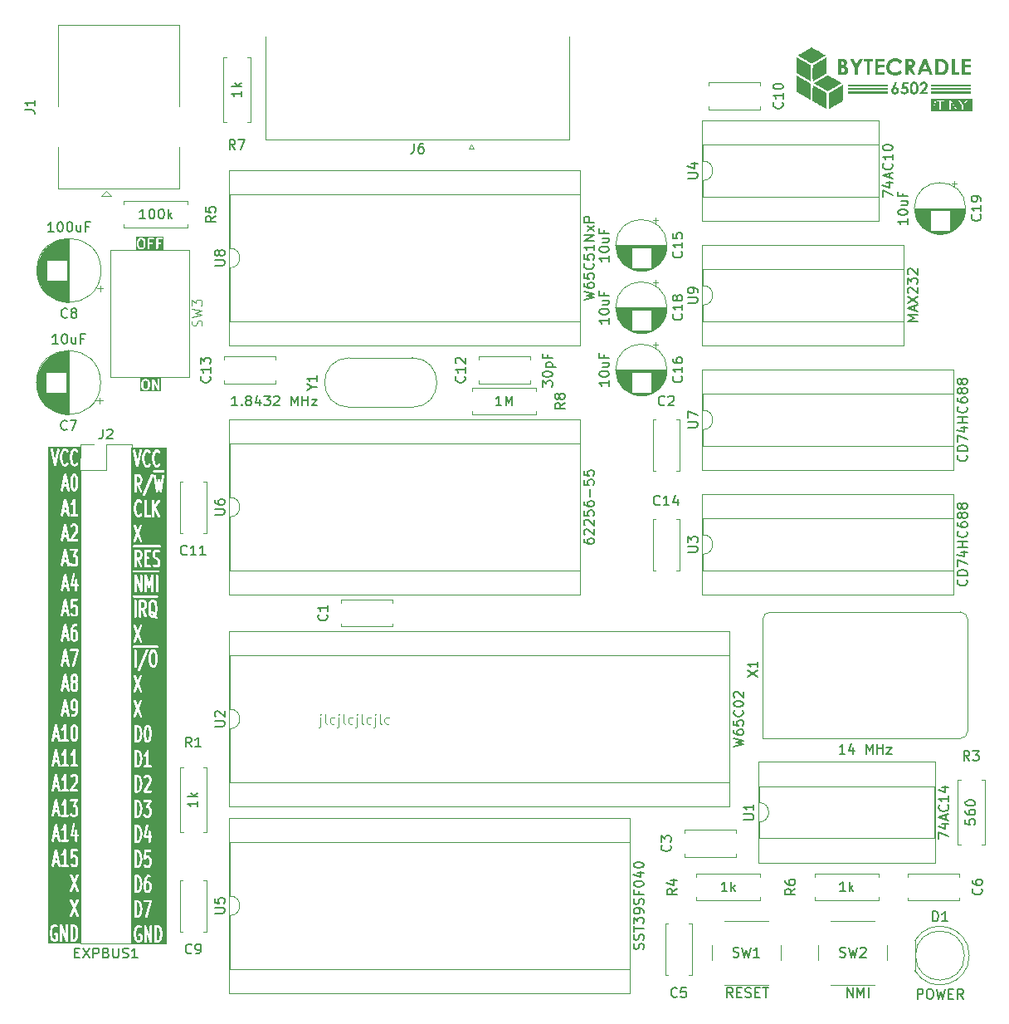
<source format=gbr>
%TF.GenerationSoftware,KiCad,Pcbnew,9.0.0*%
%TF.CreationDate,2025-03-28T20:37:34+01:00*%
%TF.ProjectId,tiny-board,74696e79-2d62-46f6-9172-642e6b696361,rev?*%
%TF.SameCoordinates,Original*%
%TF.FileFunction,Legend,Top*%
%TF.FilePolarity,Positive*%
%FSLAX46Y46*%
G04 Gerber Fmt 4.6, Leading zero omitted, Abs format (unit mm)*
G04 Created by KiCad (PCBNEW 9.0.0) date 2025-03-28 20:37:34*
%MOMM*%
%LPD*%
G01*
G04 APERTURE LIST*
%ADD10C,0.100000*%
%ADD11C,0.200000*%
%ADD12C,0.250000*%
%ADD13C,0.150000*%
%ADD14C,0.120000*%
%ADD15C,0.000000*%
G04 APERTURE END LIST*
D10*
G36*
X148075538Y-58706742D02*
G01*
X143888889Y-58706742D01*
X143888889Y-58595631D01*
X144000000Y-58595631D01*
X144099040Y-58595631D01*
X147575715Y-58595631D01*
X147674755Y-58595631D01*
X147964427Y-57560041D01*
X147866058Y-57560041D01*
X147575715Y-58595631D01*
X144099040Y-58595631D01*
X144351820Y-57691933D01*
X144421624Y-57691933D01*
X144751596Y-57691933D01*
X144751596Y-58580000D01*
X144884098Y-58580000D01*
X145374171Y-58580000D01*
X145506673Y-58580000D01*
X145739070Y-58580000D01*
X145866137Y-58580000D01*
X145866137Y-57790790D01*
X146392175Y-58580000D01*
X146528096Y-58580000D01*
X146528096Y-57575673D01*
X146646798Y-57575673D01*
X147032763Y-58154040D01*
X147032763Y-58580000D01*
X147165265Y-58580000D01*
X147165265Y-58154040D01*
X147564907Y-57575673D01*
X147410546Y-57575673D01*
X147216556Y-57871024D01*
X147107257Y-58048527D01*
X147005469Y-57878595D01*
X146807998Y-57575673D01*
X146646798Y-57575673D01*
X146528096Y-57575673D01*
X146401029Y-57575673D01*
X146401029Y-58364211D01*
X145875052Y-57575673D01*
X145739070Y-57575673D01*
X145739070Y-58580000D01*
X145506673Y-58580000D01*
X145506673Y-57575673D01*
X145374171Y-57575673D01*
X145374171Y-58580000D01*
X144884098Y-58580000D01*
X144884098Y-57691933D01*
X145215413Y-57691933D01*
X145215413Y-57575673D01*
X144421624Y-57575673D01*
X144421624Y-57691933D01*
X144351820Y-57691933D01*
X144388712Y-57560041D01*
X144290343Y-57560041D01*
X144000000Y-58595631D01*
X143888889Y-58595631D01*
X143888889Y-57448930D01*
X148075538Y-57448930D01*
X148075538Y-58706742D01*
G37*
D11*
G36*
X63409096Y-71817023D02*
G01*
X63473275Y-71881202D01*
X63511190Y-72032861D01*
X63511190Y-72341575D01*
X63473274Y-72493235D01*
X63409098Y-72557413D01*
X63349488Y-72587219D01*
X63206226Y-72587219D01*
X63146616Y-72557414D01*
X63082439Y-72493236D01*
X63044524Y-72341575D01*
X63044524Y-72032862D01*
X63082439Y-71881202D01*
X63146618Y-71817023D01*
X63206226Y-71787219D01*
X63349488Y-71787219D01*
X63409096Y-71817023D01*
G37*
G36*
X65582285Y-72898330D02*
G01*
X62733413Y-72898330D01*
X62733413Y-72020552D01*
X62844524Y-72020552D01*
X62844524Y-72353885D01*
X62844859Y-72357287D01*
X62844642Y-72358746D01*
X62845721Y-72366043D01*
X62846445Y-72373394D01*
X62847009Y-72374757D01*
X62847510Y-72378139D01*
X62895129Y-72568614D01*
X62901724Y-72587075D01*
X62906149Y-72593047D01*
X62908995Y-72599918D01*
X62921432Y-72615071D01*
X63016670Y-72710311D01*
X63024338Y-72716604D01*
X63026069Y-72718600D01*
X63029076Y-72720493D01*
X63031823Y-72722747D01*
X63034263Y-72723757D01*
X63042660Y-72729043D01*
X63137897Y-72776662D01*
X63156206Y-72783668D01*
X63159789Y-72783922D01*
X63163110Y-72785298D01*
X63182619Y-72787219D01*
X63373095Y-72787219D01*
X63392604Y-72785298D01*
X63395924Y-72783922D01*
X63399508Y-72783668D01*
X63417816Y-72776662D01*
X63513054Y-72729043D01*
X63521449Y-72723758D01*
X63523891Y-72722747D01*
X63526638Y-72720491D01*
X63529644Y-72718600D01*
X63531374Y-72716605D01*
X63539044Y-72710310D01*
X63634282Y-72615071D01*
X63646719Y-72599918D01*
X63649564Y-72593047D01*
X63653990Y-72587075D01*
X63660585Y-72568615D01*
X63708204Y-72378139D01*
X63708704Y-72374757D01*
X63709269Y-72373394D01*
X63709992Y-72366043D01*
X63711072Y-72358746D01*
X63710854Y-72357287D01*
X63711190Y-72353885D01*
X63711190Y-72020552D01*
X63710854Y-72017149D01*
X63711072Y-72015691D01*
X63709992Y-72008393D01*
X63709269Y-72001043D01*
X63708704Y-71999679D01*
X63708204Y-71996298D01*
X63660585Y-71805822D01*
X63653990Y-71787362D01*
X63649563Y-71781387D01*
X63646718Y-71774519D01*
X63634282Y-71759365D01*
X63562136Y-71687219D01*
X63939762Y-71687219D01*
X63939762Y-72687219D01*
X63941683Y-72706728D01*
X63956615Y-72742776D01*
X63984205Y-72770366D01*
X64020253Y-72785298D01*
X64059271Y-72785298D01*
X64095319Y-72770366D01*
X64122909Y-72742776D01*
X64137841Y-72706728D01*
X64139762Y-72687219D01*
X64139762Y-72263409D01*
X64373095Y-72263409D01*
X64392604Y-72261488D01*
X64428652Y-72246556D01*
X64456242Y-72218966D01*
X64471174Y-72182918D01*
X64471174Y-72143900D01*
X64456242Y-72107852D01*
X64428652Y-72080262D01*
X64392604Y-72065330D01*
X64373095Y-72063409D01*
X64139762Y-72063409D01*
X64139762Y-71787219D01*
X64515952Y-71787219D01*
X64535461Y-71785298D01*
X64571509Y-71770366D01*
X64599099Y-71742776D01*
X64614031Y-71706728D01*
X64614031Y-71687219D01*
X64796905Y-71687219D01*
X64796905Y-72687219D01*
X64798826Y-72706728D01*
X64813758Y-72742776D01*
X64841348Y-72770366D01*
X64877396Y-72785298D01*
X64916414Y-72785298D01*
X64952462Y-72770366D01*
X64980052Y-72742776D01*
X64994984Y-72706728D01*
X64996905Y-72687219D01*
X64996905Y-72263409D01*
X65230238Y-72263409D01*
X65249747Y-72261488D01*
X65285795Y-72246556D01*
X65313385Y-72218966D01*
X65328317Y-72182918D01*
X65328317Y-72143900D01*
X65313385Y-72107852D01*
X65285795Y-72080262D01*
X65249747Y-72065330D01*
X65230238Y-72063409D01*
X64996905Y-72063409D01*
X64996905Y-71787219D01*
X65373095Y-71787219D01*
X65392604Y-71785298D01*
X65428652Y-71770366D01*
X65456242Y-71742776D01*
X65471174Y-71706728D01*
X65471174Y-71667710D01*
X65456242Y-71631662D01*
X65428652Y-71604072D01*
X65392604Y-71589140D01*
X65373095Y-71587219D01*
X64896905Y-71587219D01*
X64877396Y-71589140D01*
X64841348Y-71604072D01*
X64813758Y-71631662D01*
X64798826Y-71667710D01*
X64796905Y-71687219D01*
X64614031Y-71687219D01*
X64614031Y-71667710D01*
X64599099Y-71631662D01*
X64571509Y-71604072D01*
X64535461Y-71589140D01*
X64515952Y-71587219D01*
X64039762Y-71587219D01*
X64020253Y-71589140D01*
X63984205Y-71604072D01*
X63956615Y-71631662D01*
X63941683Y-71667710D01*
X63939762Y-71687219D01*
X63562136Y-71687219D01*
X63539044Y-71664127D01*
X63531373Y-71657832D01*
X63529644Y-71655838D01*
X63526636Y-71653944D01*
X63523890Y-71651691D01*
X63521450Y-71650680D01*
X63513054Y-71645395D01*
X63417816Y-71597776D01*
X63399508Y-71590770D01*
X63395924Y-71590515D01*
X63392604Y-71589140D01*
X63373095Y-71587219D01*
X63182619Y-71587219D01*
X63163110Y-71589140D01*
X63159789Y-71590515D01*
X63156206Y-71590770D01*
X63137897Y-71597776D01*
X63042660Y-71645395D01*
X63034261Y-71650681D01*
X63031824Y-71651691D01*
X63029080Y-71653942D01*
X63026069Y-71655838D01*
X63024336Y-71657835D01*
X63016670Y-71664127D01*
X62921432Y-71759365D01*
X62908996Y-71774519D01*
X62906150Y-71781387D01*
X62901724Y-71787362D01*
X62895129Y-71805823D01*
X62847510Y-71996298D01*
X62847009Y-71999679D01*
X62846445Y-72001043D01*
X62845721Y-72008393D01*
X62844642Y-72015691D01*
X62844859Y-72017149D01*
X62844524Y-72020552D01*
X62733413Y-72020552D01*
X62733413Y-71476108D01*
X65582285Y-71476108D01*
X65582285Y-72898330D01*
G37*
G36*
X63857429Y-86197023D02*
G01*
X63921608Y-86261202D01*
X63959523Y-86412861D01*
X63959523Y-86721575D01*
X63921607Y-86873235D01*
X63857431Y-86937413D01*
X63797821Y-86967219D01*
X63654559Y-86967219D01*
X63594949Y-86937414D01*
X63530772Y-86873236D01*
X63492857Y-86721575D01*
X63492857Y-86412862D01*
X63530772Y-86261202D01*
X63594951Y-86197023D01*
X63654559Y-86167219D01*
X63797821Y-86167219D01*
X63857429Y-86197023D01*
G37*
G36*
X65270634Y-87278330D02*
G01*
X63181746Y-87278330D01*
X63181746Y-86400552D01*
X63292857Y-86400552D01*
X63292857Y-86733885D01*
X63293192Y-86737287D01*
X63292975Y-86738746D01*
X63294054Y-86746043D01*
X63294778Y-86753394D01*
X63295342Y-86754757D01*
X63295843Y-86758139D01*
X63343462Y-86948614D01*
X63350057Y-86967075D01*
X63354482Y-86973047D01*
X63357328Y-86979918D01*
X63369765Y-86995071D01*
X63465003Y-87090311D01*
X63472671Y-87096604D01*
X63474402Y-87098600D01*
X63477409Y-87100493D01*
X63480156Y-87102747D01*
X63482596Y-87103757D01*
X63490993Y-87109043D01*
X63586230Y-87156662D01*
X63604539Y-87163668D01*
X63608122Y-87163922D01*
X63611443Y-87165298D01*
X63630952Y-87167219D01*
X63821428Y-87167219D01*
X63840937Y-87165298D01*
X63844257Y-87163922D01*
X63847841Y-87163668D01*
X63866149Y-87156662D01*
X63961387Y-87109043D01*
X63969782Y-87103758D01*
X63972224Y-87102747D01*
X63974971Y-87100491D01*
X63977977Y-87098600D01*
X63979707Y-87096605D01*
X63987377Y-87090310D01*
X64082615Y-86995071D01*
X64095052Y-86979918D01*
X64097897Y-86973047D01*
X64102323Y-86967075D01*
X64108918Y-86948615D01*
X64156537Y-86758139D01*
X64157037Y-86754757D01*
X64157602Y-86753394D01*
X64158325Y-86746043D01*
X64159405Y-86738746D01*
X64159187Y-86737287D01*
X64159523Y-86733885D01*
X64159523Y-86400552D01*
X64159187Y-86397149D01*
X64159405Y-86395691D01*
X64158325Y-86388393D01*
X64157602Y-86381043D01*
X64157037Y-86379679D01*
X64156537Y-86376298D01*
X64108918Y-86185822D01*
X64102323Y-86167362D01*
X64097896Y-86161387D01*
X64095051Y-86154519D01*
X64082615Y-86139365D01*
X64010469Y-86067219D01*
X64388095Y-86067219D01*
X64388095Y-87067219D01*
X64390016Y-87086728D01*
X64404948Y-87122776D01*
X64432538Y-87150366D01*
X64468586Y-87165298D01*
X64507604Y-87165298D01*
X64543652Y-87150366D01*
X64571242Y-87122776D01*
X64586174Y-87086728D01*
X64588095Y-87067219D01*
X64588095Y-86443775D01*
X64972699Y-87116833D01*
X64975617Y-87120943D01*
X64976376Y-87122776D01*
X64978242Y-87124642D01*
X64984046Y-87132818D01*
X64994562Y-87140962D01*
X65003966Y-87150366D01*
X65009853Y-87152804D01*
X65014895Y-87156709D01*
X65027727Y-87160208D01*
X65040014Y-87165298D01*
X65046390Y-87165298D01*
X65052539Y-87166975D01*
X65065732Y-87165298D01*
X65079032Y-87165298D01*
X65084920Y-87162858D01*
X65091245Y-87162055D01*
X65102794Y-87155454D01*
X65115080Y-87150366D01*
X65119587Y-87145858D01*
X65125122Y-87142696D01*
X65133266Y-87132179D01*
X65142670Y-87122776D01*
X65145108Y-87116888D01*
X65149013Y-87111847D01*
X65152512Y-87099014D01*
X65157602Y-87086728D01*
X65158584Y-87076750D01*
X65159279Y-87074204D01*
X65159028Y-87072236D01*
X65159523Y-87067219D01*
X65159523Y-86067219D01*
X65157602Y-86047710D01*
X65142670Y-86011662D01*
X65115080Y-85984072D01*
X65079032Y-85969140D01*
X65040014Y-85969140D01*
X65003966Y-85984072D01*
X64976376Y-86011662D01*
X64961444Y-86047710D01*
X64959523Y-86067219D01*
X64959523Y-86690662D01*
X64574919Y-86017605D01*
X64572000Y-86013494D01*
X64571242Y-86011662D01*
X64569375Y-86009795D01*
X64563572Y-86001620D01*
X64553057Y-85993477D01*
X64543652Y-85984072D01*
X64537761Y-85981632D01*
X64532723Y-85977730D01*
X64519894Y-85974231D01*
X64507604Y-85969140D01*
X64501229Y-85969140D01*
X64495080Y-85967463D01*
X64481887Y-85969140D01*
X64468586Y-85969140D01*
X64462697Y-85971579D01*
X64456373Y-85972383D01*
X64444823Y-85978983D01*
X64432538Y-85984072D01*
X64428030Y-85988579D01*
X64422496Y-85991742D01*
X64414353Y-86002256D01*
X64404948Y-86011662D01*
X64402508Y-86017552D01*
X64398606Y-86022591D01*
X64395107Y-86035419D01*
X64390016Y-86047710D01*
X64389033Y-86057687D01*
X64388339Y-86060234D01*
X64388589Y-86062201D01*
X64388095Y-86067219D01*
X64010469Y-86067219D01*
X63987377Y-86044127D01*
X63979706Y-86037832D01*
X63977977Y-86035838D01*
X63974969Y-86033944D01*
X63972223Y-86031691D01*
X63969783Y-86030680D01*
X63961387Y-86025395D01*
X63866149Y-85977776D01*
X63847841Y-85970770D01*
X63844257Y-85970515D01*
X63840937Y-85969140D01*
X63821428Y-85967219D01*
X63630952Y-85967219D01*
X63611443Y-85969140D01*
X63608122Y-85970515D01*
X63604539Y-85970770D01*
X63586230Y-85977776D01*
X63490993Y-86025395D01*
X63482594Y-86030681D01*
X63480157Y-86031691D01*
X63477413Y-86033942D01*
X63474402Y-86035838D01*
X63472669Y-86037835D01*
X63465003Y-86044127D01*
X63369765Y-86139365D01*
X63357329Y-86154519D01*
X63354483Y-86161387D01*
X63350057Y-86167362D01*
X63343462Y-86185823D01*
X63295843Y-86376298D01*
X63295342Y-86379679D01*
X63294778Y-86381043D01*
X63294054Y-86388393D01*
X63292975Y-86395691D01*
X63293192Y-86397149D01*
X63292857Y-86400552D01*
X63181746Y-86400552D01*
X63181746Y-85856108D01*
X65270634Y-85856108D01*
X65270634Y-87278330D01*
G37*
D10*
X81583884Y-120490752D02*
X81583884Y-121347895D01*
X81583884Y-121347895D02*
X81536265Y-121443133D01*
X81536265Y-121443133D02*
X81441027Y-121490752D01*
X81441027Y-121490752D02*
X81393408Y-121490752D01*
X81583884Y-120157419D02*
X81536265Y-120205038D01*
X81536265Y-120205038D02*
X81583884Y-120252657D01*
X81583884Y-120252657D02*
X81631503Y-120205038D01*
X81631503Y-120205038D02*
X81583884Y-120157419D01*
X81583884Y-120157419D02*
X81583884Y-120252657D01*
X82202931Y-121157419D02*
X82107693Y-121109800D01*
X82107693Y-121109800D02*
X82060074Y-121014561D01*
X82060074Y-121014561D02*
X82060074Y-120157419D01*
X83012455Y-121109800D02*
X82917217Y-121157419D01*
X82917217Y-121157419D02*
X82726741Y-121157419D01*
X82726741Y-121157419D02*
X82631503Y-121109800D01*
X82631503Y-121109800D02*
X82583884Y-121062180D01*
X82583884Y-121062180D02*
X82536265Y-120966942D01*
X82536265Y-120966942D02*
X82536265Y-120681228D01*
X82536265Y-120681228D02*
X82583884Y-120585990D01*
X82583884Y-120585990D02*
X82631503Y-120538371D01*
X82631503Y-120538371D02*
X82726741Y-120490752D01*
X82726741Y-120490752D02*
X82917217Y-120490752D01*
X82917217Y-120490752D02*
X83012455Y-120538371D01*
X83441027Y-120490752D02*
X83441027Y-121347895D01*
X83441027Y-121347895D02*
X83393408Y-121443133D01*
X83393408Y-121443133D02*
X83298170Y-121490752D01*
X83298170Y-121490752D02*
X83250551Y-121490752D01*
X83441027Y-120157419D02*
X83393408Y-120205038D01*
X83393408Y-120205038D02*
X83441027Y-120252657D01*
X83441027Y-120252657D02*
X83488646Y-120205038D01*
X83488646Y-120205038D02*
X83441027Y-120157419D01*
X83441027Y-120157419D02*
X83441027Y-120252657D01*
X84060074Y-121157419D02*
X83964836Y-121109800D01*
X83964836Y-121109800D02*
X83917217Y-121014561D01*
X83917217Y-121014561D02*
X83917217Y-120157419D01*
X84869598Y-121109800D02*
X84774360Y-121157419D01*
X84774360Y-121157419D02*
X84583884Y-121157419D01*
X84583884Y-121157419D02*
X84488646Y-121109800D01*
X84488646Y-121109800D02*
X84441027Y-121062180D01*
X84441027Y-121062180D02*
X84393408Y-120966942D01*
X84393408Y-120966942D02*
X84393408Y-120681228D01*
X84393408Y-120681228D02*
X84441027Y-120585990D01*
X84441027Y-120585990D02*
X84488646Y-120538371D01*
X84488646Y-120538371D02*
X84583884Y-120490752D01*
X84583884Y-120490752D02*
X84774360Y-120490752D01*
X84774360Y-120490752D02*
X84869598Y-120538371D01*
X85298170Y-120490752D02*
X85298170Y-121347895D01*
X85298170Y-121347895D02*
X85250551Y-121443133D01*
X85250551Y-121443133D02*
X85155313Y-121490752D01*
X85155313Y-121490752D02*
X85107694Y-121490752D01*
X85298170Y-120157419D02*
X85250551Y-120205038D01*
X85250551Y-120205038D02*
X85298170Y-120252657D01*
X85298170Y-120252657D02*
X85345789Y-120205038D01*
X85345789Y-120205038D02*
X85298170Y-120157419D01*
X85298170Y-120157419D02*
X85298170Y-120252657D01*
X85917217Y-121157419D02*
X85821979Y-121109800D01*
X85821979Y-121109800D02*
X85774360Y-121014561D01*
X85774360Y-121014561D02*
X85774360Y-120157419D01*
X86726741Y-121109800D02*
X86631503Y-121157419D01*
X86631503Y-121157419D02*
X86441027Y-121157419D01*
X86441027Y-121157419D02*
X86345789Y-121109800D01*
X86345789Y-121109800D02*
X86298170Y-121062180D01*
X86298170Y-121062180D02*
X86250551Y-120966942D01*
X86250551Y-120966942D02*
X86250551Y-120681228D01*
X86250551Y-120681228D02*
X86298170Y-120585990D01*
X86298170Y-120585990D02*
X86345789Y-120538371D01*
X86345789Y-120538371D02*
X86441027Y-120490752D01*
X86441027Y-120490752D02*
X86631503Y-120490752D01*
X86631503Y-120490752D02*
X86726741Y-120538371D01*
X87155313Y-120490752D02*
X87155313Y-121347895D01*
X87155313Y-121347895D02*
X87107694Y-121443133D01*
X87107694Y-121443133D02*
X87012456Y-121490752D01*
X87012456Y-121490752D02*
X86964837Y-121490752D01*
X87155313Y-120157419D02*
X87107694Y-120205038D01*
X87107694Y-120205038D02*
X87155313Y-120252657D01*
X87155313Y-120252657D02*
X87202932Y-120205038D01*
X87202932Y-120205038D02*
X87155313Y-120157419D01*
X87155313Y-120157419D02*
X87155313Y-120252657D01*
X87774360Y-121157419D02*
X87679122Y-121109800D01*
X87679122Y-121109800D02*
X87631503Y-121014561D01*
X87631503Y-121014561D02*
X87631503Y-120157419D01*
X88583884Y-121109800D02*
X88488646Y-121157419D01*
X88488646Y-121157419D02*
X88298170Y-121157419D01*
X88298170Y-121157419D02*
X88202932Y-121109800D01*
X88202932Y-121109800D02*
X88155313Y-121062180D01*
X88155313Y-121062180D02*
X88107694Y-120966942D01*
X88107694Y-120966942D02*
X88107694Y-120681228D01*
X88107694Y-120681228D02*
X88155313Y-120585990D01*
X88155313Y-120585990D02*
X88202932Y-120538371D01*
X88202932Y-120538371D02*
X88298170Y-120490752D01*
X88298170Y-120490752D02*
X88488646Y-120490752D01*
X88488646Y-120490752D02*
X88583884Y-120538371D01*
D12*
G36*
X65033231Y-141948431D02*
G01*
X65102032Y-142057480D01*
X65141976Y-142184101D01*
X65186615Y-142467111D01*
X65186615Y-142673939D01*
X65141976Y-142956948D01*
X65102032Y-143083570D01*
X65033231Y-143192620D01*
X64947290Y-143238026D01*
X64865187Y-143238026D01*
X64865187Y-141903026D01*
X64947290Y-141903026D01*
X65033231Y-141948431D01*
G37*
G36*
X62985612Y-139396670D02*
G01*
X63054413Y-139505719D01*
X63094357Y-139632340D01*
X63138996Y-139915350D01*
X63138996Y-140122178D01*
X63094357Y-140405187D01*
X63054413Y-140531809D01*
X62985612Y-140640859D01*
X62899671Y-140686265D01*
X62817568Y-140686265D01*
X62817568Y-139351265D01*
X62899671Y-139351265D01*
X62985612Y-139396670D01*
G37*
G36*
X62985612Y-136844909D02*
G01*
X63054413Y-136953958D01*
X63094357Y-137080579D01*
X63138996Y-137363589D01*
X63138996Y-137570417D01*
X63094357Y-137853426D01*
X63054413Y-137980048D01*
X62985612Y-138089098D01*
X62899671Y-138134504D01*
X62817568Y-138134504D01*
X62817568Y-136799504D01*
X62899671Y-136799504D01*
X62985612Y-136844909D01*
G37*
G36*
X64026795Y-137438516D02*
G01*
X64054413Y-137482290D01*
X64091377Y-137599466D01*
X64091377Y-137938350D01*
X64054413Y-138055526D01*
X64026795Y-138099300D01*
X63982375Y-138134504D01*
X63878951Y-138134504D01*
X63834531Y-138099301D01*
X63806912Y-138055526D01*
X63769949Y-137938351D01*
X63769949Y-137599465D01*
X63806912Y-137482290D01*
X63834531Y-137438515D01*
X63878951Y-137403313D01*
X63982375Y-137403313D01*
X64026795Y-137438516D01*
G37*
G36*
X62985612Y-134293148D02*
G01*
X63054413Y-134402197D01*
X63094357Y-134528818D01*
X63138996Y-134811828D01*
X63138996Y-135018656D01*
X63094357Y-135301665D01*
X63054413Y-135428287D01*
X62985612Y-135537337D01*
X62899671Y-135582743D01*
X62817568Y-135582743D01*
X62817568Y-134247743D01*
X62899671Y-134247743D01*
X62985612Y-134293148D01*
G37*
G36*
X62985612Y-131741387D02*
G01*
X63054413Y-131850436D01*
X63094357Y-131977057D01*
X63138996Y-132260067D01*
X63138996Y-132466895D01*
X63094357Y-132749904D01*
X63054413Y-132876526D01*
X62985612Y-132985576D01*
X62899671Y-133030982D01*
X62817568Y-133030982D01*
X62817568Y-131695982D01*
X62899671Y-131695982D01*
X62985612Y-131741387D01*
G37*
G36*
X62985612Y-129189626D02*
G01*
X63054413Y-129298675D01*
X63094357Y-129425296D01*
X63138996Y-129708306D01*
X63138996Y-129915134D01*
X63094357Y-130198143D01*
X63054413Y-130324765D01*
X62985612Y-130433815D01*
X62899671Y-130479221D01*
X62817568Y-130479221D01*
X62817568Y-129144221D01*
X62899671Y-129144221D01*
X62985612Y-129189626D01*
G37*
G36*
X62985612Y-126637865D02*
G01*
X63054413Y-126746914D01*
X63094357Y-126873535D01*
X63138996Y-127156545D01*
X63138996Y-127363373D01*
X63094357Y-127646382D01*
X63054413Y-127773004D01*
X62985612Y-127882054D01*
X62899671Y-127927460D01*
X62817568Y-127927460D01*
X62817568Y-126592460D01*
X62899671Y-126592460D01*
X62985612Y-126637865D01*
G37*
G36*
X62985612Y-124086104D02*
G01*
X63054413Y-124195153D01*
X63094357Y-124321774D01*
X63138996Y-124604784D01*
X63138996Y-124811612D01*
X63094357Y-125094621D01*
X63054413Y-125221243D01*
X62985612Y-125330293D01*
X62899671Y-125375699D01*
X62817568Y-125375699D01*
X62817568Y-124040699D01*
X62899671Y-124040699D01*
X62985612Y-124086104D01*
G37*
G36*
X62985612Y-121534343D02*
G01*
X63054413Y-121643392D01*
X63094357Y-121770013D01*
X63138996Y-122053023D01*
X63138996Y-122259851D01*
X63094357Y-122542860D01*
X63054413Y-122669482D01*
X62985612Y-122778532D01*
X62899671Y-122823938D01*
X62817568Y-122823938D01*
X62817568Y-121488938D01*
X62899671Y-121488938D01*
X62985612Y-121534343D01*
G37*
G36*
X63979175Y-121524140D02*
G01*
X64006794Y-121567916D01*
X64046738Y-121694538D01*
X64091377Y-121977547D01*
X64091377Y-122335327D01*
X64046738Y-122618336D01*
X64006794Y-122744960D01*
X63979176Y-122788734D01*
X63934756Y-122823938D01*
X63926570Y-122823938D01*
X63882150Y-122788735D01*
X63854531Y-122744960D01*
X63814586Y-122618332D01*
X63769949Y-122335328D01*
X63769949Y-121977546D01*
X63814586Y-121694542D01*
X63854531Y-121567916D01*
X63882150Y-121524140D01*
X63926570Y-121488938D01*
X63934756Y-121488938D01*
X63979175Y-121524140D01*
G37*
G36*
X64598222Y-113868857D02*
G01*
X64668343Y-113979999D01*
X64710424Y-114246788D01*
X64710424Y-114755520D01*
X64668343Y-115022310D01*
X64598222Y-115133452D01*
X64553803Y-115168655D01*
X64450379Y-115168655D01*
X64405958Y-115133451D01*
X64335837Y-115022308D01*
X64293758Y-114755521D01*
X64293758Y-114246787D01*
X64335837Y-113980000D01*
X64405959Y-113868857D01*
X64450379Y-113833655D01*
X64553803Y-113833655D01*
X64598222Y-113868857D01*
G37*
G36*
X64311615Y-109937752D02*
G01*
X64363327Y-109937752D01*
X64407746Y-109972954D01*
X64465903Y-110065133D01*
X64402760Y-110065133D01*
X64358339Y-110029929D01*
X64299426Y-109936551D01*
X64311615Y-109937752D01*
G37*
G36*
X64550603Y-108765335D02*
G01*
X64620724Y-108876477D01*
X64662805Y-109143266D01*
X64662805Y-109651998D01*
X64630414Y-109857358D01*
X64607809Y-109821529D01*
X64598895Y-109810068D01*
X64597349Y-109807291D01*
X64594875Y-109804900D01*
X64592765Y-109802187D01*
X64590170Y-109800352D01*
X64579729Y-109790262D01*
X64484491Y-109714786D01*
X64478248Y-109710767D01*
X64476299Y-109708818D01*
X64473274Y-109707565D01*
X64463887Y-109701522D01*
X64447234Y-109696779D01*
X64431239Y-109690154D01*
X64420128Y-109689059D01*
X64416980Y-109688163D01*
X64414242Y-109688479D01*
X64406853Y-109687752D01*
X64311615Y-109687752D01*
X64287229Y-109690154D01*
X64254307Y-109703790D01*
X64246139Y-109651999D01*
X64246139Y-109143265D01*
X64288218Y-108876478D01*
X64358340Y-108765335D01*
X64402760Y-108730133D01*
X64506184Y-108730133D01*
X64550603Y-108765335D01*
G37*
G36*
X63550603Y-108765335D02*
G01*
X63578222Y-108809111D01*
X63615186Y-108926285D01*
X63615186Y-109114217D01*
X63578222Y-109231393D01*
X63550604Y-109275167D01*
X63506184Y-109310371D01*
X63293758Y-109310371D01*
X63293758Y-108730133D01*
X63506184Y-108730133D01*
X63550603Y-108765335D01*
G37*
G36*
X63074413Y-103661813D02*
G01*
X63102032Y-103705589D01*
X63138996Y-103822763D01*
X63138996Y-104010695D01*
X63102032Y-104127871D01*
X63074414Y-104171645D01*
X63029994Y-104206849D01*
X62817568Y-104206849D01*
X62817568Y-103626611D01*
X63029994Y-103626611D01*
X63074413Y-103661813D01*
G37*
G36*
X63074413Y-96006530D02*
G01*
X63102032Y-96050306D01*
X63138996Y-96167480D01*
X63138996Y-96355412D01*
X63102032Y-96472588D01*
X63074414Y-96516362D01*
X63029994Y-96551566D01*
X62817568Y-96551566D01*
X62817568Y-95971328D01*
X63029994Y-95971328D01*
X63074413Y-96006530D01*
G37*
G36*
X65843658Y-143664137D02*
G01*
X62248608Y-143664137D01*
X62248608Y-142457311D01*
X62519949Y-142457311D01*
X62519949Y-142683740D01*
X62520906Y-142693458D01*
X62521475Y-142703215D01*
X62569094Y-143005120D01*
X62571442Y-143014144D01*
X62573359Y-143023250D01*
X62620978Y-143174203D01*
X62623110Y-143179195D01*
X62623488Y-143181390D01*
X62627283Y-143188961D01*
X62630605Y-143196736D01*
X62632034Y-143198438D01*
X62634469Y-143203296D01*
X62729707Y-143354249D01*
X62744751Y-143373592D01*
X62751400Y-143378291D01*
X62756593Y-143384557D01*
X62777032Y-143398073D01*
X62919890Y-143473549D01*
X62942573Y-143482817D01*
X62948447Y-143483367D01*
X62953896Y-143485624D01*
X62978282Y-143488026D01*
X63073520Y-143488026D01*
X63097906Y-143485624D01*
X63103354Y-143483367D01*
X63109229Y-143482817D01*
X63131913Y-143473549D01*
X63274770Y-143398073D01*
X63295210Y-143384557D01*
X63300404Y-143378289D01*
X63307052Y-143373591D01*
X63322095Y-143354248D01*
X63369714Y-143278772D01*
X63380695Y-143256866D01*
X63382504Y-143246331D01*
X63386594Y-143236459D01*
X63388996Y-143212073D01*
X63388996Y-142683740D01*
X63386594Y-142659354D01*
X63367930Y-142614294D01*
X63333442Y-142579806D01*
X63288382Y-142561142D01*
X63263996Y-142558740D01*
X63073520Y-142558740D01*
X63049134Y-142561142D01*
X63004074Y-142579806D01*
X62969586Y-142614294D01*
X62950922Y-142659354D01*
X62950922Y-142708126D01*
X62969586Y-142753186D01*
X63004074Y-142787674D01*
X63049134Y-142806338D01*
X63073520Y-142808740D01*
X63138996Y-142808740D01*
X63138996Y-143175937D01*
X63128470Y-143192620D01*
X63042528Y-143238026D01*
X63009274Y-143238026D01*
X62923331Y-143192619D01*
X62854531Y-143083570D01*
X62814586Y-142956944D01*
X62769949Y-142673940D01*
X62769949Y-142467111D01*
X62814586Y-142184107D01*
X62854531Y-142057480D01*
X62923331Y-141948431D01*
X63009274Y-141903026D01*
X63077613Y-141903026D01*
X63138739Y-141951468D01*
X63159343Y-141964732D01*
X63206250Y-141978091D01*
X63254700Y-141972483D01*
X63297314Y-141948760D01*
X63327607Y-141910536D01*
X63340966Y-141863629D01*
X63335357Y-141815179D01*
X63314675Y-141778026D01*
X63567568Y-141778026D01*
X63567568Y-143363026D01*
X63569970Y-143387412D01*
X63588634Y-143432472D01*
X63623122Y-143466960D01*
X63668182Y-143485624D01*
X63716954Y-143485624D01*
X63762014Y-143466960D01*
X63796502Y-143432472D01*
X63815166Y-143387412D01*
X63817568Y-143363026D01*
X63817568Y-142493307D01*
X64146405Y-143405421D01*
X64156935Y-143427547D01*
X64158928Y-143429736D01*
X64160062Y-143432472D01*
X64175278Y-143447688D01*
X64189775Y-143463606D01*
X64192456Y-143464866D01*
X64194550Y-143466960D01*
X64214431Y-143475195D01*
X64233916Y-143484353D01*
X64236875Y-143484491D01*
X64239610Y-143485624D01*
X64261122Y-143485624D01*
X64282635Y-143486629D01*
X64285423Y-143485624D01*
X64288382Y-143485624D01*
X64308255Y-143477392D01*
X64328516Y-143470088D01*
X64330706Y-143468093D01*
X64333442Y-143466960D01*
X64348657Y-143451744D01*
X64364576Y-143437247D01*
X64365836Y-143434565D01*
X64367930Y-143432472D01*
X64376163Y-143412594D01*
X64385323Y-143393107D01*
X64385461Y-143390146D01*
X64386594Y-143387412D01*
X64388996Y-143363026D01*
X64388996Y-141778026D01*
X64615187Y-141778026D01*
X64615187Y-143363026D01*
X64617589Y-143387412D01*
X64636253Y-143432472D01*
X64670741Y-143466960D01*
X64715801Y-143485624D01*
X64740187Y-143488026D01*
X64978282Y-143488026D01*
X65002668Y-143485624D01*
X65008116Y-143483367D01*
X65013991Y-143482817D01*
X65036675Y-143473549D01*
X65179532Y-143398073D01*
X65199972Y-143384557D01*
X65205167Y-143378288D01*
X65211813Y-143373591D01*
X65226857Y-143354249D01*
X65322095Y-143203295D01*
X65324528Y-143198440D01*
X65325959Y-143196736D01*
X65329282Y-143188956D01*
X65333076Y-143181389D01*
X65333452Y-143179194D01*
X65335586Y-143174202D01*
X65383205Y-143023250D01*
X65385122Y-143014138D01*
X65387470Y-143005120D01*
X65435088Y-142703216D01*
X65435656Y-142693472D01*
X65436615Y-142683740D01*
X65436615Y-142457311D01*
X65435656Y-142447578D01*
X65435088Y-142437835D01*
X65387470Y-142135932D01*
X65385122Y-142126913D01*
X65383205Y-142117802D01*
X65335586Y-141966849D01*
X65333453Y-141961856D01*
X65333076Y-141959661D01*
X65329279Y-141952087D01*
X65325959Y-141944315D01*
X65324529Y-141942612D01*
X65322095Y-141937755D01*
X65226857Y-141786803D01*
X65211813Y-141767460D01*
X65205165Y-141762761D01*
X65199972Y-141756495D01*
X65179532Y-141742979D01*
X65036675Y-141667503D01*
X65013991Y-141658235D01*
X65008116Y-141657684D01*
X65002668Y-141655428D01*
X64978282Y-141653026D01*
X64740187Y-141653026D01*
X64715801Y-141655428D01*
X64670741Y-141674092D01*
X64636253Y-141708580D01*
X64617589Y-141753640D01*
X64615187Y-141778026D01*
X64388996Y-141778026D01*
X64386594Y-141753640D01*
X64367930Y-141708580D01*
X64333442Y-141674092D01*
X64288382Y-141655428D01*
X64239610Y-141655428D01*
X64194550Y-141674092D01*
X64160062Y-141708580D01*
X64141398Y-141753640D01*
X64138996Y-141778026D01*
X64138996Y-142647742D01*
X63810159Y-141735632D01*
X63799629Y-141713506D01*
X63797635Y-141711317D01*
X63796502Y-141708580D01*
X63781281Y-141693359D01*
X63766789Y-141677446D01*
X63764107Y-141676185D01*
X63762014Y-141674092D01*
X63742132Y-141665856D01*
X63722648Y-141656699D01*
X63719688Y-141656560D01*
X63716954Y-141655428D01*
X63695430Y-141655428D01*
X63673929Y-141654424D01*
X63671144Y-141655428D01*
X63668182Y-141655428D01*
X63648289Y-141663667D01*
X63628048Y-141670965D01*
X63625859Y-141672958D01*
X63623122Y-141674092D01*
X63607901Y-141689312D01*
X63591988Y-141703805D01*
X63590727Y-141706486D01*
X63588634Y-141708580D01*
X63580398Y-141728461D01*
X63571241Y-141747946D01*
X63571102Y-141750905D01*
X63569970Y-141753640D01*
X63567568Y-141778026D01*
X63314675Y-141778026D01*
X63311635Y-141772565D01*
X63294015Y-141755536D01*
X63198777Y-141680060D01*
X63192534Y-141676041D01*
X63190585Y-141674092D01*
X63187560Y-141672839D01*
X63178173Y-141666796D01*
X63161520Y-141662053D01*
X63145525Y-141655428D01*
X63134414Y-141654333D01*
X63131266Y-141653437D01*
X63128528Y-141653753D01*
X63121139Y-141653026D01*
X62978282Y-141653026D01*
X62953896Y-141655428D01*
X62948447Y-141657684D01*
X62942573Y-141658235D01*
X62919890Y-141667503D01*
X62777032Y-141742979D01*
X62756593Y-141756495D01*
X62751400Y-141762760D01*
X62744751Y-141767460D01*
X62729707Y-141786803D01*
X62634469Y-141937755D01*
X62632034Y-141942611D01*
X62630605Y-141944315D01*
X62627280Y-141952096D01*
X62623489Y-141959661D01*
X62623112Y-141961853D01*
X62620978Y-141966849D01*
X62573359Y-142117802D01*
X62571443Y-142126905D01*
X62569094Y-142135932D01*
X62521475Y-142437836D01*
X62520906Y-142447592D01*
X62519949Y-142457311D01*
X62248608Y-142457311D01*
X62248608Y-139226265D01*
X62567568Y-139226265D01*
X62567568Y-140811265D01*
X62569970Y-140835651D01*
X62588634Y-140880711D01*
X62623122Y-140915199D01*
X62668182Y-140933863D01*
X62692568Y-140936265D01*
X62930663Y-140936265D01*
X62955049Y-140933863D01*
X62960497Y-140931606D01*
X62966372Y-140931056D01*
X62989056Y-140921788D01*
X63131913Y-140846312D01*
X63152353Y-140832796D01*
X63157548Y-140826527D01*
X63164194Y-140821830D01*
X63179238Y-140802488D01*
X63274476Y-140651534D01*
X63276909Y-140646679D01*
X63278340Y-140644975D01*
X63281663Y-140637195D01*
X63285457Y-140629628D01*
X63285833Y-140627433D01*
X63287967Y-140622441D01*
X63335586Y-140471489D01*
X63337503Y-140462377D01*
X63339851Y-140453359D01*
X63387469Y-140151455D01*
X63388037Y-140141711D01*
X63388996Y-140131979D01*
X63388996Y-139905550D01*
X63388037Y-139895817D01*
X63387469Y-139886074D01*
X63339851Y-139584171D01*
X63337503Y-139575152D01*
X63335586Y-139566041D01*
X63287967Y-139415088D01*
X63285834Y-139410095D01*
X63285457Y-139407900D01*
X63281660Y-139400326D01*
X63278340Y-139392554D01*
X63276910Y-139390851D01*
X63274476Y-139385994D01*
X63179238Y-139235042D01*
X63164194Y-139215699D01*
X63157546Y-139211000D01*
X63152353Y-139204734D01*
X63148035Y-139201879D01*
X63474732Y-139201879D01*
X63474732Y-139250651D01*
X63493396Y-139295711D01*
X63527884Y-139330199D01*
X63572944Y-139348863D01*
X63597330Y-139351265D01*
X64100708Y-139351265D01*
X63714758Y-140778638D01*
X63710712Y-140802805D01*
X63716967Y-140851175D01*
X63741258Y-140893469D01*
X63779884Y-140923248D01*
X63826965Y-140935978D01*
X63875335Y-140929723D01*
X63917629Y-140905432D01*
X63947408Y-140866806D01*
X63956092Y-140843892D01*
X64384663Y-139258892D01*
X64385668Y-139252884D01*
X64386594Y-139250651D01*
X64386594Y-139247358D01*
X64388709Y-139234725D01*
X64386594Y-139218369D01*
X64386594Y-139201879D01*
X64383493Y-139194393D01*
X64382454Y-139186355D01*
X64374240Y-139172053D01*
X64367930Y-139156819D01*
X64362198Y-139151087D01*
X64358163Y-139144061D01*
X64345104Y-139133993D01*
X64333442Y-139122331D01*
X64325954Y-139119229D01*
X64319537Y-139114282D01*
X64303617Y-139109977D01*
X64288382Y-139103667D01*
X64275634Y-139102411D01*
X64272456Y-139101552D01*
X64270057Y-139101862D01*
X64263996Y-139101265D01*
X63597330Y-139101265D01*
X63572944Y-139103667D01*
X63527884Y-139122331D01*
X63493396Y-139156819D01*
X63474732Y-139201879D01*
X63148035Y-139201879D01*
X63131913Y-139191218D01*
X62989056Y-139115742D01*
X62966372Y-139106474D01*
X62960497Y-139105923D01*
X62955049Y-139103667D01*
X62930663Y-139101265D01*
X62692568Y-139101265D01*
X62668182Y-139103667D01*
X62623122Y-139122331D01*
X62588634Y-139156819D01*
X62569970Y-139201879D01*
X62567568Y-139226265D01*
X62248608Y-139226265D01*
X62248608Y-136674504D01*
X62567568Y-136674504D01*
X62567568Y-138259504D01*
X62569970Y-138283890D01*
X62588634Y-138328950D01*
X62623122Y-138363438D01*
X62668182Y-138382102D01*
X62692568Y-138384504D01*
X62930663Y-138384504D01*
X62955049Y-138382102D01*
X62960497Y-138379845D01*
X62966372Y-138379295D01*
X62989056Y-138370027D01*
X63131913Y-138294551D01*
X63152353Y-138281035D01*
X63157548Y-138274766D01*
X63164194Y-138270069D01*
X63179238Y-138250727D01*
X63274476Y-138099773D01*
X63276909Y-138094918D01*
X63278340Y-138093214D01*
X63281663Y-138085434D01*
X63285457Y-138077867D01*
X63285833Y-138075672D01*
X63287967Y-138070680D01*
X63335586Y-137919728D01*
X63337503Y-137910616D01*
X63339851Y-137901598D01*
X63387469Y-137599694D01*
X63388037Y-137589950D01*
X63388996Y-137580218D01*
X63388996Y-137353789D01*
X63519949Y-137353789D01*
X63519949Y-137957599D01*
X63520974Y-137968012D01*
X63520694Y-137971226D01*
X63521816Y-137976561D01*
X63522351Y-137981985D01*
X63523585Y-137984964D01*
X63525740Y-137995204D01*
X63573359Y-138146157D01*
X63575492Y-138151150D01*
X63575869Y-138153343D01*
X63579661Y-138160908D01*
X63582986Y-138168690D01*
X63584416Y-138170394D01*
X63586850Y-138175249D01*
X63634469Y-138250726D01*
X63643383Y-138262188D01*
X63644929Y-138264965D01*
X63647399Y-138267352D01*
X63649512Y-138270069D01*
X63652110Y-138271905D01*
X63662549Y-138281994D01*
X63757787Y-138357470D01*
X63764029Y-138361488D01*
X63765979Y-138363438D01*
X63769003Y-138364690D01*
X63778391Y-138370734D01*
X63795043Y-138375476D01*
X63811039Y-138382102D01*
X63822149Y-138383196D01*
X63825298Y-138384093D01*
X63828035Y-138383776D01*
X63835425Y-138384504D01*
X64025901Y-138384504D01*
X64033290Y-138383776D01*
X64036028Y-138384093D01*
X64039176Y-138383196D01*
X64050287Y-138382102D01*
X64066282Y-138375476D01*
X64082935Y-138370734D01*
X64092322Y-138364690D01*
X64095347Y-138363438D01*
X64097296Y-138361488D01*
X64103539Y-138357470D01*
X64198777Y-138281994D01*
X64209215Y-138271905D01*
X64211814Y-138270069D01*
X64213926Y-138267352D01*
X64216397Y-138264965D01*
X64217942Y-138262188D01*
X64226857Y-138250726D01*
X64274476Y-138175250D01*
X64276910Y-138170392D01*
X64278340Y-138168690D01*
X64281660Y-138160917D01*
X64285457Y-138153344D01*
X64285834Y-138151148D01*
X64287967Y-138146156D01*
X64335586Y-137995204D01*
X64337740Y-137984965D01*
X64338975Y-137981985D01*
X64339509Y-137976559D01*
X64340632Y-137971225D01*
X64340351Y-137968011D01*
X64341377Y-137957599D01*
X64341377Y-137580218D01*
X64340351Y-137569805D01*
X64340632Y-137566592D01*
X64339509Y-137561257D01*
X64338975Y-137555832D01*
X64337740Y-137552851D01*
X64335586Y-137542613D01*
X64287967Y-137391661D01*
X64285834Y-137386668D01*
X64285457Y-137384473D01*
X64281660Y-137376899D01*
X64278340Y-137369127D01*
X64276910Y-137367424D01*
X64274476Y-137362567D01*
X64226857Y-137287091D01*
X64217942Y-137275628D01*
X64216397Y-137272852D01*
X64213926Y-137270464D01*
X64211814Y-137267748D01*
X64209215Y-137265911D01*
X64198777Y-137255823D01*
X64103539Y-137180347D01*
X64097296Y-137176328D01*
X64095347Y-137174379D01*
X64092322Y-137173126D01*
X64082935Y-137167083D01*
X64066282Y-137162340D01*
X64050287Y-137155715D01*
X64039176Y-137154620D01*
X64036028Y-137153724D01*
X64033290Y-137154040D01*
X64025901Y-137153313D01*
X63835425Y-137153313D01*
X63828035Y-137154040D01*
X63825298Y-137153724D01*
X63822149Y-137154620D01*
X63811039Y-137155715D01*
X63802155Y-137159394D01*
X63813675Y-137086358D01*
X63899028Y-136883430D01*
X63929769Y-136834706D01*
X63974189Y-136799504D01*
X64121139Y-136799504D01*
X64145525Y-136797102D01*
X64190585Y-136778438D01*
X64225073Y-136743950D01*
X64243737Y-136698890D01*
X64243737Y-136650118D01*
X64225073Y-136605058D01*
X64190585Y-136570570D01*
X64145525Y-136551906D01*
X64121139Y-136549504D01*
X63930663Y-136549504D01*
X63923273Y-136550231D01*
X63920536Y-136549915D01*
X63917387Y-136550811D01*
X63906277Y-136551906D01*
X63890281Y-136558531D01*
X63873629Y-136563274D01*
X63864241Y-136569317D01*
X63861217Y-136570570D01*
X63859267Y-136572519D01*
X63853025Y-136576538D01*
X63757787Y-136652014D01*
X63747345Y-136662105D01*
X63744751Y-136663939D01*
X63742640Y-136666652D01*
X63740167Y-136669043D01*
X63738620Y-136671820D01*
X63729707Y-136683281D01*
X63682088Y-136758757D01*
X63677484Y-136767940D01*
X63672583Y-136776992D01*
X63577345Y-137003421D01*
X63576170Y-137007217D01*
X63575266Y-137008696D01*
X63572888Y-137017830D01*
X63570105Y-137026831D01*
X63570095Y-137028561D01*
X63569094Y-137032410D01*
X63521475Y-137334314D01*
X63520906Y-137344070D01*
X63519949Y-137353789D01*
X63388996Y-137353789D01*
X63388037Y-137344056D01*
X63387469Y-137334313D01*
X63339851Y-137032410D01*
X63337503Y-137023391D01*
X63335586Y-137014280D01*
X63287967Y-136863327D01*
X63285834Y-136858334D01*
X63285457Y-136856139D01*
X63281660Y-136848565D01*
X63278340Y-136840793D01*
X63276910Y-136839090D01*
X63274476Y-136834233D01*
X63179238Y-136683281D01*
X63164194Y-136663938D01*
X63157546Y-136659239D01*
X63152353Y-136652973D01*
X63131913Y-136639457D01*
X62989056Y-136563981D01*
X62966372Y-136554713D01*
X62960497Y-136554162D01*
X62955049Y-136551906D01*
X62930663Y-136549504D01*
X62692568Y-136549504D01*
X62668182Y-136551906D01*
X62623122Y-136570570D01*
X62588634Y-136605058D01*
X62569970Y-136650118D01*
X62567568Y-136674504D01*
X62248608Y-136674504D01*
X62248608Y-134122743D01*
X62567568Y-134122743D01*
X62567568Y-135707743D01*
X62569970Y-135732129D01*
X62588634Y-135777189D01*
X62623122Y-135811677D01*
X62668182Y-135830341D01*
X62692568Y-135832743D01*
X62930663Y-135832743D01*
X62955049Y-135830341D01*
X62960497Y-135828084D01*
X62966372Y-135827534D01*
X62989056Y-135818266D01*
X63131913Y-135742790D01*
X63152353Y-135729274D01*
X63157548Y-135723005D01*
X63164194Y-135718308D01*
X63179238Y-135698966D01*
X63274476Y-135548012D01*
X63276909Y-135543157D01*
X63278340Y-135541453D01*
X63281663Y-135533673D01*
X63285457Y-135526106D01*
X63285833Y-135523911D01*
X63287967Y-135518919D01*
X63335586Y-135367967D01*
X63337503Y-135358855D01*
X63339851Y-135349837D01*
X63387469Y-135047933D01*
X63388037Y-135038189D01*
X63388996Y-135028457D01*
X63388996Y-134880781D01*
X63519992Y-134880781D01*
X63520699Y-134883906D01*
X63521059Y-134894123D01*
X63526826Y-134910979D01*
X63530758Y-134928351D01*
X63534658Y-134933869D01*
X63536848Y-134940269D01*
X63548629Y-134953637D01*
X63558908Y-134968180D01*
X63564624Y-134971786D01*
X63569096Y-134976860D01*
X63585091Y-134984699D01*
X63600157Y-134994204D01*
X63606821Y-134995348D01*
X63612892Y-134998324D01*
X63630666Y-134999445D01*
X63648225Y-135002462D01*
X63654820Y-135000969D01*
X63661567Y-135001395D01*
X63678423Y-134995627D01*
X63695795Y-134991696D01*
X63701313Y-134987795D01*
X63707713Y-134985606D01*
X63721081Y-134973824D01*
X63735624Y-134963546D01*
X63741898Y-134955478D01*
X63744304Y-134953358D01*
X63745593Y-134950726D01*
X63750667Y-134944203D01*
X63786912Y-134886754D01*
X63831332Y-134851552D01*
X63982375Y-134851552D01*
X64026795Y-134886755D01*
X64054413Y-134930529D01*
X64091377Y-135047705D01*
X64091377Y-135386589D01*
X64054413Y-135503765D01*
X64026795Y-135547539D01*
X63982375Y-135582743D01*
X63831332Y-135582743D01*
X63786912Y-135547540D01*
X63750667Y-135490092D01*
X63735624Y-135470749D01*
X63695795Y-135442599D01*
X63648225Y-135431833D01*
X63600157Y-135440091D01*
X63558908Y-135466115D01*
X63530758Y-135505944D01*
X63519992Y-135553514D01*
X63528250Y-135601582D01*
X63539231Y-135623488D01*
X63586850Y-135698965D01*
X63595764Y-135710427D01*
X63597310Y-135713204D01*
X63599780Y-135715591D01*
X63601893Y-135718308D01*
X63604491Y-135720144D01*
X63614930Y-135730233D01*
X63710168Y-135805709D01*
X63716410Y-135809727D01*
X63718360Y-135811677D01*
X63721384Y-135812929D01*
X63730772Y-135818973D01*
X63747424Y-135823715D01*
X63763420Y-135830341D01*
X63774530Y-135831435D01*
X63777679Y-135832332D01*
X63780416Y-135832015D01*
X63787806Y-135832743D01*
X64025901Y-135832743D01*
X64033290Y-135832015D01*
X64036028Y-135832332D01*
X64039176Y-135831435D01*
X64050287Y-135830341D01*
X64066282Y-135823715D01*
X64082935Y-135818973D01*
X64092322Y-135812929D01*
X64095347Y-135811677D01*
X64097296Y-135809727D01*
X64103539Y-135805709D01*
X64198777Y-135730233D01*
X64209215Y-135720144D01*
X64211814Y-135718308D01*
X64213926Y-135715591D01*
X64216397Y-135713204D01*
X64217942Y-135710427D01*
X64226857Y-135698965D01*
X64274476Y-135623489D01*
X64276910Y-135618631D01*
X64278340Y-135616929D01*
X64281660Y-135609156D01*
X64285457Y-135601583D01*
X64285834Y-135599387D01*
X64287967Y-135594395D01*
X64335586Y-135443443D01*
X64337740Y-135433204D01*
X64338975Y-135430224D01*
X64339509Y-135424798D01*
X64340632Y-135419464D01*
X64340351Y-135416250D01*
X64341377Y-135405838D01*
X64341377Y-135028457D01*
X64340351Y-135018044D01*
X64340632Y-135014831D01*
X64339509Y-135009496D01*
X64338975Y-135004071D01*
X64337740Y-135001090D01*
X64335586Y-134990852D01*
X64287967Y-134839900D01*
X64285834Y-134834907D01*
X64285457Y-134832712D01*
X64281660Y-134825138D01*
X64278340Y-134817366D01*
X64276910Y-134815663D01*
X64274476Y-134810806D01*
X64226857Y-134735330D01*
X64217942Y-134723867D01*
X64216397Y-134721091D01*
X64213926Y-134718703D01*
X64211814Y-134715987D01*
X64209215Y-134714150D01*
X64198777Y-134704062D01*
X64103539Y-134628586D01*
X64097296Y-134624567D01*
X64095347Y-134622618D01*
X64092322Y-134621365D01*
X64082935Y-134615322D01*
X64066282Y-134610579D01*
X64050287Y-134603954D01*
X64039176Y-134602859D01*
X64036028Y-134601963D01*
X64033290Y-134602279D01*
X64025901Y-134601552D01*
X63787806Y-134601552D01*
X63787606Y-134601571D01*
X63809930Y-134247743D01*
X64168758Y-134247743D01*
X64193144Y-134245341D01*
X64238204Y-134226677D01*
X64272692Y-134192189D01*
X64291356Y-134147129D01*
X64291356Y-134098357D01*
X64272692Y-134053297D01*
X64238204Y-134018809D01*
X64193144Y-134000145D01*
X64168758Y-133997743D01*
X63692568Y-133997743D01*
X63679216Y-133999058D01*
X63675950Y-133998852D01*
X63673783Y-133999593D01*
X63668182Y-134000145D01*
X63649230Y-134007994D01*
X63629804Y-134014642D01*
X63626808Y-134017282D01*
X63623122Y-134018809D01*
X63608614Y-134033316D01*
X63593213Y-134046890D01*
X63591456Y-134050474D01*
X63588634Y-134053297D01*
X63580779Y-134072259D01*
X63571749Y-134090686D01*
X63570845Y-134096244D01*
X63569970Y-134098357D01*
X63569970Y-134101625D01*
X63567816Y-134114872D01*
X63520197Y-134869634D01*
X63520487Y-134877895D01*
X63519992Y-134880781D01*
X63388996Y-134880781D01*
X63388996Y-134802028D01*
X63388037Y-134792295D01*
X63387469Y-134782552D01*
X63339851Y-134480649D01*
X63337503Y-134471630D01*
X63335586Y-134462519D01*
X63287967Y-134311566D01*
X63285834Y-134306573D01*
X63285457Y-134304378D01*
X63281660Y-134296804D01*
X63278340Y-134289032D01*
X63276910Y-134287329D01*
X63274476Y-134282472D01*
X63179238Y-134131520D01*
X63164194Y-134112177D01*
X63157546Y-134107478D01*
X63152353Y-134101212D01*
X63131913Y-134087696D01*
X62989056Y-134012220D01*
X62966372Y-134002952D01*
X62960497Y-134002401D01*
X62955049Y-134000145D01*
X62930663Y-133997743D01*
X62692568Y-133997743D01*
X62668182Y-134000145D01*
X62623122Y-134018809D01*
X62588634Y-134053297D01*
X62569970Y-134098357D01*
X62567568Y-134122743D01*
X62248608Y-134122743D01*
X62248608Y-131570982D01*
X62567568Y-131570982D01*
X62567568Y-133155982D01*
X62569970Y-133180368D01*
X62588634Y-133225428D01*
X62623122Y-133259916D01*
X62668182Y-133278580D01*
X62692568Y-133280982D01*
X62930663Y-133280982D01*
X62955049Y-133278580D01*
X62960497Y-133276323D01*
X62966372Y-133275773D01*
X62989056Y-133266505D01*
X63131913Y-133191029D01*
X63152353Y-133177513D01*
X63157548Y-133171244D01*
X63164194Y-133166547D01*
X63179238Y-133147205D01*
X63274476Y-132996251D01*
X63276909Y-132991396D01*
X63278340Y-132989692D01*
X63281663Y-132981912D01*
X63285457Y-132974345D01*
X63285833Y-132972150D01*
X63287967Y-132967158D01*
X63335586Y-132816206D01*
X63337503Y-132807094D01*
X63339851Y-132798076D01*
X63366947Y-132626281D01*
X63519957Y-132626281D01*
X63522351Y-132639044D01*
X63522351Y-132652034D01*
X63526803Y-132662783D01*
X63528948Y-132674217D01*
X63536043Y-132685092D01*
X63541015Y-132697094D01*
X63549243Y-132705322D01*
X63555600Y-132715065D01*
X63566318Y-132722397D01*
X63575503Y-132731582D01*
X63586252Y-132736034D01*
X63595854Y-132742603D01*
X63608563Y-132745275D01*
X63620563Y-132750246D01*
X63642449Y-132752401D01*
X63643582Y-132752640D01*
X63644024Y-132752556D01*
X63644949Y-132752648D01*
X63996139Y-132752648D01*
X63996139Y-133155982D01*
X63998541Y-133180368D01*
X64017205Y-133225428D01*
X64051693Y-133259916D01*
X64096753Y-133278580D01*
X64145525Y-133278580D01*
X64190585Y-133259916D01*
X64225073Y-133225428D01*
X64243737Y-133180368D01*
X64246139Y-133155982D01*
X64246139Y-132752648D01*
X64263996Y-132752648D01*
X64288382Y-132750246D01*
X64333442Y-132731582D01*
X64367930Y-132697094D01*
X64386594Y-132652034D01*
X64386594Y-132603262D01*
X64367930Y-132558202D01*
X64333442Y-132523714D01*
X64288382Y-132505050D01*
X64263996Y-132502648D01*
X64246139Y-132502648D01*
X64246139Y-132099315D01*
X64243737Y-132074929D01*
X64225073Y-132029869D01*
X64190585Y-131995381D01*
X64145525Y-131976717D01*
X64096753Y-131976717D01*
X64051693Y-131995381D01*
X64017205Y-132029869D01*
X63998541Y-132074929D01*
X63996139Y-132099315D01*
X63996139Y-132502648D01*
X63798971Y-132502648D01*
X64005368Y-131521232D01*
X64008036Y-131496873D01*
X63999045Y-131448937D01*
X63972393Y-131408089D01*
X63932139Y-131380552D01*
X63884411Y-131370514D01*
X63836474Y-131379505D01*
X63795627Y-131406157D01*
X63768089Y-131446411D01*
X63760720Y-131469781D01*
X63522625Y-132601923D01*
X63522524Y-132602844D01*
X63522351Y-132603262D01*
X63522351Y-132604424D01*
X63519957Y-132626281D01*
X63366947Y-132626281D01*
X63387469Y-132496172D01*
X63388037Y-132486428D01*
X63388996Y-132476696D01*
X63388996Y-132250267D01*
X63388037Y-132240534D01*
X63387469Y-132230791D01*
X63339851Y-131928888D01*
X63337503Y-131919869D01*
X63335586Y-131910758D01*
X63287967Y-131759805D01*
X63285834Y-131754812D01*
X63285457Y-131752617D01*
X63281660Y-131745043D01*
X63278340Y-131737271D01*
X63276910Y-131735568D01*
X63274476Y-131730711D01*
X63179238Y-131579759D01*
X63164194Y-131560416D01*
X63157546Y-131555717D01*
X63152353Y-131549451D01*
X63131913Y-131535935D01*
X62989056Y-131460459D01*
X62966372Y-131451191D01*
X62960497Y-131450640D01*
X62955049Y-131448384D01*
X62930663Y-131445982D01*
X62692568Y-131445982D01*
X62668182Y-131448384D01*
X62623122Y-131467048D01*
X62588634Y-131501536D01*
X62569970Y-131546596D01*
X62567568Y-131570982D01*
X62248608Y-131570982D01*
X62248608Y-129019221D01*
X62567568Y-129019221D01*
X62567568Y-130604221D01*
X62569970Y-130628607D01*
X62588634Y-130673667D01*
X62623122Y-130708155D01*
X62668182Y-130726819D01*
X62692568Y-130729221D01*
X62930663Y-130729221D01*
X62955049Y-130726819D01*
X62960497Y-130724562D01*
X62966372Y-130724012D01*
X62989056Y-130714744D01*
X63131913Y-130639268D01*
X63152353Y-130625752D01*
X63157548Y-130619483D01*
X63164194Y-130614786D01*
X63179238Y-130595444D01*
X63271005Y-130449992D01*
X63472373Y-130449992D01*
X63480631Y-130498060D01*
X63491612Y-130519966D01*
X63539231Y-130595443D01*
X63548145Y-130606905D01*
X63549691Y-130609682D01*
X63552161Y-130612069D01*
X63554274Y-130614786D01*
X63556872Y-130616622D01*
X63567311Y-130626711D01*
X63662549Y-130702187D01*
X63668791Y-130706205D01*
X63670741Y-130708155D01*
X63673765Y-130709407D01*
X63683153Y-130715451D01*
X63699805Y-130720193D01*
X63715801Y-130726819D01*
X63726911Y-130727913D01*
X63730060Y-130728810D01*
X63732797Y-130728493D01*
X63740187Y-130729221D01*
X64025901Y-130729221D01*
X64033290Y-130728493D01*
X64036028Y-130728810D01*
X64039176Y-130727913D01*
X64050287Y-130726819D01*
X64066282Y-130720193D01*
X64082935Y-130715451D01*
X64092322Y-130709407D01*
X64095347Y-130708155D01*
X64097296Y-130706205D01*
X64103539Y-130702187D01*
X64198777Y-130626711D01*
X64209215Y-130616622D01*
X64211814Y-130614786D01*
X64213926Y-130612069D01*
X64216397Y-130609682D01*
X64217942Y-130606905D01*
X64226857Y-130595443D01*
X64274476Y-130519967D01*
X64276910Y-130515109D01*
X64278340Y-130513407D01*
X64281660Y-130505634D01*
X64285457Y-130498061D01*
X64285834Y-130495865D01*
X64287967Y-130490873D01*
X64335586Y-130339921D01*
X64337740Y-130329682D01*
X64338975Y-130326702D01*
X64339509Y-130321276D01*
X64340632Y-130315942D01*
X64340351Y-130312728D01*
X64341377Y-130302316D01*
X64341377Y-129924935D01*
X64340351Y-129914522D01*
X64340632Y-129911309D01*
X64339509Y-129905974D01*
X64338975Y-129900549D01*
X64337740Y-129897568D01*
X64335586Y-129887330D01*
X64287967Y-129736378D01*
X64285834Y-129731385D01*
X64285457Y-129729190D01*
X64281660Y-129721616D01*
X64278340Y-129713844D01*
X64276910Y-129712141D01*
X64274476Y-129707284D01*
X64226857Y-129631808D01*
X64217942Y-129620345D01*
X64216397Y-129617569D01*
X64213926Y-129615181D01*
X64211814Y-129612465D01*
X64209215Y-129610628D01*
X64198777Y-129600540D01*
X64103539Y-129525064D01*
X64097296Y-129521045D01*
X64095347Y-129519096D01*
X64092322Y-129517843D01*
X64086104Y-129513840D01*
X64325809Y-129079633D01*
X64335492Y-129057124D01*
X64336278Y-129050118D01*
X64338975Y-129043607D01*
X64338975Y-129026079D01*
X64340930Y-129008655D01*
X64338975Y-129001881D01*
X64338975Y-128994835D01*
X64332266Y-128978639D01*
X64327405Y-128961795D01*
X64323008Y-128956287D01*
X64320311Y-128949775D01*
X64307911Y-128937375D01*
X64296977Y-128923678D01*
X64290808Y-128920272D01*
X64285823Y-128915287D01*
X64269623Y-128908577D01*
X64254279Y-128900106D01*
X64247275Y-128899320D01*
X64240763Y-128896623D01*
X64216377Y-128894221D01*
X63597330Y-128894221D01*
X63572944Y-128896623D01*
X63527884Y-128915287D01*
X63493396Y-128949775D01*
X63474732Y-128994835D01*
X63474732Y-129043607D01*
X63493396Y-129088667D01*
X63527884Y-129123155D01*
X63572944Y-129141819D01*
X63597330Y-129144221D01*
X64004588Y-129144221D01*
X63773612Y-129562618D01*
X63763929Y-129585128D01*
X63763143Y-129592132D01*
X63760446Y-129598644D01*
X63760446Y-129616171D01*
X63758491Y-129633596D01*
X63760446Y-129640369D01*
X63760446Y-129647416D01*
X63767153Y-129663610D01*
X63772016Y-129680457D01*
X63776413Y-129685965D01*
X63779110Y-129692476D01*
X63791505Y-129704871D01*
X63802444Y-129718574D01*
X63808614Y-129721980D01*
X63813598Y-129726964D01*
X63829795Y-129733672D01*
X63845142Y-129742145D01*
X63852146Y-129742930D01*
X63858658Y-129745628D01*
X63883044Y-129748030D01*
X63982375Y-129748030D01*
X64026795Y-129783233D01*
X64054413Y-129827007D01*
X64091377Y-129944183D01*
X64091377Y-130283067D01*
X64054413Y-130400243D01*
X64026795Y-130444017D01*
X63982375Y-130479221D01*
X63783713Y-130479221D01*
X63739293Y-130444018D01*
X63703048Y-130386570D01*
X63688005Y-130367227D01*
X63648176Y-130339077D01*
X63600606Y-130328311D01*
X63552538Y-130336569D01*
X63511289Y-130362593D01*
X63483139Y-130402422D01*
X63472373Y-130449992D01*
X63271005Y-130449992D01*
X63274476Y-130444490D01*
X63276909Y-130439635D01*
X63278340Y-130437931D01*
X63281663Y-130430151D01*
X63285457Y-130422584D01*
X63285833Y-130420389D01*
X63287967Y-130415397D01*
X63335586Y-130264445D01*
X63337503Y-130255333D01*
X63339851Y-130246315D01*
X63387469Y-129944411D01*
X63388037Y-129934667D01*
X63388996Y-129924935D01*
X63388996Y-129698506D01*
X63388037Y-129688773D01*
X63387469Y-129679030D01*
X63339851Y-129377127D01*
X63337503Y-129368108D01*
X63335586Y-129358997D01*
X63287967Y-129208044D01*
X63285834Y-129203051D01*
X63285457Y-129200856D01*
X63281660Y-129193282D01*
X63278340Y-129185510D01*
X63276910Y-129183807D01*
X63274476Y-129178950D01*
X63179238Y-129027998D01*
X63164194Y-129008655D01*
X63157546Y-129003956D01*
X63152353Y-128997690D01*
X63131913Y-128984174D01*
X62989056Y-128908698D01*
X62966372Y-128899430D01*
X62960497Y-128898879D01*
X62955049Y-128896623D01*
X62930663Y-128894221D01*
X62692568Y-128894221D01*
X62668182Y-128896623D01*
X62623122Y-128915287D01*
X62588634Y-128949775D01*
X62569970Y-128994835D01*
X62567568Y-129019221D01*
X62248608Y-129019221D01*
X62248608Y-126467460D01*
X62567568Y-126467460D01*
X62567568Y-128052460D01*
X62569970Y-128076846D01*
X62588634Y-128121906D01*
X62623122Y-128156394D01*
X62668182Y-128175058D01*
X62692568Y-128177460D01*
X62930663Y-128177460D01*
X62955049Y-128175058D01*
X62960497Y-128172801D01*
X62966372Y-128172251D01*
X62989056Y-128162983D01*
X63131913Y-128087507D01*
X63152353Y-128073991D01*
X63157548Y-128067722D01*
X63164194Y-128063025D01*
X63169864Y-128055735D01*
X63472373Y-128055735D01*
X63474732Y-128066159D01*
X63474732Y-128076846D01*
X63480062Y-128089715D01*
X63483138Y-128103306D01*
X63489306Y-128112033D01*
X63493396Y-128121906D01*
X63503248Y-128131758D01*
X63511289Y-128143134D01*
X63520325Y-128148835D01*
X63527884Y-128156394D01*
X63540754Y-128161725D01*
X63552537Y-128169159D01*
X63563071Y-128170968D01*
X63572944Y-128175058D01*
X63597330Y-128177460D01*
X64216377Y-128177460D01*
X64240763Y-128175058D01*
X64285823Y-128156394D01*
X64320311Y-128121906D01*
X64338975Y-128076846D01*
X64338975Y-128028074D01*
X64320311Y-127983014D01*
X64285823Y-127948526D01*
X64240763Y-127929862D01*
X64216377Y-127927460D01*
X63823994Y-127927460D01*
X64274476Y-127213444D01*
X64282169Y-127198096D01*
X64283713Y-127195840D01*
X64284412Y-127193621D01*
X64285457Y-127191538D01*
X64285920Y-127188838D01*
X64291082Y-127172470D01*
X64338701Y-126946043D01*
X64338802Y-126945120D01*
X64338975Y-126944703D01*
X64340111Y-126933167D01*
X64341369Y-126921684D01*
X64341285Y-126921241D01*
X64341377Y-126920317D01*
X64341377Y-126769364D01*
X64340351Y-126758951D01*
X64340632Y-126755738D01*
X64339509Y-126750403D01*
X64338975Y-126744978D01*
X64337740Y-126741997D01*
X64335586Y-126731759D01*
X64287967Y-126580807D01*
X64285832Y-126575811D01*
X64285456Y-126573619D01*
X64281664Y-126566054D01*
X64278340Y-126558273D01*
X64276910Y-126556569D01*
X64274476Y-126551713D01*
X64226857Y-126476237D01*
X64217942Y-126464774D01*
X64216397Y-126461999D01*
X64213926Y-126459611D01*
X64211813Y-126456894D01*
X64209214Y-126455057D01*
X64198777Y-126444970D01*
X64103539Y-126369494D01*
X64097296Y-126365475D01*
X64095347Y-126363526D01*
X64092322Y-126362273D01*
X64082935Y-126356230D01*
X64066282Y-126351487D01*
X64050287Y-126344862D01*
X64039176Y-126343767D01*
X64036028Y-126342871D01*
X64033290Y-126343187D01*
X64025901Y-126342460D01*
X63787806Y-126342460D01*
X63780416Y-126343187D01*
X63777679Y-126342871D01*
X63774530Y-126343767D01*
X63763420Y-126344862D01*
X63747424Y-126351487D01*
X63730772Y-126356230D01*
X63721384Y-126362273D01*
X63718360Y-126363526D01*
X63716410Y-126365475D01*
X63710168Y-126369494D01*
X63614930Y-126444970D01*
X63604488Y-126455061D01*
X63601894Y-126456895D01*
X63599783Y-126459608D01*
X63597310Y-126461999D01*
X63595763Y-126464776D01*
X63586850Y-126476237D01*
X63539231Y-126551713D01*
X63528251Y-126573619D01*
X63519992Y-126621687D01*
X63530757Y-126669258D01*
X63558907Y-126709086D01*
X63600156Y-126735110D01*
X63648224Y-126743369D01*
X63695795Y-126732604D01*
X63735623Y-126704454D01*
X63750667Y-126685111D01*
X63786912Y-126627662D01*
X63831332Y-126592460D01*
X63982375Y-126592460D01*
X64026794Y-126627662D01*
X64054413Y-126671438D01*
X64091377Y-126788612D01*
X64091377Y-126907316D01*
X64051056Y-127099039D01*
X63491612Y-127985761D01*
X63480631Y-128007667D01*
X63478821Y-128018201D01*
X63474732Y-128028074D01*
X63474732Y-128042003D01*
X63472373Y-128055735D01*
X63169864Y-128055735D01*
X63179238Y-128043683D01*
X63274476Y-127892729D01*
X63276909Y-127887874D01*
X63278340Y-127886170D01*
X63281663Y-127878390D01*
X63285457Y-127870823D01*
X63285833Y-127868628D01*
X63287967Y-127863636D01*
X63335586Y-127712684D01*
X63337503Y-127703572D01*
X63339851Y-127694554D01*
X63387469Y-127392650D01*
X63388037Y-127382906D01*
X63388996Y-127373174D01*
X63388996Y-127146745D01*
X63388037Y-127137012D01*
X63387469Y-127127269D01*
X63339851Y-126825366D01*
X63337503Y-126816347D01*
X63335586Y-126807236D01*
X63287967Y-126656283D01*
X63285834Y-126651290D01*
X63285457Y-126649095D01*
X63281660Y-126641521D01*
X63278340Y-126633749D01*
X63276910Y-126632046D01*
X63274476Y-126627189D01*
X63179238Y-126476237D01*
X63164194Y-126456894D01*
X63157546Y-126452195D01*
X63152353Y-126445929D01*
X63131913Y-126432413D01*
X62989056Y-126356937D01*
X62966372Y-126347669D01*
X62960497Y-126347118D01*
X62955049Y-126344862D01*
X62930663Y-126342460D01*
X62692568Y-126342460D01*
X62668182Y-126344862D01*
X62623122Y-126363526D01*
X62588634Y-126398014D01*
X62569970Y-126443074D01*
X62567568Y-126467460D01*
X62248608Y-126467460D01*
X62248608Y-123915699D01*
X62567568Y-123915699D01*
X62567568Y-125500699D01*
X62569970Y-125525085D01*
X62588634Y-125570145D01*
X62623122Y-125604633D01*
X62668182Y-125623297D01*
X62692568Y-125625699D01*
X62930663Y-125625699D01*
X62955049Y-125623297D01*
X62960497Y-125621040D01*
X62966372Y-125620490D01*
X62989056Y-125611222D01*
X63131913Y-125535746D01*
X63152353Y-125522230D01*
X63157548Y-125515961D01*
X63164194Y-125511264D01*
X63179238Y-125491922D01*
X63274476Y-125340968D01*
X63276909Y-125336113D01*
X63278340Y-125334409D01*
X63281663Y-125326629D01*
X63285457Y-125319062D01*
X63285833Y-125316867D01*
X63287967Y-125311875D01*
X63335586Y-125160923D01*
X63337503Y-125151811D01*
X63339851Y-125142793D01*
X63387469Y-124840889D01*
X63388037Y-124831145D01*
X63388996Y-124821413D01*
X63388996Y-124594984D01*
X63388037Y-124585251D01*
X63387469Y-124575508D01*
X63356425Y-124378683D01*
X63520360Y-124378683D01*
X63533719Y-124425590D01*
X63564012Y-124463814D01*
X63606626Y-124487537D01*
X63655076Y-124493145D01*
X63701983Y-124479786D01*
X63722587Y-124466522D01*
X63805663Y-124400684D01*
X63805663Y-125375699D01*
X63644949Y-125375699D01*
X63620563Y-125378101D01*
X63575503Y-125396765D01*
X63541015Y-125431253D01*
X63522351Y-125476313D01*
X63522351Y-125525085D01*
X63541015Y-125570145D01*
X63575503Y-125604633D01*
X63620563Y-125623297D01*
X63644949Y-125625699D01*
X64216377Y-125625699D01*
X64240763Y-125623297D01*
X64285823Y-125604633D01*
X64320311Y-125570145D01*
X64338975Y-125525085D01*
X64338975Y-125476313D01*
X64320311Y-125431253D01*
X64285823Y-125396765D01*
X64240763Y-125378101D01*
X64216377Y-125375699D01*
X64055663Y-125375699D01*
X64055663Y-123915699D01*
X64053388Y-123892608D01*
X64053392Y-123891981D01*
X64053306Y-123891770D01*
X64053261Y-123891313D01*
X64044050Y-123869075D01*
X64034973Y-123846819D01*
X64034729Y-123846572D01*
X64034597Y-123846253D01*
X64017594Y-123829250D01*
X64000674Y-123812145D01*
X64000354Y-123812010D01*
X64000109Y-123811765D01*
X63977860Y-123802549D01*
X63955717Y-123793236D01*
X63955370Y-123793234D01*
X63955049Y-123793101D01*
X63931057Y-123793101D01*
X63906945Y-123792969D01*
X63906621Y-123793101D01*
X63906277Y-123793101D01*
X63884084Y-123802293D01*
X63861784Y-123811389D01*
X63861538Y-123811631D01*
X63861217Y-123811765D01*
X63844169Y-123828812D01*
X63827109Y-123845688D01*
X63826890Y-123846091D01*
X63826729Y-123846253D01*
X63826488Y-123846834D01*
X63815440Y-123867235D01*
X63724201Y-124084154D01*
X63645842Y-124208353D01*
X63567311Y-124270590D01*
X63549691Y-124287619D01*
X63525968Y-124330233D01*
X63520360Y-124378683D01*
X63356425Y-124378683D01*
X63339851Y-124273605D01*
X63337503Y-124264586D01*
X63335586Y-124255475D01*
X63287967Y-124104522D01*
X63285834Y-124099529D01*
X63285457Y-124097334D01*
X63281660Y-124089760D01*
X63278340Y-124081988D01*
X63276910Y-124080285D01*
X63274476Y-124075428D01*
X63179238Y-123924476D01*
X63164194Y-123905133D01*
X63157546Y-123900434D01*
X63152353Y-123894168D01*
X63131913Y-123880652D01*
X62989056Y-123805176D01*
X62966372Y-123795908D01*
X62960497Y-123795357D01*
X62955049Y-123793101D01*
X62930663Y-123790699D01*
X62692568Y-123790699D01*
X62668182Y-123793101D01*
X62623122Y-123811765D01*
X62588634Y-123846253D01*
X62569970Y-123891313D01*
X62567568Y-123915699D01*
X62248608Y-123915699D01*
X62248608Y-121363938D01*
X62567568Y-121363938D01*
X62567568Y-122948938D01*
X62569970Y-122973324D01*
X62588634Y-123018384D01*
X62623122Y-123052872D01*
X62668182Y-123071536D01*
X62692568Y-123073938D01*
X62930663Y-123073938D01*
X62955049Y-123071536D01*
X62960497Y-123069279D01*
X62966372Y-123068729D01*
X62989056Y-123059461D01*
X63131913Y-122983985D01*
X63152353Y-122970469D01*
X63157548Y-122964200D01*
X63164194Y-122959503D01*
X63179238Y-122940161D01*
X63274476Y-122789207D01*
X63276909Y-122784352D01*
X63278340Y-122782648D01*
X63281663Y-122774868D01*
X63285457Y-122767301D01*
X63285833Y-122765106D01*
X63287967Y-122760114D01*
X63335586Y-122609162D01*
X63337503Y-122600050D01*
X63339851Y-122591032D01*
X63387469Y-122289128D01*
X63388037Y-122279384D01*
X63388996Y-122269652D01*
X63388996Y-122043223D01*
X63388037Y-122033490D01*
X63387469Y-122023747D01*
X63378636Y-121967747D01*
X63519949Y-121967747D01*
X63519949Y-122345128D01*
X63520906Y-122354846D01*
X63521475Y-122364603D01*
X63569094Y-122666508D01*
X63571442Y-122675532D01*
X63573359Y-122684638D01*
X63620978Y-122835591D01*
X63623111Y-122840584D01*
X63623488Y-122842777D01*
X63627280Y-122850342D01*
X63630605Y-122858124D01*
X63632035Y-122859828D01*
X63634469Y-122864683D01*
X63682088Y-122940160D01*
X63691002Y-122951622D01*
X63692548Y-122954399D01*
X63695018Y-122956786D01*
X63697131Y-122959503D01*
X63699729Y-122961339D01*
X63710168Y-122971428D01*
X63805406Y-123046904D01*
X63811648Y-123050922D01*
X63813598Y-123052872D01*
X63816622Y-123054124D01*
X63826010Y-123060168D01*
X63842662Y-123064910D01*
X63858658Y-123071536D01*
X63869768Y-123072630D01*
X63872917Y-123073527D01*
X63875654Y-123073210D01*
X63883044Y-123073938D01*
X63978282Y-123073938D01*
X63985671Y-123073210D01*
X63988409Y-123073527D01*
X63991557Y-123072630D01*
X64002668Y-123071536D01*
X64018663Y-123064910D01*
X64035316Y-123060168D01*
X64044703Y-123054124D01*
X64047728Y-123052872D01*
X64049677Y-123050922D01*
X64055920Y-123046904D01*
X64151158Y-122971428D01*
X64161596Y-122961339D01*
X64164195Y-122959503D01*
X64166307Y-122956786D01*
X64168778Y-122954399D01*
X64170323Y-122951622D01*
X64179238Y-122940160D01*
X64226857Y-122864684D01*
X64229291Y-122859826D01*
X64230721Y-122858124D01*
X64234041Y-122850351D01*
X64237838Y-122842778D01*
X64238215Y-122840582D01*
X64240348Y-122835590D01*
X64287967Y-122684638D01*
X64289884Y-122675526D01*
X64292232Y-122666508D01*
X64339850Y-122364604D01*
X64340418Y-122354860D01*
X64341377Y-122345128D01*
X64341377Y-121967747D01*
X64340418Y-121958014D01*
X64339850Y-121948271D01*
X64292232Y-121646367D01*
X64289884Y-121637348D01*
X64287967Y-121628237D01*
X64240348Y-121477285D01*
X64238213Y-121472289D01*
X64237837Y-121470097D01*
X64234045Y-121462532D01*
X64230721Y-121454751D01*
X64229291Y-121453047D01*
X64226857Y-121448191D01*
X64179238Y-121372715D01*
X64170323Y-121361252D01*
X64168778Y-121358477D01*
X64166307Y-121356089D01*
X64164194Y-121353372D01*
X64161595Y-121351535D01*
X64151158Y-121341448D01*
X64055920Y-121265972D01*
X64049677Y-121261953D01*
X64047728Y-121260004D01*
X64044703Y-121258751D01*
X64035316Y-121252708D01*
X64018663Y-121247965D01*
X64002668Y-121241340D01*
X63991557Y-121240245D01*
X63988409Y-121239349D01*
X63985671Y-121239665D01*
X63978282Y-121238938D01*
X63883044Y-121238938D01*
X63875654Y-121239665D01*
X63872917Y-121239349D01*
X63869768Y-121240245D01*
X63858658Y-121241340D01*
X63842662Y-121247965D01*
X63826010Y-121252708D01*
X63816622Y-121258751D01*
X63813598Y-121260004D01*
X63811648Y-121261953D01*
X63805406Y-121265972D01*
X63710168Y-121341448D01*
X63699726Y-121351539D01*
X63697132Y-121353373D01*
X63695021Y-121356086D01*
X63692548Y-121358477D01*
X63691001Y-121361254D01*
X63682088Y-121372715D01*
X63634469Y-121448191D01*
X63632034Y-121453047D01*
X63630605Y-121454751D01*
X63627279Y-121462534D01*
X63623489Y-121470097D01*
X63623112Y-121472287D01*
X63620978Y-121477284D01*
X63573359Y-121628237D01*
X63571442Y-121637342D01*
X63569094Y-121646367D01*
X63521475Y-121948272D01*
X63520906Y-121958028D01*
X63519949Y-121967747D01*
X63378636Y-121967747D01*
X63339851Y-121721844D01*
X63337503Y-121712825D01*
X63335586Y-121703714D01*
X63287967Y-121552761D01*
X63285834Y-121547768D01*
X63285457Y-121545573D01*
X63281660Y-121537999D01*
X63278340Y-121530227D01*
X63276910Y-121528524D01*
X63274476Y-121523667D01*
X63179238Y-121372715D01*
X63164194Y-121353372D01*
X63157546Y-121348673D01*
X63152353Y-121342407D01*
X63131913Y-121328891D01*
X62989056Y-121253415D01*
X62966372Y-121244147D01*
X62960497Y-121243596D01*
X62955049Y-121241340D01*
X62930663Y-121238938D01*
X62692568Y-121238938D01*
X62668182Y-121241340D01*
X62623122Y-121260004D01*
X62588634Y-121294492D01*
X62569970Y-121339552D01*
X62567568Y-121363938D01*
X62248608Y-121363938D01*
X62248608Y-118788459D01*
X62474601Y-118788459D01*
X62474867Y-118837231D01*
X62482107Y-118860641D01*
X62795055Y-119604677D01*
X62482107Y-120348713D01*
X62474867Y-120372123D01*
X62474601Y-120420895D01*
X62493020Y-120466057D01*
X62527319Y-120500731D01*
X62572276Y-120519640D01*
X62621048Y-120519906D01*
X62666210Y-120501487D01*
X62700884Y-120467188D01*
X62712553Y-120445641D01*
X62930662Y-119927083D01*
X63148773Y-120445641D01*
X63160442Y-120467188D01*
X63195117Y-120501488D01*
X63240278Y-120519907D01*
X63289050Y-120519641D01*
X63334007Y-120500731D01*
X63368306Y-120466057D01*
X63386725Y-120420895D01*
X63386459Y-120372123D01*
X63379219Y-120348714D01*
X63066270Y-119604677D01*
X63379219Y-118860640D01*
X63386459Y-118837231D01*
X63386725Y-118788459D01*
X63368306Y-118743297D01*
X63334007Y-118708623D01*
X63289050Y-118689713D01*
X63240278Y-118689447D01*
X63195117Y-118707866D01*
X63160442Y-118742166D01*
X63148773Y-118763713D01*
X62930662Y-119282270D01*
X62712553Y-118763713D01*
X62700884Y-118742166D01*
X62666210Y-118707867D01*
X62621048Y-118689448D01*
X62572276Y-118689714D01*
X62527319Y-118708623D01*
X62493020Y-118743297D01*
X62474601Y-118788459D01*
X62248608Y-118788459D01*
X62248608Y-116236698D01*
X62474601Y-116236698D01*
X62474867Y-116285470D01*
X62482107Y-116308880D01*
X62795055Y-117052916D01*
X62482107Y-117796952D01*
X62474867Y-117820362D01*
X62474601Y-117869134D01*
X62493020Y-117914296D01*
X62527319Y-117948970D01*
X62572276Y-117967879D01*
X62621048Y-117968145D01*
X62666210Y-117949726D01*
X62700884Y-117915427D01*
X62712553Y-117893880D01*
X62930662Y-117375322D01*
X63148773Y-117893880D01*
X63160442Y-117915427D01*
X63195117Y-117949727D01*
X63240278Y-117968146D01*
X63289050Y-117967880D01*
X63334007Y-117948970D01*
X63368306Y-117914296D01*
X63386725Y-117869134D01*
X63386459Y-117820362D01*
X63379219Y-117796953D01*
X63066270Y-117052916D01*
X63379219Y-116308879D01*
X63386459Y-116285470D01*
X63386725Y-116236698D01*
X63368306Y-116191536D01*
X63334007Y-116156862D01*
X63289050Y-116137952D01*
X63240278Y-116137686D01*
X63195117Y-116156105D01*
X63160442Y-116190405D01*
X63148773Y-116211952D01*
X62930662Y-116730509D01*
X62712553Y-116211952D01*
X62700884Y-116190405D01*
X62666210Y-116156106D01*
X62621048Y-116137687D01*
X62572276Y-116137953D01*
X62527319Y-116156862D01*
X62493020Y-116191536D01*
X62474601Y-116236698D01*
X62248608Y-116236698D01*
X62248608Y-115694754D01*
X62903172Y-115694754D01*
X62921591Y-115739916D01*
X62955890Y-115774590D01*
X63000847Y-115793499D01*
X63049619Y-115793765D01*
X63094781Y-115775346D01*
X63129455Y-115741047D01*
X63141124Y-115719500D01*
X63764683Y-114236988D01*
X64043758Y-114236988D01*
X64043758Y-114765321D01*
X64044715Y-114775039D01*
X64045284Y-114784796D01*
X64092903Y-115086701D01*
X64099075Y-115110415D01*
X64099530Y-115111158D01*
X64099678Y-115112019D01*
X64110659Y-115133925D01*
X64205897Y-115284878D01*
X64214811Y-115296340D01*
X64216357Y-115299116D01*
X64218827Y-115301503D01*
X64220941Y-115304221D01*
X64223539Y-115306057D01*
X64233977Y-115316145D01*
X64329215Y-115391621D01*
X64335457Y-115395639D01*
X64337407Y-115397589D01*
X64340431Y-115398841D01*
X64349819Y-115404885D01*
X64366471Y-115409627D01*
X64382467Y-115416253D01*
X64393577Y-115417347D01*
X64396726Y-115418244D01*
X64399463Y-115417927D01*
X64406853Y-115418655D01*
X64597329Y-115418655D01*
X64604718Y-115417927D01*
X64607456Y-115418244D01*
X64610604Y-115417347D01*
X64621715Y-115416253D01*
X64637710Y-115409627D01*
X64654363Y-115404885D01*
X64663750Y-115398841D01*
X64666775Y-115397589D01*
X64668724Y-115395639D01*
X64674967Y-115391621D01*
X64770205Y-115316145D01*
X64780646Y-115306054D01*
X64783241Y-115304220D01*
X64785351Y-115301506D01*
X64787825Y-115299116D01*
X64789371Y-115296338D01*
X64798285Y-115284878D01*
X64893523Y-115133924D01*
X64904504Y-115112018D01*
X64904651Y-115111157D01*
X64905106Y-115110415D01*
X64911279Y-115086701D01*
X64958897Y-114784797D01*
X64959465Y-114775053D01*
X64960424Y-114765321D01*
X64960424Y-114236988D01*
X64959465Y-114227255D01*
X64958897Y-114217512D01*
X64911279Y-113915608D01*
X64905106Y-113891894D01*
X64904652Y-113891152D01*
X64904504Y-113890290D01*
X64893523Y-113868384D01*
X64798285Y-113717432D01*
X64789370Y-113705969D01*
X64787825Y-113703194D01*
X64785354Y-113700806D01*
X64783241Y-113698089D01*
X64780642Y-113696252D01*
X64770205Y-113686165D01*
X64674967Y-113610689D01*
X64668724Y-113606670D01*
X64666775Y-113604721D01*
X64663750Y-113603468D01*
X64654363Y-113597425D01*
X64637710Y-113592682D01*
X64621715Y-113586057D01*
X64610604Y-113584962D01*
X64607456Y-113584066D01*
X64604718Y-113584382D01*
X64597329Y-113583655D01*
X64406853Y-113583655D01*
X64399463Y-113584382D01*
X64396726Y-113584066D01*
X64393577Y-113584962D01*
X64382467Y-113586057D01*
X64366471Y-113592682D01*
X64349819Y-113597425D01*
X64340431Y-113603468D01*
X64337407Y-113604721D01*
X64335457Y-113606670D01*
X64329215Y-113610689D01*
X64233977Y-113686165D01*
X64223539Y-113696252D01*
X64220941Y-113698089D01*
X64218827Y-113700806D01*
X64216357Y-113703194D01*
X64214811Y-113705969D01*
X64205897Y-113717432D01*
X64110659Y-113868384D01*
X64099679Y-113890290D01*
X64099531Y-113891147D01*
X64099075Y-113891894D01*
X64092903Y-113915608D01*
X64045284Y-114217513D01*
X64044715Y-114227269D01*
X64043758Y-114236988D01*
X63764683Y-114236988D01*
X63998266Y-113681643D01*
X64005506Y-113658233D01*
X64005772Y-113609461D01*
X63987353Y-113564300D01*
X63953054Y-113529625D01*
X63908097Y-113510716D01*
X63859325Y-113510450D01*
X63814163Y-113528869D01*
X63779489Y-113563168D01*
X63767820Y-113584715D01*
X62910678Y-115622572D01*
X62903438Y-115645982D01*
X62903172Y-115694754D01*
X62248608Y-115694754D01*
X62248608Y-113708655D01*
X62567568Y-113708655D01*
X62567568Y-115293655D01*
X62569970Y-115318041D01*
X62588634Y-115363101D01*
X62623122Y-115397589D01*
X62668182Y-115416253D01*
X62716954Y-115416253D01*
X62762014Y-115397589D01*
X62796502Y-115363101D01*
X62815166Y-115318041D01*
X62817568Y-115293655D01*
X62817568Y-113708655D01*
X62815166Y-113684269D01*
X62796502Y-113639209D01*
X62762014Y-113604721D01*
X62716954Y-113586057D01*
X62668182Y-113586057D01*
X62623122Y-113604721D01*
X62588634Y-113639209D01*
X62569970Y-113684269D01*
X62567568Y-113708655D01*
X62248608Y-113708655D01*
X62248608Y-113244243D01*
X62431875Y-113244243D01*
X62431875Y-113293015D01*
X62450539Y-113338075D01*
X62485027Y-113372563D01*
X62530087Y-113391227D01*
X62554473Y-113393629D01*
X64925901Y-113393629D01*
X64950287Y-113391227D01*
X64995347Y-113372563D01*
X65029835Y-113338075D01*
X65048499Y-113293015D01*
X65048499Y-113244243D01*
X65029835Y-113199183D01*
X64995347Y-113164695D01*
X64950287Y-113146031D01*
X64925901Y-113143629D01*
X62554473Y-113143629D01*
X62530087Y-113146031D01*
X62485027Y-113164695D01*
X62450539Y-113199183D01*
X62431875Y-113244243D01*
X62248608Y-113244243D01*
X62248608Y-111133176D01*
X62474601Y-111133176D01*
X62474867Y-111181948D01*
X62482107Y-111205358D01*
X62795055Y-111949394D01*
X62482107Y-112693430D01*
X62474867Y-112716840D01*
X62474601Y-112765612D01*
X62493020Y-112810774D01*
X62527319Y-112845448D01*
X62572276Y-112864357D01*
X62621048Y-112864623D01*
X62666210Y-112846204D01*
X62700884Y-112811905D01*
X62712553Y-112790358D01*
X62930662Y-112271800D01*
X63148773Y-112790358D01*
X63160442Y-112811905D01*
X63195117Y-112846205D01*
X63240278Y-112864624D01*
X63289050Y-112864358D01*
X63334007Y-112845448D01*
X63368306Y-112810774D01*
X63386725Y-112765612D01*
X63386459Y-112716840D01*
X63379219Y-112693431D01*
X63066270Y-111949394D01*
X63379219Y-111205357D01*
X63386459Y-111181948D01*
X63386725Y-111133176D01*
X63368306Y-111088014D01*
X63334007Y-111053340D01*
X63289050Y-111034430D01*
X63240278Y-111034164D01*
X63195117Y-111052583D01*
X63160442Y-111086883D01*
X63148773Y-111108430D01*
X62930662Y-111626987D01*
X62712553Y-111108430D01*
X62700884Y-111086883D01*
X62666210Y-111052584D01*
X62621048Y-111034165D01*
X62572276Y-111034431D01*
X62527319Y-111053340D01*
X62493020Y-111088014D01*
X62474601Y-111133176D01*
X62248608Y-111133176D01*
X62248608Y-108605133D01*
X62567568Y-108605133D01*
X62567568Y-110190133D01*
X62569970Y-110214519D01*
X62588634Y-110259579D01*
X62623122Y-110294067D01*
X62668182Y-110312731D01*
X62716954Y-110312731D01*
X62762014Y-110294067D01*
X62796502Y-110259579D01*
X62815166Y-110214519D01*
X62817568Y-110190133D01*
X62817568Y-108605133D01*
X63043758Y-108605133D01*
X63043758Y-110190133D01*
X63046160Y-110214519D01*
X63064824Y-110259579D01*
X63099312Y-110294067D01*
X63144372Y-110312731D01*
X63193144Y-110312731D01*
X63238204Y-110294067D01*
X63272692Y-110259579D01*
X63291356Y-110214519D01*
X63293758Y-110190133D01*
X63293758Y-109560371D01*
X63325411Y-109560371D01*
X63625841Y-110240633D01*
X63637890Y-110261969D01*
X63673167Y-110295648D01*
X63718648Y-110313264D01*
X63767408Y-110312133D01*
X63812022Y-110292429D01*
X63845701Y-110257152D01*
X63863317Y-110211671D01*
X63862186Y-110162912D01*
X63854531Y-110139634D01*
X63594201Y-109550173D01*
X63606744Y-109546601D01*
X63616131Y-109540557D01*
X63619156Y-109539305D01*
X63621105Y-109537355D01*
X63627348Y-109533337D01*
X63722586Y-109457861D01*
X63733024Y-109447772D01*
X63735623Y-109445936D01*
X63737735Y-109443219D01*
X63740206Y-109440832D01*
X63741751Y-109438055D01*
X63750666Y-109426593D01*
X63798285Y-109351117D01*
X63800719Y-109346259D01*
X63802149Y-109344557D01*
X63805469Y-109336784D01*
X63809266Y-109329211D01*
X63809643Y-109327015D01*
X63811776Y-109322023D01*
X63859395Y-109171071D01*
X63861549Y-109160832D01*
X63862784Y-109157852D01*
X63863318Y-109152426D01*
X63864441Y-109147092D01*
X63864160Y-109143878D01*
X63865186Y-109133466D01*
X63996139Y-109133466D01*
X63996139Y-109661799D01*
X63997096Y-109671517D01*
X63997665Y-109681274D01*
X64045284Y-109983179D01*
X64051456Y-110006893D01*
X64051911Y-110007636D01*
X64052059Y-110008497D01*
X64063040Y-110030403D01*
X64158278Y-110181356D01*
X64167192Y-110192818D01*
X64168738Y-110195594D01*
X64171208Y-110197981D01*
X64173322Y-110200699D01*
X64175920Y-110202535D01*
X64186358Y-110212623D01*
X64281596Y-110288099D01*
X64287838Y-110292117D01*
X64289788Y-110294067D01*
X64292812Y-110295319D01*
X64302200Y-110301363D01*
X64318852Y-110306105D01*
X64334848Y-110312731D01*
X64345958Y-110313825D01*
X64349107Y-110314722D01*
X64351844Y-110314405D01*
X64359234Y-110315133D01*
X64549710Y-110315133D01*
X64557099Y-110314405D01*
X64559837Y-110314722D01*
X64562985Y-110313825D01*
X64574096Y-110312731D01*
X64590091Y-110306105D01*
X64606744Y-110301363D01*
X64612575Y-110297608D01*
X64634468Y-110332308D01*
X64643382Y-110343770D01*
X64644928Y-110346546D01*
X64647398Y-110348933D01*
X64649512Y-110351651D01*
X64652110Y-110353487D01*
X64662548Y-110363575D01*
X64757786Y-110439051D01*
X64778390Y-110452315D01*
X64825297Y-110465674D01*
X64873747Y-110460066D01*
X64916361Y-110436343D01*
X64946654Y-110398119D01*
X64960013Y-110351212D01*
X64954404Y-110302762D01*
X64930682Y-110260148D01*
X64913062Y-110243119D01*
X64834530Y-110180882D01*
X64792747Y-110114656D01*
X64845904Y-110030402D01*
X64856885Y-110008496D01*
X64857032Y-110007635D01*
X64857487Y-110006893D01*
X64863660Y-109983179D01*
X64911278Y-109681275D01*
X64911846Y-109671531D01*
X64912805Y-109661799D01*
X64912805Y-109133466D01*
X64911846Y-109123733D01*
X64911278Y-109113990D01*
X64863660Y-108812086D01*
X64857487Y-108788372D01*
X64857033Y-108787630D01*
X64856885Y-108786768D01*
X64845904Y-108764862D01*
X64750666Y-108613910D01*
X64741751Y-108602447D01*
X64740206Y-108599672D01*
X64737735Y-108597284D01*
X64735622Y-108594567D01*
X64733023Y-108592730D01*
X64722586Y-108582643D01*
X64627348Y-108507167D01*
X64621105Y-108503148D01*
X64619156Y-108501199D01*
X64616131Y-108499946D01*
X64606744Y-108493903D01*
X64590091Y-108489160D01*
X64574096Y-108482535D01*
X64562985Y-108481440D01*
X64559837Y-108480544D01*
X64557099Y-108480860D01*
X64549710Y-108480133D01*
X64359234Y-108480133D01*
X64351844Y-108480860D01*
X64349107Y-108480544D01*
X64345958Y-108481440D01*
X64334848Y-108482535D01*
X64318852Y-108489160D01*
X64302200Y-108493903D01*
X64292812Y-108499946D01*
X64289788Y-108501199D01*
X64287838Y-108503148D01*
X64281596Y-108507167D01*
X64186358Y-108582643D01*
X64175920Y-108592730D01*
X64173322Y-108594567D01*
X64171208Y-108597284D01*
X64168738Y-108599672D01*
X64167192Y-108602447D01*
X64158278Y-108613910D01*
X64063040Y-108764862D01*
X64052060Y-108786768D01*
X64051912Y-108787625D01*
X64051456Y-108788372D01*
X64045284Y-108812086D01*
X63997665Y-109113991D01*
X63997096Y-109123747D01*
X63996139Y-109133466D01*
X63865186Y-109133466D01*
X63865186Y-108907037D01*
X63864160Y-108896624D01*
X63864441Y-108893411D01*
X63863318Y-108888076D01*
X63862784Y-108882651D01*
X63861549Y-108879670D01*
X63859395Y-108869432D01*
X63811776Y-108718480D01*
X63809641Y-108713484D01*
X63809265Y-108711292D01*
X63805473Y-108703727D01*
X63802149Y-108695946D01*
X63800719Y-108694242D01*
X63798285Y-108689386D01*
X63750666Y-108613910D01*
X63741751Y-108602447D01*
X63740206Y-108599672D01*
X63737735Y-108597284D01*
X63735622Y-108594567D01*
X63733023Y-108592730D01*
X63722586Y-108582643D01*
X63627348Y-108507167D01*
X63621105Y-108503148D01*
X63619156Y-108501199D01*
X63616131Y-108499946D01*
X63606744Y-108493903D01*
X63590091Y-108489160D01*
X63574096Y-108482535D01*
X63562985Y-108481440D01*
X63559837Y-108480544D01*
X63557099Y-108480860D01*
X63549710Y-108480133D01*
X63168758Y-108480133D01*
X63144372Y-108482535D01*
X63099312Y-108501199D01*
X63064824Y-108535687D01*
X63046160Y-108580747D01*
X63043758Y-108605133D01*
X62817568Y-108605133D01*
X62815166Y-108580747D01*
X62796502Y-108535687D01*
X62762014Y-108501199D01*
X62716954Y-108482535D01*
X62668182Y-108482535D01*
X62623122Y-108501199D01*
X62588634Y-108535687D01*
X62569970Y-108580747D01*
X62567568Y-108605133D01*
X62248608Y-108605133D01*
X62248608Y-108140721D01*
X62431875Y-108140721D01*
X62431875Y-108189493D01*
X62450539Y-108234553D01*
X62485027Y-108269041D01*
X62530087Y-108287705D01*
X62554473Y-108290107D01*
X64878282Y-108290107D01*
X64902668Y-108287705D01*
X64947728Y-108269041D01*
X64982216Y-108234553D01*
X65000880Y-108189493D01*
X65000880Y-108140721D01*
X64982216Y-108095661D01*
X64947728Y-108061173D01*
X64902668Y-108042509D01*
X64878282Y-108040107D01*
X62554473Y-108040107D01*
X62530087Y-108042509D01*
X62485027Y-108061173D01*
X62450539Y-108095661D01*
X62431875Y-108140721D01*
X62248608Y-108140721D01*
X62248608Y-106053372D01*
X62567568Y-106053372D01*
X62567568Y-107638372D01*
X62569970Y-107662758D01*
X62588634Y-107707818D01*
X62623122Y-107742306D01*
X62668182Y-107760970D01*
X62716954Y-107760970D01*
X62762014Y-107742306D01*
X62796502Y-107707818D01*
X62815166Y-107662758D01*
X62817568Y-107638372D01*
X62817568Y-106768653D01*
X63146405Y-107680767D01*
X63156935Y-107702893D01*
X63158928Y-107705082D01*
X63160062Y-107707818D01*
X63175278Y-107723034D01*
X63189775Y-107738952D01*
X63192456Y-107740212D01*
X63194550Y-107742306D01*
X63214431Y-107750541D01*
X63233916Y-107759699D01*
X63236875Y-107759837D01*
X63239610Y-107760970D01*
X63261122Y-107760970D01*
X63282635Y-107761975D01*
X63285423Y-107760970D01*
X63288382Y-107760970D01*
X63308255Y-107752738D01*
X63328516Y-107745434D01*
X63330706Y-107743439D01*
X63333442Y-107742306D01*
X63348657Y-107727090D01*
X63364576Y-107712593D01*
X63365836Y-107709911D01*
X63367930Y-107707818D01*
X63376163Y-107687940D01*
X63385323Y-107668453D01*
X63385461Y-107665492D01*
X63386594Y-107662758D01*
X63388996Y-107638372D01*
X63388996Y-106053372D01*
X63615187Y-106053372D01*
X63615187Y-107638372D01*
X63617589Y-107662758D01*
X63636253Y-107707818D01*
X63670741Y-107742306D01*
X63715801Y-107760970D01*
X63764573Y-107760970D01*
X63809633Y-107742306D01*
X63844121Y-107707818D01*
X63862785Y-107662758D01*
X63865187Y-107638372D01*
X63865187Y-106920500D01*
X63953609Y-107220820D01*
X63954131Y-107222112D01*
X63954203Y-107222778D01*
X63954973Y-107224190D01*
X63962801Y-107243534D01*
X63971166Y-107253900D01*
X63977546Y-107265603D01*
X63986339Y-107272699D01*
X63993432Y-107281488D01*
X64005128Y-107287863D01*
X64015500Y-107296234D01*
X64026338Y-107299425D01*
X64036256Y-107304831D01*
X64049504Y-107306245D01*
X64062287Y-107310009D01*
X64073520Y-107308809D01*
X64084753Y-107310009D01*
X64097532Y-107306246D01*
X64110783Y-107304832D01*
X64120703Y-107299424D01*
X64131540Y-107296234D01*
X64141907Y-107287866D01*
X64153608Y-107281489D01*
X64160704Y-107272696D01*
X64169493Y-107265603D01*
X64175869Y-107253905D01*
X64184239Y-107243535D01*
X64192067Y-107224190D01*
X64192837Y-107222778D01*
X64192908Y-107222112D01*
X64193431Y-107220820D01*
X64281853Y-106920500D01*
X64281853Y-107638372D01*
X64284255Y-107662758D01*
X64302919Y-107707818D01*
X64337407Y-107742306D01*
X64382467Y-107760970D01*
X64431239Y-107760970D01*
X64476299Y-107742306D01*
X64510787Y-107707818D01*
X64529451Y-107662758D01*
X64531853Y-107638372D01*
X64531853Y-106053372D01*
X64758044Y-106053372D01*
X64758044Y-107638372D01*
X64760446Y-107662758D01*
X64779110Y-107707818D01*
X64813598Y-107742306D01*
X64858658Y-107760970D01*
X64907430Y-107760970D01*
X64952490Y-107742306D01*
X64986978Y-107707818D01*
X65005642Y-107662758D01*
X65008044Y-107638372D01*
X65008044Y-106053372D01*
X65005642Y-106028986D01*
X64986978Y-105983926D01*
X64952490Y-105949438D01*
X64907430Y-105930774D01*
X64858658Y-105930774D01*
X64813598Y-105949438D01*
X64779110Y-105983926D01*
X64760446Y-106028986D01*
X64758044Y-106053372D01*
X64531853Y-106053372D01*
X64529451Y-106028986D01*
X64526882Y-106022785D01*
X64526170Y-106016109D01*
X64517621Y-106000427D01*
X64510787Y-105983926D01*
X64506038Y-105979177D01*
X64502826Y-105973284D01*
X64488929Y-105962068D01*
X64476299Y-105949438D01*
X64470096Y-105946869D01*
X64464873Y-105942653D01*
X64447739Y-105937608D01*
X64431239Y-105930774D01*
X64424526Y-105930774D01*
X64418086Y-105928878D01*
X64400328Y-105930774D01*
X64382467Y-105930774D01*
X64376263Y-105933343D01*
X64369589Y-105934056D01*
X64353910Y-105942602D01*
X64337407Y-105949438D01*
X64332658Y-105954186D01*
X64326765Y-105957399D01*
X64315550Y-105971294D01*
X64302919Y-105983926D01*
X64300349Y-105990129D01*
X64296134Y-105995353D01*
X64286942Y-106018067D01*
X64073520Y-106742940D01*
X63860098Y-106018067D01*
X63850906Y-105995352D01*
X63846689Y-105990127D01*
X63844121Y-105983926D01*
X63831493Y-105971298D01*
X63820275Y-105957398D01*
X63814379Y-105954184D01*
X63809633Y-105949438D01*
X63793134Y-105942604D01*
X63777450Y-105934055D01*
X63770773Y-105933342D01*
X63764573Y-105930774D01*
X63746715Y-105930774D01*
X63728954Y-105928878D01*
X63722514Y-105930774D01*
X63715801Y-105930774D01*
X63699300Y-105937608D01*
X63682167Y-105942653D01*
X63676942Y-105946869D01*
X63670741Y-105949438D01*
X63658113Y-105962065D01*
X63644213Y-105973284D01*
X63640999Y-105979179D01*
X63636253Y-105983926D01*
X63629419Y-106000424D01*
X63620870Y-106016109D01*
X63620157Y-106022785D01*
X63617589Y-106028986D01*
X63615187Y-106053372D01*
X63388996Y-106053372D01*
X63386594Y-106028986D01*
X63367930Y-105983926D01*
X63333442Y-105949438D01*
X63288382Y-105930774D01*
X63239610Y-105930774D01*
X63194550Y-105949438D01*
X63160062Y-105983926D01*
X63141398Y-106028986D01*
X63138996Y-106053372D01*
X63138996Y-106923088D01*
X62810159Y-106010978D01*
X62799629Y-105988852D01*
X62797635Y-105986663D01*
X62796502Y-105983926D01*
X62781281Y-105968705D01*
X62766789Y-105952792D01*
X62764107Y-105951531D01*
X62762014Y-105949438D01*
X62742132Y-105941202D01*
X62722648Y-105932045D01*
X62719688Y-105931906D01*
X62716954Y-105930774D01*
X62695430Y-105930774D01*
X62673929Y-105929770D01*
X62671144Y-105930774D01*
X62668182Y-105930774D01*
X62648289Y-105939013D01*
X62628048Y-105946311D01*
X62625859Y-105948304D01*
X62623122Y-105949438D01*
X62607901Y-105964658D01*
X62591988Y-105979151D01*
X62590727Y-105981832D01*
X62588634Y-105983926D01*
X62580398Y-106003807D01*
X62571241Y-106023292D01*
X62571102Y-106026251D01*
X62569970Y-106028986D01*
X62567568Y-106053372D01*
X62248608Y-106053372D01*
X62248608Y-105588960D01*
X62431875Y-105588960D01*
X62431875Y-105637732D01*
X62450539Y-105682792D01*
X62485027Y-105717280D01*
X62530087Y-105735944D01*
X62554473Y-105738346D01*
X65021139Y-105738346D01*
X65045525Y-105735944D01*
X65090585Y-105717280D01*
X65125073Y-105682792D01*
X65143737Y-105637732D01*
X65143737Y-105588960D01*
X65125073Y-105543900D01*
X65090585Y-105509412D01*
X65045525Y-105490748D01*
X65021139Y-105488346D01*
X62554473Y-105488346D01*
X62530087Y-105490748D01*
X62485027Y-105509412D01*
X62450539Y-105543900D01*
X62431875Y-105588960D01*
X62248608Y-105588960D01*
X62248608Y-103501611D01*
X62567568Y-103501611D01*
X62567568Y-105086611D01*
X62569970Y-105110997D01*
X62588634Y-105156057D01*
X62623122Y-105190545D01*
X62668182Y-105209209D01*
X62716954Y-105209209D01*
X62762014Y-105190545D01*
X62796502Y-105156057D01*
X62815166Y-105110997D01*
X62817568Y-105086611D01*
X62817568Y-104456849D01*
X62849221Y-104456849D01*
X63149651Y-105137111D01*
X63161700Y-105158447D01*
X63196977Y-105192126D01*
X63242458Y-105209742D01*
X63291218Y-105208611D01*
X63335832Y-105188907D01*
X63369511Y-105153630D01*
X63387127Y-105108149D01*
X63385996Y-105059390D01*
X63378341Y-105036112D01*
X63118011Y-104446651D01*
X63130554Y-104443079D01*
X63139941Y-104437035D01*
X63142966Y-104435783D01*
X63144915Y-104433833D01*
X63151158Y-104429815D01*
X63246396Y-104354339D01*
X63256834Y-104344250D01*
X63259433Y-104342414D01*
X63261545Y-104339697D01*
X63264016Y-104337310D01*
X63265561Y-104334533D01*
X63274476Y-104323071D01*
X63322095Y-104247595D01*
X63324529Y-104242737D01*
X63325959Y-104241035D01*
X63329279Y-104233262D01*
X63333076Y-104225689D01*
X63333453Y-104223493D01*
X63335586Y-104218501D01*
X63383205Y-104067549D01*
X63385359Y-104057310D01*
X63386594Y-104054330D01*
X63387128Y-104048904D01*
X63388251Y-104043570D01*
X63387970Y-104040356D01*
X63388996Y-104029944D01*
X63388996Y-103803515D01*
X63387970Y-103793102D01*
X63388251Y-103789889D01*
X63387128Y-103784554D01*
X63386594Y-103779129D01*
X63385359Y-103776148D01*
X63383205Y-103765910D01*
X63335586Y-103614958D01*
X63333451Y-103609962D01*
X63333075Y-103607770D01*
X63329283Y-103600205D01*
X63325959Y-103592424D01*
X63324529Y-103590720D01*
X63322095Y-103585864D01*
X63274476Y-103510388D01*
X63267650Y-103501611D01*
X63567568Y-103501611D01*
X63567568Y-105086611D01*
X63569970Y-105110997D01*
X63588634Y-105156057D01*
X63623122Y-105190545D01*
X63668182Y-105209209D01*
X63692568Y-105211611D01*
X64168758Y-105211611D01*
X64193144Y-105209209D01*
X64238204Y-105190545D01*
X64272692Y-105156057D01*
X64291356Y-105110997D01*
X64291356Y-105062225D01*
X64272692Y-105017165D01*
X64238204Y-104982677D01*
X64193144Y-104964013D01*
X64168758Y-104961611D01*
X63817568Y-104961611D01*
X63817568Y-104381373D01*
X64025901Y-104381373D01*
X64050287Y-104378971D01*
X64095347Y-104360307D01*
X64129835Y-104325819D01*
X64148499Y-104280759D01*
X64148499Y-104231987D01*
X64129835Y-104186927D01*
X64095347Y-104152439D01*
X64050287Y-104133775D01*
X64025901Y-104131373D01*
X63817568Y-104131373D01*
X63817568Y-103803515D01*
X64424711Y-103803515D01*
X64424711Y-103954468D01*
X64425736Y-103964881D01*
X64425456Y-103968095D01*
X64426578Y-103973430D01*
X64427113Y-103978854D01*
X64428347Y-103981833D01*
X64430502Y-103992073D01*
X64478121Y-104143026D01*
X64480255Y-104148022D01*
X64480632Y-104150213D01*
X64484422Y-104157775D01*
X64487748Y-104165559D01*
X64489177Y-104167262D01*
X64491612Y-104172119D01*
X64539231Y-104247595D01*
X64548141Y-104259051D01*
X64549690Y-104261833D01*
X64552167Y-104264227D01*
X64554275Y-104266937D01*
X64556865Y-104268768D01*
X64567310Y-104278862D01*
X64662549Y-104354339D01*
X64670157Y-104359237D01*
X64672353Y-104361366D01*
X64677899Y-104364221D01*
X64683152Y-104367603D01*
X64686096Y-104368441D01*
X64694139Y-104372582D01*
X64867474Y-104441265D01*
X64931556Y-104492051D01*
X64959175Y-104535827D01*
X64996139Y-104653001D01*
X64996139Y-104765457D01*
X64959175Y-104882633D01*
X64931557Y-104926407D01*
X64887137Y-104961611D01*
X64723560Y-104961611D01*
X64608104Y-104900612D01*
X64585420Y-104891344D01*
X64536860Y-104886797D01*
X64490256Y-104901180D01*
X64452704Y-104932303D01*
X64429920Y-104975426D01*
X64425373Y-105023986D01*
X64439756Y-105070590D01*
X64470879Y-105108142D01*
X64491318Y-105121658D01*
X64634176Y-105197134D01*
X64656859Y-105206402D01*
X64662733Y-105206952D01*
X64668182Y-105209209D01*
X64692568Y-105211611D01*
X64930663Y-105211611D01*
X64938052Y-105210883D01*
X64940790Y-105211200D01*
X64943938Y-105210303D01*
X64955049Y-105209209D01*
X64971044Y-105202583D01*
X64987697Y-105197841D01*
X64997084Y-105191797D01*
X65000109Y-105190545D01*
X65002058Y-105188595D01*
X65008301Y-105184577D01*
X65103539Y-105109101D01*
X65113977Y-105099012D01*
X65116576Y-105097176D01*
X65118688Y-105094459D01*
X65121159Y-105092072D01*
X65122704Y-105089295D01*
X65131619Y-105077833D01*
X65179238Y-105002357D01*
X65181672Y-104997499D01*
X65183102Y-104995797D01*
X65186422Y-104988024D01*
X65190219Y-104980451D01*
X65190596Y-104978255D01*
X65192729Y-104973263D01*
X65240348Y-104822311D01*
X65242502Y-104812072D01*
X65243737Y-104809092D01*
X65244271Y-104803666D01*
X65245394Y-104798332D01*
X65245113Y-104795118D01*
X65246139Y-104784706D01*
X65246139Y-104633754D01*
X65245113Y-104623341D01*
X65245394Y-104620128D01*
X65244271Y-104614793D01*
X65243737Y-104609368D01*
X65242502Y-104606387D01*
X65240348Y-104596149D01*
X65192729Y-104445196D01*
X65190594Y-104440200D01*
X65190218Y-104438008D01*
X65186426Y-104430443D01*
X65183102Y-104422662D01*
X65181672Y-104420958D01*
X65179238Y-104416102D01*
X65131619Y-104340626D01*
X65122704Y-104329163D01*
X65121159Y-104326388D01*
X65118688Y-104324000D01*
X65116575Y-104321283D01*
X65113976Y-104319446D01*
X65103539Y-104309359D01*
X65008301Y-104233883D01*
X65000693Y-104228985D01*
X64998497Y-104226856D01*
X64992946Y-104223998D01*
X64987697Y-104220619D01*
X64984754Y-104219780D01*
X64976711Y-104215640D01*
X64803376Y-104146956D01*
X64739292Y-104096168D01*
X64711674Y-104052393D01*
X64674711Y-103935220D01*
X64674711Y-103822762D01*
X64711674Y-103705589D01*
X64739293Y-103661813D01*
X64783713Y-103626611D01*
X64947290Y-103626611D01*
X65062747Y-103687610D01*
X65085430Y-103696878D01*
X65133990Y-103701425D01*
X65180595Y-103687042D01*
X65218147Y-103655920D01*
X65240930Y-103612796D01*
X65245477Y-103564236D01*
X65231094Y-103517632D01*
X65199972Y-103480080D01*
X65179532Y-103466564D01*
X65036675Y-103391088D01*
X65013991Y-103381820D01*
X65008116Y-103381269D01*
X65002668Y-103379013D01*
X64978282Y-103376611D01*
X64740187Y-103376611D01*
X64732797Y-103377338D01*
X64730060Y-103377022D01*
X64726911Y-103377918D01*
X64715801Y-103379013D01*
X64699805Y-103385638D01*
X64683153Y-103390381D01*
X64673765Y-103396424D01*
X64670741Y-103397677D01*
X64668791Y-103399626D01*
X64662549Y-103403645D01*
X64567311Y-103479121D01*
X64556869Y-103489212D01*
X64554275Y-103491046D01*
X64552164Y-103493759D01*
X64549691Y-103496150D01*
X64548144Y-103498927D01*
X64539231Y-103510388D01*
X64491612Y-103585864D01*
X64489177Y-103590720D01*
X64487748Y-103592424D01*
X64484422Y-103600207D01*
X64480632Y-103607770D01*
X64480255Y-103609960D01*
X64478121Y-103614957D01*
X64430502Y-103765910D01*
X64428347Y-103776149D01*
X64427113Y-103779129D01*
X64426578Y-103784552D01*
X64425456Y-103789888D01*
X64425736Y-103793101D01*
X64424711Y-103803515D01*
X63817568Y-103803515D01*
X63817568Y-103626611D01*
X64168758Y-103626611D01*
X64193144Y-103624209D01*
X64238204Y-103605545D01*
X64272692Y-103571057D01*
X64291356Y-103525997D01*
X64291356Y-103477225D01*
X64272692Y-103432165D01*
X64238204Y-103397677D01*
X64193144Y-103379013D01*
X64168758Y-103376611D01*
X63692568Y-103376611D01*
X63668182Y-103379013D01*
X63623122Y-103397677D01*
X63588634Y-103432165D01*
X63569970Y-103477225D01*
X63567568Y-103501611D01*
X63267650Y-103501611D01*
X63265561Y-103498925D01*
X63264016Y-103496150D01*
X63261545Y-103493762D01*
X63259432Y-103491045D01*
X63256833Y-103489208D01*
X63246396Y-103479121D01*
X63151158Y-103403645D01*
X63144915Y-103399626D01*
X63142966Y-103397677D01*
X63139941Y-103396424D01*
X63130554Y-103390381D01*
X63113901Y-103385638D01*
X63097906Y-103379013D01*
X63086795Y-103377918D01*
X63083647Y-103377022D01*
X63080909Y-103377338D01*
X63073520Y-103376611D01*
X62692568Y-103376611D01*
X62668182Y-103379013D01*
X62623122Y-103397677D01*
X62588634Y-103432165D01*
X62569970Y-103477225D01*
X62567568Y-103501611D01*
X62248608Y-103501611D01*
X62248608Y-103037199D01*
X62431875Y-103037199D01*
X62431875Y-103085971D01*
X62450539Y-103131031D01*
X62485027Y-103165519D01*
X62530087Y-103184183D01*
X62554473Y-103186585D01*
X65211616Y-103186585D01*
X65236002Y-103184183D01*
X65281062Y-103165519D01*
X65315550Y-103131031D01*
X65334214Y-103085971D01*
X65334214Y-103037199D01*
X65315550Y-102992139D01*
X65281062Y-102957651D01*
X65236002Y-102938987D01*
X65211616Y-102936585D01*
X62554473Y-102936585D01*
X62530087Y-102938987D01*
X62485027Y-102957651D01*
X62450539Y-102992139D01*
X62431875Y-103037199D01*
X62248608Y-103037199D01*
X62248608Y-100926132D01*
X62474601Y-100926132D01*
X62474867Y-100974904D01*
X62482107Y-100998314D01*
X62795055Y-101742350D01*
X62482107Y-102486386D01*
X62474867Y-102509796D01*
X62474601Y-102558568D01*
X62493020Y-102603730D01*
X62527319Y-102638404D01*
X62572276Y-102657313D01*
X62621048Y-102657579D01*
X62666210Y-102639160D01*
X62700884Y-102604861D01*
X62712553Y-102583314D01*
X62930662Y-102064756D01*
X63148773Y-102583314D01*
X63160442Y-102604861D01*
X63195117Y-102639161D01*
X63240278Y-102657580D01*
X63289050Y-102657314D01*
X63334007Y-102638404D01*
X63368306Y-102603730D01*
X63386725Y-102558568D01*
X63386459Y-102509796D01*
X63379219Y-102486387D01*
X63066270Y-101742350D01*
X63379219Y-100998313D01*
X63386459Y-100974904D01*
X63386725Y-100926132D01*
X63368306Y-100880970D01*
X63334007Y-100846296D01*
X63289050Y-100827386D01*
X63240278Y-100827120D01*
X63195117Y-100845539D01*
X63160442Y-100879839D01*
X63148773Y-100901386D01*
X62930662Y-101419943D01*
X62712553Y-100901386D01*
X62700884Y-100879839D01*
X62666210Y-100845540D01*
X62621048Y-100827121D01*
X62572276Y-100827387D01*
X62527319Y-100846296D01*
X62493020Y-100880970D01*
X62474601Y-100926132D01*
X62248608Y-100926132D01*
X62248608Y-99077374D01*
X62519949Y-99077374D01*
X62519949Y-99303803D01*
X62520906Y-99313521D01*
X62521475Y-99323278D01*
X62569094Y-99625183D01*
X62571442Y-99634207D01*
X62573359Y-99643313D01*
X62620978Y-99794266D01*
X62623110Y-99799258D01*
X62623488Y-99801453D01*
X62627283Y-99809024D01*
X62630605Y-99816799D01*
X62632034Y-99818501D01*
X62634469Y-99823359D01*
X62729707Y-99974312D01*
X62744751Y-99993655D01*
X62751400Y-99998354D01*
X62756593Y-100004620D01*
X62777032Y-100018136D01*
X62919890Y-100093612D01*
X62942573Y-100102880D01*
X62948447Y-100103430D01*
X62953896Y-100105687D01*
X62978282Y-100108089D01*
X63073520Y-100108089D01*
X63097906Y-100105687D01*
X63103354Y-100103430D01*
X63109229Y-100102880D01*
X63131913Y-100093612D01*
X63274770Y-100018136D01*
X63295210Y-100004620D01*
X63300404Y-99998352D01*
X63307052Y-99993654D01*
X63322095Y-99974311D01*
X63369714Y-99898835D01*
X63380695Y-99876929D01*
X63388953Y-99828860D01*
X63378187Y-99781290D01*
X63350037Y-99741462D01*
X63308788Y-99715437D01*
X63260720Y-99707179D01*
X63213150Y-99717945D01*
X63173321Y-99746095D01*
X63158278Y-99765438D01*
X63128470Y-99812683D01*
X63042528Y-99858089D01*
X63009274Y-99858089D01*
X62923331Y-99812682D01*
X62854531Y-99703633D01*
X62814586Y-99577007D01*
X62769949Y-99294003D01*
X62769949Y-99087174D01*
X62814586Y-98804170D01*
X62854531Y-98677543D01*
X62923331Y-98568494D01*
X63009274Y-98523089D01*
X63042528Y-98523089D01*
X63128469Y-98568494D01*
X63158278Y-98615740D01*
X63173322Y-98635082D01*
X63213150Y-98663232D01*
X63260721Y-98673998D01*
X63308789Y-98665739D01*
X63350037Y-98639715D01*
X63378188Y-98599886D01*
X63388953Y-98552316D01*
X63380694Y-98504248D01*
X63369714Y-98482342D01*
X63322095Y-98406866D01*
X63315269Y-98398089D01*
X63567568Y-98398089D01*
X63567568Y-99983089D01*
X63569970Y-100007475D01*
X63588634Y-100052535D01*
X63623122Y-100087023D01*
X63668182Y-100105687D01*
X63692568Y-100108089D01*
X64168758Y-100108089D01*
X64193144Y-100105687D01*
X64238204Y-100087023D01*
X64272692Y-100052535D01*
X64291356Y-100007475D01*
X64291356Y-99958703D01*
X64272692Y-99913643D01*
X64238204Y-99879155D01*
X64193144Y-99860491D01*
X64168758Y-99858089D01*
X63817568Y-99858089D01*
X63817568Y-98398089D01*
X64377092Y-98398089D01*
X64377092Y-99983089D01*
X64379494Y-100007475D01*
X64398158Y-100052535D01*
X64432646Y-100087023D01*
X64477706Y-100105687D01*
X64526478Y-100105687D01*
X64571538Y-100087023D01*
X64606026Y-100052535D01*
X64624690Y-100007475D01*
X64627092Y-99983089D01*
X64627092Y-99339940D01*
X64629270Y-99336487D01*
X64960531Y-100036553D01*
X64973132Y-100057569D01*
X65009276Y-100090316D01*
X65055201Y-100106739D01*
X65103914Y-100104337D01*
X65148000Y-100083476D01*
X65180747Y-100047333D01*
X65197170Y-100001407D01*
X65194768Y-99952694D01*
X65186509Y-99929624D01*
X64787313Y-99085989D01*
X65179238Y-98464788D01*
X65190219Y-98442882D01*
X65198477Y-98394814D01*
X65187712Y-98347243D01*
X65159562Y-98307415D01*
X65118313Y-98281390D01*
X65070245Y-98273132D01*
X65022674Y-98283897D01*
X64982846Y-98312047D01*
X64967802Y-98331390D01*
X64627092Y-98871415D01*
X64627092Y-98398089D01*
X64624690Y-98373703D01*
X64606026Y-98328643D01*
X64571538Y-98294155D01*
X64526478Y-98275491D01*
X64477706Y-98275491D01*
X64432646Y-98294155D01*
X64398158Y-98328643D01*
X64379494Y-98373703D01*
X64377092Y-98398089D01*
X63817568Y-98398089D01*
X63815166Y-98373703D01*
X63796502Y-98328643D01*
X63762014Y-98294155D01*
X63716954Y-98275491D01*
X63668182Y-98275491D01*
X63623122Y-98294155D01*
X63588634Y-98328643D01*
X63569970Y-98373703D01*
X63567568Y-98398089D01*
X63315269Y-98398089D01*
X63307051Y-98387523D01*
X63300403Y-98382824D01*
X63295210Y-98376558D01*
X63274770Y-98363042D01*
X63131913Y-98287566D01*
X63109229Y-98278298D01*
X63103354Y-98277747D01*
X63097906Y-98275491D01*
X63073520Y-98273089D01*
X62978282Y-98273089D01*
X62953896Y-98275491D01*
X62948447Y-98277747D01*
X62942573Y-98278298D01*
X62919890Y-98287566D01*
X62777032Y-98363042D01*
X62756593Y-98376558D01*
X62751400Y-98382823D01*
X62744751Y-98387523D01*
X62729707Y-98406866D01*
X62634469Y-98557818D01*
X62632034Y-98562674D01*
X62630605Y-98564378D01*
X62627280Y-98572159D01*
X62623489Y-98579724D01*
X62623112Y-98581916D01*
X62620978Y-98586912D01*
X62573359Y-98737865D01*
X62571443Y-98746968D01*
X62569094Y-98755995D01*
X62521475Y-99057899D01*
X62520906Y-99067655D01*
X62519949Y-99077374D01*
X62248608Y-99077374D01*
X62248608Y-97832427D01*
X63426982Y-97832427D01*
X63445401Y-97877589D01*
X63479700Y-97912263D01*
X63524657Y-97931172D01*
X63573429Y-97931438D01*
X63618591Y-97913019D01*
X63653265Y-97878720D01*
X63664934Y-97857173D01*
X64513197Y-95840425D01*
X64520089Y-95840425D01*
X64521336Y-95864897D01*
X64759431Y-97449897D01*
X64765429Y-97473655D01*
X64767938Y-97477824D01*
X64769029Y-97482568D01*
X64780435Y-97498588D01*
X64790579Y-97515443D01*
X64794494Y-97518335D01*
X64797317Y-97522300D01*
X64813988Y-97532737D01*
X64829808Y-97544425D01*
X64834530Y-97545598D01*
X64838655Y-97548181D01*
X64858056Y-97551445D01*
X64877141Y-97556188D01*
X64881951Y-97555465D01*
X64886752Y-97556273D01*
X64905925Y-97551864D01*
X64925371Y-97548943D01*
X64929539Y-97546433D01*
X64934284Y-97545343D01*
X64950310Y-97533932D01*
X64967159Y-97523792D01*
X64970050Y-97519878D01*
X64974016Y-97517055D01*
X64984455Y-97500380D01*
X64996141Y-97484564D01*
X64997314Y-97479841D01*
X64999897Y-97475717D01*
X65006312Y-97452067D01*
X65073520Y-97052599D01*
X65140728Y-97452067D01*
X65147143Y-97475716D01*
X65149725Y-97479840D01*
X65150899Y-97484564D01*
X65162587Y-97500385D01*
X65173024Y-97517055D01*
X65176988Y-97519877D01*
X65179881Y-97523793D01*
X65196737Y-97533938D01*
X65212756Y-97545343D01*
X65217498Y-97546433D01*
X65221668Y-97548943D01*
X65241123Y-97551865D01*
X65260288Y-97556272D01*
X65265085Y-97555464D01*
X65269899Y-97556188D01*
X65288990Y-97551443D01*
X65308384Y-97548181D01*
X65312508Y-97545598D01*
X65317232Y-97544425D01*
X65333058Y-97532732D01*
X65349723Y-97522299D01*
X65352543Y-97518336D01*
X65356461Y-97515443D01*
X65366610Y-97498580D01*
X65378011Y-97482567D01*
X65379101Y-97477826D01*
X65381611Y-97473656D01*
X65387609Y-97449897D01*
X65625705Y-95864897D01*
X65626952Y-95840425D01*
X65615189Y-95793093D01*
X65586207Y-95753864D01*
X65544419Y-95728713D01*
X65496189Y-95721468D01*
X65448856Y-95733231D01*
X65409627Y-95762213D01*
X65384477Y-95804001D01*
X65378479Y-95827759D01*
X65257008Y-96636383D01*
X65196788Y-96278446D01*
X65190373Y-96254796D01*
X65188377Y-96251608D01*
X65187535Y-96247946D01*
X65175509Y-96231055D01*
X65164492Y-96213458D01*
X65161426Y-96211275D01*
X65159247Y-96208214D01*
X65141667Y-96197207D01*
X65124760Y-96185170D01*
X65121094Y-96184327D01*
X65117908Y-96182332D01*
X65097456Y-96178891D01*
X65077228Y-96174240D01*
X65073517Y-96174864D01*
X65069812Y-96174241D01*
X65049601Y-96178887D01*
X65029131Y-96182332D01*
X65025943Y-96184327D01*
X65022280Y-96185170D01*
X65005382Y-96197200D01*
X64987793Y-96208213D01*
X64985611Y-96211276D01*
X64982548Y-96213458D01*
X64971537Y-96231044D01*
X64959505Y-96247945D01*
X64958662Y-96251610D01*
X64956667Y-96254797D01*
X64950252Y-96278446D01*
X64890031Y-96636382D01*
X64768562Y-95827759D01*
X64762564Y-95804001D01*
X64737414Y-95762213D01*
X64698185Y-95733231D01*
X64650852Y-95721468D01*
X64602622Y-95728713D01*
X64560834Y-95753863D01*
X64531852Y-95793092D01*
X64520089Y-95840425D01*
X64513197Y-95840425D01*
X64522076Y-95819316D01*
X64529316Y-95795906D01*
X64529582Y-95747134D01*
X64511163Y-95701973D01*
X64476864Y-95667298D01*
X64431907Y-95648389D01*
X64383135Y-95648123D01*
X64337973Y-95666542D01*
X64303299Y-95700841D01*
X64291630Y-95722388D01*
X63434488Y-97760245D01*
X63427248Y-97783655D01*
X63426982Y-97832427D01*
X62248608Y-97832427D01*
X62248608Y-95846328D01*
X62567568Y-95846328D01*
X62567568Y-97431328D01*
X62569970Y-97455714D01*
X62588634Y-97500774D01*
X62623122Y-97535262D01*
X62668182Y-97553926D01*
X62716954Y-97553926D01*
X62762014Y-97535262D01*
X62796502Y-97500774D01*
X62815166Y-97455714D01*
X62817568Y-97431328D01*
X62817568Y-96801566D01*
X62849221Y-96801566D01*
X63149651Y-97481828D01*
X63161700Y-97503164D01*
X63196977Y-97536843D01*
X63242458Y-97554459D01*
X63291218Y-97553328D01*
X63335832Y-97533624D01*
X63369511Y-97498347D01*
X63387127Y-97452866D01*
X63385996Y-97404107D01*
X63378341Y-97380829D01*
X63118011Y-96791368D01*
X63130554Y-96787796D01*
X63139941Y-96781752D01*
X63142966Y-96780500D01*
X63144915Y-96778550D01*
X63151158Y-96774532D01*
X63246396Y-96699056D01*
X63256834Y-96688967D01*
X63259433Y-96687131D01*
X63261545Y-96684414D01*
X63264016Y-96682027D01*
X63265561Y-96679250D01*
X63274476Y-96667788D01*
X63322095Y-96592312D01*
X63324529Y-96587454D01*
X63325959Y-96585752D01*
X63329279Y-96577979D01*
X63333076Y-96570406D01*
X63333453Y-96568210D01*
X63335586Y-96563218D01*
X63383205Y-96412266D01*
X63385359Y-96402027D01*
X63386594Y-96399047D01*
X63387128Y-96393621D01*
X63388251Y-96388287D01*
X63387970Y-96385073D01*
X63388996Y-96374661D01*
X63388996Y-96148232D01*
X63387970Y-96137819D01*
X63388251Y-96134606D01*
X63387128Y-96129271D01*
X63386594Y-96123846D01*
X63385359Y-96120865D01*
X63383205Y-96110627D01*
X63335586Y-95959675D01*
X63333451Y-95954679D01*
X63333075Y-95952487D01*
X63329283Y-95944922D01*
X63325959Y-95937141D01*
X63324529Y-95935437D01*
X63322095Y-95930581D01*
X63274476Y-95855105D01*
X63265561Y-95843642D01*
X63264016Y-95840867D01*
X63261545Y-95838479D01*
X63259432Y-95835762D01*
X63256833Y-95833925D01*
X63246396Y-95823838D01*
X63151158Y-95748362D01*
X63144915Y-95744343D01*
X63142966Y-95742394D01*
X63139941Y-95741141D01*
X63130554Y-95735098D01*
X63113901Y-95730355D01*
X63097906Y-95723730D01*
X63086795Y-95722635D01*
X63083647Y-95721739D01*
X63080909Y-95722055D01*
X63073520Y-95721328D01*
X62692568Y-95721328D01*
X62668182Y-95723730D01*
X62623122Y-95742394D01*
X62588634Y-95776882D01*
X62569970Y-95821942D01*
X62567568Y-95846328D01*
X62248608Y-95846328D01*
X62248608Y-95381916D01*
X64479494Y-95381916D01*
X64479494Y-95430688D01*
X64498158Y-95475748D01*
X64532646Y-95510236D01*
X64577706Y-95528900D01*
X64602092Y-95531302D01*
X65544949Y-95531302D01*
X65569335Y-95528900D01*
X65614395Y-95510236D01*
X65648883Y-95475748D01*
X65667547Y-95430688D01*
X65667547Y-95381916D01*
X65648883Y-95336856D01*
X65614395Y-95302368D01*
X65569335Y-95283704D01*
X65544949Y-95281302D01*
X64602092Y-95281302D01*
X64577706Y-95283704D01*
X64532646Y-95302368D01*
X64498158Y-95336856D01*
X64479494Y-95381916D01*
X62248608Y-95381916D01*
X62248608Y-93295934D01*
X62424719Y-93295934D01*
X62427387Y-93320292D01*
X62760720Y-94905293D01*
X62766676Y-94924183D01*
X62767043Y-94926136D01*
X62767525Y-94926875D01*
X62768089Y-94928662D01*
X62781115Y-94947704D01*
X62793695Y-94966984D01*
X62794840Y-94967767D01*
X62795627Y-94968917D01*
X62814948Y-94981523D01*
X62833949Y-94994522D01*
X62835308Y-94994807D01*
X62836475Y-94995569D01*
X62859163Y-94999824D01*
X62881677Y-95004559D01*
X62883041Y-95004303D01*
X62884411Y-95004560D01*
X62906991Y-94999810D01*
X62929613Y-94995568D01*
X62930777Y-94994808D01*
X62932139Y-94994522D01*
X62951170Y-94981502D01*
X62970461Y-94968916D01*
X62971245Y-94967768D01*
X62972393Y-94966984D01*
X62984985Y-94947684D01*
X62997999Y-94928662D01*
X62998561Y-94926877D01*
X62999045Y-94926137D01*
X62999411Y-94924181D01*
X63005368Y-94905292D01*
X63201254Y-93973852D01*
X63377092Y-93973852D01*
X63377092Y-94200281D01*
X63378049Y-94209999D01*
X63378618Y-94219756D01*
X63426237Y-94521661D01*
X63428585Y-94530685D01*
X63430502Y-94539791D01*
X63478121Y-94690744D01*
X63480253Y-94695736D01*
X63480631Y-94697931D01*
X63484426Y-94705502D01*
X63487748Y-94713277D01*
X63489177Y-94714979D01*
X63491612Y-94719837D01*
X63586850Y-94870790D01*
X63601894Y-94890133D01*
X63608543Y-94894832D01*
X63613736Y-94901098D01*
X63634175Y-94914614D01*
X63777033Y-94990090D01*
X63799716Y-94999358D01*
X63805590Y-94999908D01*
X63811039Y-95002165D01*
X63835425Y-95004567D01*
X63930663Y-95004567D01*
X63955049Y-95002165D01*
X63960497Y-94999908D01*
X63966372Y-94999358D01*
X63989056Y-94990090D01*
X64131913Y-94914614D01*
X64152353Y-94901098D01*
X64157547Y-94894830D01*
X64164195Y-94890132D01*
X64179238Y-94870789D01*
X64226857Y-94795313D01*
X64237838Y-94773407D01*
X64246096Y-94725338D01*
X64235330Y-94677768D01*
X64207180Y-94637940D01*
X64165931Y-94611915D01*
X64117863Y-94603657D01*
X64070293Y-94614423D01*
X64030464Y-94642573D01*
X64015421Y-94661916D01*
X63985613Y-94709161D01*
X63899671Y-94754567D01*
X63866417Y-94754567D01*
X63780474Y-94709160D01*
X63711674Y-94600111D01*
X63671729Y-94473485D01*
X63627092Y-94190481D01*
X63627092Y-93983652D01*
X63628638Y-93973852D01*
X64377092Y-93973852D01*
X64377092Y-94200281D01*
X64378049Y-94209999D01*
X64378618Y-94219756D01*
X64426237Y-94521661D01*
X64428585Y-94530685D01*
X64430502Y-94539791D01*
X64478121Y-94690744D01*
X64480253Y-94695736D01*
X64480631Y-94697931D01*
X64484426Y-94705502D01*
X64487748Y-94713277D01*
X64489177Y-94714979D01*
X64491612Y-94719837D01*
X64586850Y-94870790D01*
X64601894Y-94890133D01*
X64608543Y-94894832D01*
X64613736Y-94901098D01*
X64634175Y-94914614D01*
X64777033Y-94990090D01*
X64799716Y-94999358D01*
X64805590Y-94999908D01*
X64811039Y-95002165D01*
X64835425Y-95004567D01*
X64930663Y-95004567D01*
X64955049Y-95002165D01*
X64960497Y-94999908D01*
X64966372Y-94999358D01*
X64989056Y-94990090D01*
X65131913Y-94914614D01*
X65152353Y-94901098D01*
X65157547Y-94894830D01*
X65164195Y-94890132D01*
X65179238Y-94870789D01*
X65226857Y-94795313D01*
X65237838Y-94773407D01*
X65246096Y-94725338D01*
X65235330Y-94677768D01*
X65207180Y-94637940D01*
X65165931Y-94611915D01*
X65117863Y-94603657D01*
X65070293Y-94614423D01*
X65030464Y-94642573D01*
X65015421Y-94661916D01*
X64985613Y-94709161D01*
X64899671Y-94754567D01*
X64866417Y-94754567D01*
X64780474Y-94709160D01*
X64711674Y-94600111D01*
X64671729Y-94473485D01*
X64627092Y-94190481D01*
X64627092Y-93983652D01*
X64671729Y-93700648D01*
X64711674Y-93574021D01*
X64780474Y-93464972D01*
X64866417Y-93419567D01*
X64899671Y-93419567D01*
X64985612Y-93464972D01*
X65015421Y-93512218D01*
X65030465Y-93531560D01*
X65070293Y-93559710D01*
X65117864Y-93570476D01*
X65165932Y-93562217D01*
X65207180Y-93536193D01*
X65235331Y-93496364D01*
X65246096Y-93448794D01*
X65237837Y-93400726D01*
X65226857Y-93378820D01*
X65179238Y-93303344D01*
X65164194Y-93284001D01*
X65157546Y-93279302D01*
X65152353Y-93273036D01*
X65131913Y-93259520D01*
X64989056Y-93184044D01*
X64966372Y-93174776D01*
X64960497Y-93174225D01*
X64955049Y-93171969D01*
X64930663Y-93169567D01*
X64835425Y-93169567D01*
X64811039Y-93171969D01*
X64805590Y-93174225D01*
X64799716Y-93174776D01*
X64777033Y-93184044D01*
X64634175Y-93259520D01*
X64613736Y-93273036D01*
X64608543Y-93279301D01*
X64601894Y-93284001D01*
X64586850Y-93303344D01*
X64491612Y-93454296D01*
X64489177Y-93459152D01*
X64487748Y-93460856D01*
X64484423Y-93468637D01*
X64480632Y-93476202D01*
X64480255Y-93478394D01*
X64478121Y-93483390D01*
X64430502Y-93634343D01*
X64428586Y-93643446D01*
X64426237Y-93652473D01*
X64378618Y-93954377D01*
X64378049Y-93964133D01*
X64377092Y-93973852D01*
X63628638Y-93973852D01*
X63671729Y-93700648D01*
X63711674Y-93574021D01*
X63780474Y-93464972D01*
X63866417Y-93419567D01*
X63899671Y-93419567D01*
X63985612Y-93464972D01*
X64015421Y-93512218D01*
X64030465Y-93531560D01*
X64070293Y-93559710D01*
X64117864Y-93570476D01*
X64165932Y-93562217D01*
X64207180Y-93536193D01*
X64235331Y-93496364D01*
X64246096Y-93448794D01*
X64237837Y-93400726D01*
X64226857Y-93378820D01*
X64179238Y-93303344D01*
X64164194Y-93284001D01*
X64157546Y-93279302D01*
X64152353Y-93273036D01*
X64131913Y-93259520D01*
X63989056Y-93184044D01*
X63966372Y-93174776D01*
X63960497Y-93174225D01*
X63955049Y-93171969D01*
X63930663Y-93169567D01*
X63835425Y-93169567D01*
X63811039Y-93171969D01*
X63805590Y-93174225D01*
X63799716Y-93174776D01*
X63777033Y-93184044D01*
X63634175Y-93259520D01*
X63613736Y-93273036D01*
X63608543Y-93279301D01*
X63601894Y-93284001D01*
X63586850Y-93303344D01*
X63491612Y-93454296D01*
X63489177Y-93459152D01*
X63487748Y-93460856D01*
X63484423Y-93468637D01*
X63480632Y-93476202D01*
X63480255Y-93478394D01*
X63478121Y-93483390D01*
X63430502Y-93634343D01*
X63428586Y-93643446D01*
X63426237Y-93652473D01*
X63378618Y-93954377D01*
X63378049Y-93964133D01*
X63377092Y-93973852D01*
X63201254Y-93973852D01*
X63338701Y-93320292D01*
X63341369Y-93295934D01*
X63332378Y-93247997D01*
X63305726Y-93207150D01*
X63265472Y-93179612D01*
X63217744Y-93169574D01*
X63169808Y-93178565D01*
X63128960Y-93205217D01*
X63101422Y-93245472D01*
X63094053Y-93268841D01*
X62883043Y-94272190D01*
X62672035Y-93268842D01*
X62664666Y-93245472D01*
X62637128Y-93205218D01*
X62596280Y-93178566D01*
X62548344Y-93169575D01*
X62500616Y-93179612D01*
X62460362Y-93207150D01*
X62433710Y-93247998D01*
X62424719Y-93295934D01*
X62248608Y-93295934D01*
X62248608Y-92993456D01*
X65843658Y-92993456D01*
X65843658Y-143664137D01*
G37*
G36*
X56456666Y-141858431D02*
G01*
X56525467Y-141967480D01*
X56565411Y-142094101D01*
X56610050Y-142377111D01*
X56610050Y-142583939D01*
X56565411Y-142866948D01*
X56525467Y-142993570D01*
X56456666Y-143102620D01*
X56370725Y-143148026D01*
X56288622Y-143148026D01*
X56288622Y-141813026D01*
X56370725Y-141813026D01*
X56456666Y-141858431D01*
G37*
G36*
X54676266Y-135039886D02*
G01*
X54508120Y-135039886D01*
X54592192Y-134640119D01*
X54676266Y-135039886D01*
G37*
G36*
X54676266Y-132488125D02*
G01*
X54508120Y-132488125D01*
X54592192Y-132088358D01*
X54676266Y-132488125D01*
G37*
G36*
X54676266Y-129936364D02*
G01*
X54508120Y-129936364D01*
X54592192Y-129536597D01*
X54676266Y-129936364D01*
G37*
G36*
X54676266Y-127384603D02*
G01*
X54508120Y-127384603D01*
X54592192Y-126984836D01*
X54676266Y-127384603D01*
G37*
G36*
X54676266Y-124832842D02*
G01*
X54508120Y-124832842D01*
X54592192Y-124433075D01*
X54676266Y-124832842D01*
G37*
G36*
X56497848Y-121434140D02*
G01*
X56525467Y-121477916D01*
X56565411Y-121604538D01*
X56610050Y-121887547D01*
X56610050Y-122245327D01*
X56565411Y-122528336D01*
X56525467Y-122654960D01*
X56497849Y-122698734D01*
X56453429Y-122733938D01*
X56445243Y-122733938D01*
X56400823Y-122698735D01*
X56373204Y-122654960D01*
X56333259Y-122528332D01*
X56288622Y-122245328D01*
X56288622Y-121887546D01*
X56333259Y-121604542D01*
X56373204Y-121477916D01*
X56400823Y-121434140D01*
X56445243Y-121398938D01*
X56453429Y-121398938D01*
X56497848Y-121434140D01*
G37*
G36*
X54676266Y-122281081D02*
G01*
X54508120Y-122281081D01*
X54592192Y-121881314D01*
X54676266Y-122281081D01*
G37*
G36*
X56545467Y-118882379D02*
G01*
X56573086Y-118926155D01*
X56610050Y-119043329D01*
X56610050Y-119382214D01*
X56573086Y-119499388D01*
X56545467Y-119543164D01*
X56501048Y-119578367D01*
X56397624Y-119578367D01*
X56353204Y-119543164D01*
X56325585Y-119499388D01*
X56288622Y-119382214D01*
X56288622Y-119043328D01*
X56325585Y-118926155D01*
X56353204Y-118882379D01*
X56397624Y-118847177D01*
X56501048Y-118847177D01*
X56545467Y-118882379D01*
G37*
G36*
X55628647Y-119729320D02*
G01*
X55460501Y-119729320D01*
X55544573Y-119329553D01*
X55628647Y-119729320D01*
G37*
G36*
X56545467Y-117009904D02*
G01*
X56573086Y-117053680D01*
X56610050Y-117170854D01*
X56610050Y-117434262D01*
X56573086Y-117551438D01*
X56545468Y-117595212D01*
X56501048Y-117630416D01*
X56397624Y-117630416D01*
X56353204Y-117595213D01*
X56325585Y-117551438D01*
X56288622Y-117434263D01*
X56288622Y-117170853D01*
X56325585Y-117053680D01*
X56353203Y-117009905D01*
X56397624Y-116974701D01*
X56501047Y-116974701D01*
X56545467Y-117009904D01*
G37*
G36*
X56545467Y-116330618D02*
G01*
X56573086Y-116374394D01*
X56610050Y-116491568D01*
X56610050Y-116528548D01*
X56573086Y-116645722D01*
X56545467Y-116689498D01*
X56501048Y-116724701D01*
X56397624Y-116724701D01*
X56353204Y-116689498D01*
X56325585Y-116645722D01*
X56288622Y-116528549D01*
X56288622Y-116491567D01*
X56325585Y-116374394D01*
X56353204Y-116330618D01*
X56397624Y-116295416D01*
X56501048Y-116295416D01*
X56545467Y-116330618D01*
G37*
G36*
X55628647Y-117177559D02*
G01*
X55460501Y-117177559D01*
X55544573Y-116777792D01*
X55628647Y-117177559D01*
G37*
G36*
X55628647Y-114625798D02*
G01*
X55460501Y-114625798D01*
X55544573Y-114226031D01*
X55628647Y-114625798D01*
G37*
G36*
X56545468Y-111830906D02*
G01*
X56573086Y-111874680D01*
X56610050Y-111991856D01*
X56610050Y-112330740D01*
X56573086Y-112447916D01*
X56545468Y-112491690D01*
X56501048Y-112526894D01*
X56397624Y-112526894D01*
X56353204Y-112491691D01*
X56325585Y-112447916D01*
X56288622Y-112330741D01*
X56288622Y-111991855D01*
X56325585Y-111874680D01*
X56353204Y-111830905D01*
X56397624Y-111795703D01*
X56501048Y-111795703D01*
X56545468Y-111830906D01*
G37*
G36*
X55628647Y-112074037D02*
G01*
X55460501Y-112074037D01*
X55544573Y-111674270D01*
X55628647Y-112074037D01*
G37*
G36*
X55628647Y-109522276D02*
G01*
X55460501Y-109522276D01*
X55544573Y-109122509D01*
X55628647Y-109522276D01*
G37*
G36*
X55628647Y-106970515D02*
G01*
X55460501Y-106970515D01*
X55544573Y-106570748D01*
X55628647Y-106970515D01*
G37*
G36*
X55628647Y-104418754D02*
G01*
X55460501Y-104418754D01*
X55544573Y-104018987D01*
X55628647Y-104418754D01*
G37*
G36*
X55628647Y-101866993D02*
G01*
X55460501Y-101866993D01*
X55544573Y-101467226D01*
X55628647Y-101866993D01*
G37*
G36*
X55628647Y-99315232D02*
G01*
X55460501Y-99315232D01*
X55544573Y-98915465D01*
X55628647Y-99315232D01*
G37*
G36*
X56497848Y-95916530D02*
G01*
X56525467Y-95960306D01*
X56565411Y-96086928D01*
X56610050Y-96369937D01*
X56610050Y-96727717D01*
X56565411Y-97010726D01*
X56525467Y-97137350D01*
X56497849Y-97181124D01*
X56453429Y-97216328D01*
X56445243Y-97216328D01*
X56400823Y-97181125D01*
X56373204Y-97137350D01*
X56333259Y-97010722D01*
X56288622Y-96727718D01*
X56288622Y-96369936D01*
X56333259Y-96086932D01*
X56373204Y-95960306D01*
X56400823Y-95916530D01*
X56445243Y-95881328D01*
X56453429Y-95881328D01*
X56497848Y-95916530D01*
G37*
G36*
X55628647Y-96763471D02*
G01*
X55460501Y-96763471D01*
X55544573Y-96363704D01*
X55628647Y-96763471D01*
G37*
G36*
X57083493Y-143574137D02*
G01*
X53767273Y-143574137D01*
X53767273Y-142367311D01*
X53943384Y-142367311D01*
X53943384Y-142593740D01*
X53944341Y-142603458D01*
X53944910Y-142613215D01*
X53992529Y-142915120D01*
X53994877Y-142924144D01*
X53996794Y-142933250D01*
X54044413Y-143084203D01*
X54046545Y-143089195D01*
X54046923Y-143091390D01*
X54050718Y-143098961D01*
X54054040Y-143106736D01*
X54055469Y-143108438D01*
X54057904Y-143113296D01*
X54153142Y-143264249D01*
X54168186Y-143283592D01*
X54174835Y-143288291D01*
X54180028Y-143294557D01*
X54200467Y-143308073D01*
X54343325Y-143383549D01*
X54366008Y-143392817D01*
X54371882Y-143393367D01*
X54377331Y-143395624D01*
X54401717Y-143398026D01*
X54496955Y-143398026D01*
X54521341Y-143395624D01*
X54526789Y-143393367D01*
X54532664Y-143392817D01*
X54555348Y-143383549D01*
X54698205Y-143308073D01*
X54718645Y-143294557D01*
X54723839Y-143288289D01*
X54730487Y-143283591D01*
X54745530Y-143264248D01*
X54793149Y-143188772D01*
X54804130Y-143166866D01*
X54805939Y-143156331D01*
X54810029Y-143146459D01*
X54812431Y-143122073D01*
X54812431Y-142593740D01*
X54810029Y-142569354D01*
X54791365Y-142524294D01*
X54756877Y-142489806D01*
X54711817Y-142471142D01*
X54687431Y-142468740D01*
X54496955Y-142468740D01*
X54472569Y-142471142D01*
X54427509Y-142489806D01*
X54393021Y-142524294D01*
X54374357Y-142569354D01*
X54374357Y-142618126D01*
X54393021Y-142663186D01*
X54427509Y-142697674D01*
X54472569Y-142716338D01*
X54496955Y-142718740D01*
X54562431Y-142718740D01*
X54562431Y-143085937D01*
X54551905Y-143102620D01*
X54465963Y-143148026D01*
X54432709Y-143148026D01*
X54346766Y-143102619D01*
X54277966Y-142993570D01*
X54238021Y-142866944D01*
X54193384Y-142583940D01*
X54193384Y-142377111D01*
X54238021Y-142094107D01*
X54277966Y-141967480D01*
X54346766Y-141858431D01*
X54432709Y-141813026D01*
X54501048Y-141813026D01*
X54562174Y-141861468D01*
X54582778Y-141874732D01*
X54629685Y-141888091D01*
X54678135Y-141882483D01*
X54720749Y-141858760D01*
X54751042Y-141820536D01*
X54764401Y-141773629D01*
X54758792Y-141725179D01*
X54738110Y-141688026D01*
X54991003Y-141688026D01*
X54991003Y-143273026D01*
X54993405Y-143297412D01*
X55012069Y-143342472D01*
X55046557Y-143376960D01*
X55091617Y-143395624D01*
X55140389Y-143395624D01*
X55185449Y-143376960D01*
X55219937Y-143342472D01*
X55238601Y-143297412D01*
X55241003Y-143273026D01*
X55241003Y-142403307D01*
X55569840Y-143315421D01*
X55580370Y-143337547D01*
X55582363Y-143339736D01*
X55583497Y-143342472D01*
X55598713Y-143357688D01*
X55613210Y-143373606D01*
X55615891Y-143374866D01*
X55617985Y-143376960D01*
X55637866Y-143385195D01*
X55657351Y-143394353D01*
X55660310Y-143394491D01*
X55663045Y-143395624D01*
X55684557Y-143395624D01*
X55706070Y-143396629D01*
X55708858Y-143395624D01*
X55711817Y-143395624D01*
X55731690Y-143387392D01*
X55751951Y-143380088D01*
X55754141Y-143378093D01*
X55756877Y-143376960D01*
X55772092Y-143361744D01*
X55788011Y-143347247D01*
X55789271Y-143344565D01*
X55791365Y-143342472D01*
X55799598Y-143322594D01*
X55808758Y-143303107D01*
X55808896Y-143300146D01*
X55810029Y-143297412D01*
X55812431Y-143273026D01*
X55812431Y-141688026D01*
X56038622Y-141688026D01*
X56038622Y-143273026D01*
X56041024Y-143297412D01*
X56059688Y-143342472D01*
X56094176Y-143376960D01*
X56139236Y-143395624D01*
X56163622Y-143398026D01*
X56401717Y-143398026D01*
X56426103Y-143395624D01*
X56431551Y-143393367D01*
X56437426Y-143392817D01*
X56460110Y-143383549D01*
X56602967Y-143308073D01*
X56623407Y-143294557D01*
X56628602Y-143288288D01*
X56635248Y-143283591D01*
X56650292Y-143264249D01*
X56745530Y-143113295D01*
X56747963Y-143108440D01*
X56749394Y-143106736D01*
X56752717Y-143098956D01*
X56756511Y-143091389D01*
X56756887Y-143089194D01*
X56759021Y-143084202D01*
X56806640Y-142933250D01*
X56808557Y-142924138D01*
X56810905Y-142915120D01*
X56858523Y-142613216D01*
X56859091Y-142603472D01*
X56860050Y-142593740D01*
X56860050Y-142367311D01*
X56859091Y-142357578D01*
X56858523Y-142347835D01*
X56810905Y-142045932D01*
X56808557Y-142036913D01*
X56806640Y-142027802D01*
X56759021Y-141876849D01*
X56756888Y-141871856D01*
X56756511Y-141869661D01*
X56752714Y-141862087D01*
X56749394Y-141854315D01*
X56747964Y-141852612D01*
X56745530Y-141847755D01*
X56650292Y-141696803D01*
X56635248Y-141677460D01*
X56628600Y-141672761D01*
X56623407Y-141666495D01*
X56602967Y-141652979D01*
X56460110Y-141577503D01*
X56437426Y-141568235D01*
X56431551Y-141567684D01*
X56426103Y-141565428D01*
X56401717Y-141563026D01*
X56163622Y-141563026D01*
X56139236Y-141565428D01*
X56094176Y-141584092D01*
X56059688Y-141618580D01*
X56041024Y-141663640D01*
X56038622Y-141688026D01*
X55812431Y-141688026D01*
X55810029Y-141663640D01*
X55791365Y-141618580D01*
X55756877Y-141584092D01*
X55711817Y-141565428D01*
X55663045Y-141565428D01*
X55617985Y-141584092D01*
X55583497Y-141618580D01*
X55564833Y-141663640D01*
X55562431Y-141688026D01*
X55562431Y-142557742D01*
X55233594Y-141645632D01*
X55223064Y-141623506D01*
X55221070Y-141621317D01*
X55219937Y-141618580D01*
X55204716Y-141603359D01*
X55190224Y-141587446D01*
X55187542Y-141586185D01*
X55185449Y-141584092D01*
X55165567Y-141575856D01*
X55146083Y-141566699D01*
X55143123Y-141566560D01*
X55140389Y-141565428D01*
X55118865Y-141565428D01*
X55097364Y-141564424D01*
X55094579Y-141565428D01*
X55091617Y-141565428D01*
X55071724Y-141573667D01*
X55051483Y-141580965D01*
X55049294Y-141582958D01*
X55046557Y-141584092D01*
X55031336Y-141599312D01*
X55015423Y-141613805D01*
X55014162Y-141616486D01*
X55012069Y-141618580D01*
X55003833Y-141638461D01*
X54994676Y-141657946D01*
X54994537Y-141660905D01*
X54993405Y-141663640D01*
X54991003Y-141688026D01*
X54738110Y-141688026D01*
X54735070Y-141682565D01*
X54717450Y-141665536D01*
X54622212Y-141590060D01*
X54615969Y-141586041D01*
X54614020Y-141584092D01*
X54610995Y-141582839D01*
X54601608Y-141576796D01*
X54584955Y-141572053D01*
X54568960Y-141565428D01*
X54557849Y-141564333D01*
X54554701Y-141563437D01*
X54551963Y-141563753D01*
X54544574Y-141563026D01*
X54401717Y-141563026D01*
X54377331Y-141565428D01*
X54371882Y-141567684D01*
X54366008Y-141568235D01*
X54343325Y-141577503D01*
X54200467Y-141652979D01*
X54180028Y-141666495D01*
X54174835Y-141672760D01*
X54168186Y-141677460D01*
X54153142Y-141696803D01*
X54057904Y-141847755D01*
X54055469Y-141852611D01*
X54054040Y-141854315D01*
X54050715Y-141862096D01*
X54046924Y-141869661D01*
X54046547Y-141871853D01*
X54044413Y-141876849D01*
X53996794Y-142027802D01*
X53994878Y-142036905D01*
X53992529Y-142045932D01*
X53944910Y-142347836D01*
X53944341Y-142357592D01*
X53943384Y-142367311D01*
X53767273Y-142367311D01*
X53767273Y-139112547D01*
X55993274Y-139112547D01*
X55993540Y-139161319D01*
X56000780Y-139184729D01*
X56313728Y-139928765D01*
X56000780Y-140672801D01*
X55993540Y-140696211D01*
X55993274Y-140744983D01*
X56011693Y-140790145D01*
X56045992Y-140824819D01*
X56090949Y-140843728D01*
X56139721Y-140843994D01*
X56184883Y-140825575D01*
X56219557Y-140791276D01*
X56231226Y-140769729D01*
X56449335Y-140251171D01*
X56667446Y-140769729D01*
X56679115Y-140791276D01*
X56713790Y-140825576D01*
X56758951Y-140843995D01*
X56807723Y-140843729D01*
X56852680Y-140824819D01*
X56886979Y-140790145D01*
X56905398Y-140744983D01*
X56905132Y-140696211D01*
X56897892Y-140672802D01*
X56584943Y-139928765D01*
X56897892Y-139184728D01*
X56905132Y-139161319D01*
X56905398Y-139112547D01*
X56886979Y-139067385D01*
X56852680Y-139032711D01*
X56807723Y-139013801D01*
X56758951Y-139013535D01*
X56713790Y-139031954D01*
X56679115Y-139066254D01*
X56667446Y-139087801D01*
X56449335Y-139606358D01*
X56231226Y-139087801D01*
X56219557Y-139066254D01*
X56184883Y-139031955D01*
X56139721Y-139013536D01*
X56090949Y-139013802D01*
X56045992Y-139032711D01*
X56011693Y-139067385D01*
X55993274Y-139112547D01*
X53767273Y-139112547D01*
X53767273Y-136560786D01*
X55993274Y-136560786D01*
X55993540Y-136609558D01*
X56000780Y-136632968D01*
X56313728Y-137377004D01*
X56000780Y-138121040D01*
X55993540Y-138144450D01*
X55993274Y-138193222D01*
X56011693Y-138238384D01*
X56045992Y-138273058D01*
X56090949Y-138291967D01*
X56139721Y-138292233D01*
X56184883Y-138273814D01*
X56219557Y-138239515D01*
X56231226Y-138217968D01*
X56449335Y-137699410D01*
X56667446Y-138217968D01*
X56679115Y-138239515D01*
X56713790Y-138273815D01*
X56758951Y-138292234D01*
X56807723Y-138291968D01*
X56852680Y-138273058D01*
X56886979Y-138238384D01*
X56905398Y-138193222D01*
X56905132Y-138144450D01*
X56897892Y-138121041D01*
X56584943Y-137377004D01*
X56897892Y-136632967D01*
X56905132Y-136609558D01*
X56905398Y-136560786D01*
X56886979Y-136515624D01*
X56852680Y-136480950D01*
X56807723Y-136462040D01*
X56758951Y-136461774D01*
X56713790Y-136480193D01*
X56679115Y-136514493D01*
X56667446Y-136536040D01*
X56449335Y-137054597D01*
X56231226Y-136536040D01*
X56219557Y-136514493D01*
X56184883Y-136480194D01*
X56139721Y-136461775D01*
X56090949Y-136462041D01*
X56045992Y-136480950D01*
X56011693Y-136515624D01*
X55993274Y-136560786D01*
X53767273Y-136560786D01*
X53767273Y-135616376D01*
X54133868Y-135616376D01*
X54142859Y-135664312D01*
X54169511Y-135705160D01*
X54209765Y-135732698D01*
X54257493Y-135742735D01*
X54305429Y-135733744D01*
X54346277Y-135707092D01*
X54373815Y-135666838D01*
X54381184Y-135643468D01*
X54455544Y-135289886D01*
X54728842Y-135289886D01*
X54803202Y-135643469D01*
X54810571Y-135666838D01*
X54838109Y-135707093D01*
X54878957Y-135733745D01*
X54926893Y-135742736D01*
X54974621Y-135732698D01*
X55014875Y-135705160D01*
X55041527Y-135664313D01*
X55050518Y-135616376D01*
X55047850Y-135592018D01*
X54817295Y-134495727D01*
X55086652Y-134495727D01*
X55100011Y-134542634D01*
X55130304Y-134580858D01*
X55172918Y-134604581D01*
X55221368Y-134610189D01*
X55268275Y-134596830D01*
X55288879Y-134583566D01*
X55371955Y-134517728D01*
X55371955Y-135492743D01*
X55211241Y-135492743D01*
X55186855Y-135495145D01*
X55141795Y-135513809D01*
X55107307Y-135548297D01*
X55088643Y-135593357D01*
X55088643Y-135642129D01*
X55107307Y-135687189D01*
X55141795Y-135721677D01*
X55186855Y-135740341D01*
X55211241Y-135742743D01*
X55782669Y-135742743D01*
X55807055Y-135740341D01*
X55852115Y-135721677D01*
X55886603Y-135687189D01*
X55905267Y-135642129D01*
X55905267Y-135593357D01*
X55886603Y-135548297D01*
X55852115Y-135513809D01*
X55807055Y-135495145D01*
X55782669Y-135492743D01*
X55621955Y-135492743D01*
X55621955Y-134790781D01*
X56038665Y-134790781D01*
X56039372Y-134793906D01*
X56039732Y-134804123D01*
X56045499Y-134820979D01*
X56049431Y-134838351D01*
X56053331Y-134843869D01*
X56055521Y-134850269D01*
X56067302Y-134863637D01*
X56077581Y-134878180D01*
X56083297Y-134881786D01*
X56087769Y-134886860D01*
X56103764Y-134894699D01*
X56118830Y-134904204D01*
X56125494Y-134905348D01*
X56131565Y-134908324D01*
X56149339Y-134909445D01*
X56166898Y-134912462D01*
X56173493Y-134910969D01*
X56180240Y-134911395D01*
X56197096Y-134905627D01*
X56214468Y-134901696D01*
X56219986Y-134897795D01*
X56226386Y-134895606D01*
X56239754Y-134883824D01*
X56254297Y-134873546D01*
X56260571Y-134865478D01*
X56262977Y-134863358D01*
X56264266Y-134860726D01*
X56269340Y-134854203D01*
X56305585Y-134796754D01*
X56350005Y-134761552D01*
X56501048Y-134761552D01*
X56545468Y-134796755D01*
X56573086Y-134840529D01*
X56610050Y-134957705D01*
X56610050Y-135296589D01*
X56573086Y-135413765D01*
X56545468Y-135457539D01*
X56501048Y-135492743D01*
X56350005Y-135492743D01*
X56305585Y-135457540D01*
X56269340Y-135400092D01*
X56254297Y-135380749D01*
X56214468Y-135352599D01*
X56166898Y-135341833D01*
X56118830Y-135350091D01*
X56077581Y-135376115D01*
X56049431Y-135415944D01*
X56038665Y-135463514D01*
X56046923Y-135511582D01*
X56057904Y-135533488D01*
X56105523Y-135608965D01*
X56114437Y-135620427D01*
X56115983Y-135623204D01*
X56118453Y-135625591D01*
X56120566Y-135628308D01*
X56123164Y-135630144D01*
X56133603Y-135640233D01*
X56228841Y-135715709D01*
X56235083Y-135719727D01*
X56237033Y-135721677D01*
X56240057Y-135722929D01*
X56249445Y-135728973D01*
X56266097Y-135733715D01*
X56282093Y-135740341D01*
X56293203Y-135741435D01*
X56296352Y-135742332D01*
X56299089Y-135742015D01*
X56306479Y-135742743D01*
X56544574Y-135742743D01*
X56551963Y-135742015D01*
X56554701Y-135742332D01*
X56557849Y-135741435D01*
X56568960Y-135740341D01*
X56584955Y-135733715D01*
X56601608Y-135728973D01*
X56610995Y-135722929D01*
X56614020Y-135721677D01*
X56615969Y-135719727D01*
X56622212Y-135715709D01*
X56717450Y-135640233D01*
X56727888Y-135630144D01*
X56730487Y-135628308D01*
X56732599Y-135625591D01*
X56735070Y-135623204D01*
X56736615Y-135620427D01*
X56745530Y-135608965D01*
X56793149Y-135533489D01*
X56795583Y-135528631D01*
X56797013Y-135526929D01*
X56800333Y-135519156D01*
X56804130Y-135511583D01*
X56804507Y-135509387D01*
X56806640Y-135504395D01*
X56854259Y-135353443D01*
X56856413Y-135343204D01*
X56857648Y-135340224D01*
X56858182Y-135334798D01*
X56859305Y-135329464D01*
X56859024Y-135326250D01*
X56860050Y-135315838D01*
X56860050Y-134938457D01*
X56859024Y-134928044D01*
X56859305Y-134924831D01*
X56858182Y-134919496D01*
X56857648Y-134914071D01*
X56856413Y-134911090D01*
X56854259Y-134900852D01*
X56806640Y-134749900D01*
X56804507Y-134744907D01*
X56804130Y-134742712D01*
X56800333Y-134735138D01*
X56797013Y-134727366D01*
X56795583Y-134725663D01*
X56793149Y-134720806D01*
X56745530Y-134645330D01*
X56736615Y-134633867D01*
X56735070Y-134631091D01*
X56732599Y-134628703D01*
X56730487Y-134625987D01*
X56727888Y-134624150D01*
X56717450Y-134614062D01*
X56622212Y-134538586D01*
X56615969Y-134534567D01*
X56614020Y-134532618D01*
X56610995Y-134531365D01*
X56601608Y-134525322D01*
X56584955Y-134520579D01*
X56568960Y-134513954D01*
X56557849Y-134512859D01*
X56554701Y-134511963D01*
X56551963Y-134512279D01*
X56544574Y-134511552D01*
X56306479Y-134511552D01*
X56306279Y-134511571D01*
X56328603Y-134157743D01*
X56687431Y-134157743D01*
X56711817Y-134155341D01*
X56756877Y-134136677D01*
X56791365Y-134102189D01*
X56810029Y-134057129D01*
X56810029Y-134008357D01*
X56791365Y-133963297D01*
X56756877Y-133928809D01*
X56711817Y-133910145D01*
X56687431Y-133907743D01*
X56211241Y-133907743D01*
X56197889Y-133909058D01*
X56194623Y-133908852D01*
X56192456Y-133909593D01*
X56186855Y-133910145D01*
X56167903Y-133917994D01*
X56148477Y-133924642D01*
X56145481Y-133927282D01*
X56141795Y-133928809D01*
X56127287Y-133943316D01*
X56111886Y-133956890D01*
X56110129Y-133960474D01*
X56107307Y-133963297D01*
X56099452Y-133982259D01*
X56090422Y-134000686D01*
X56089518Y-134006244D01*
X56088643Y-134008357D01*
X56088643Y-134011625D01*
X56086489Y-134024872D01*
X56038870Y-134779634D01*
X56039160Y-134787895D01*
X56038665Y-134790781D01*
X55621955Y-134790781D01*
X55621955Y-134032743D01*
X55619680Y-134009652D01*
X55619684Y-134009025D01*
X55619598Y-134008814D01*
X55619553Y-134008357D01*
X55610342Y-133986119D01*
X55601265Y-133963863D01*
X55601021Y-133963616D01*
X55600889Y-133963297D01*
X55583886Y-133946294D01*
X55566966Y-133929189D01*
X55566646Y-133929054D01*
X55566401Y-133928809D01*
X55544152Y-133919593D01*
X55522009Y-133910280D01*
X55521662Y-133910278D01*
X55521341Y-133910145D01*
X55497349Y-133910145D01*
X55473237Y-133910013D01*
X55472913Y-133910145D01*
X55472569Y-133910145D01*
X55450376Y-133919337D01*
X55428076Y-133928433D01*
X55427830Y-133928675D01*
X55427509Y-133928809D01*
X55410461Y-133945856D01*
X55393401Y-133962732D01*
X55393182Y-133963135D01*
X55393021Y-133963297D01*
X55392780Y-133963878D01*
X55381732Y-133984279D01*
X55290493Y-134201198D01*
X55212134Y-134325397D01*
X55133603Y-134387634D01*
X55115983Y-134404663D01*
X55092260Y-134447277D01*
X55086652Y-134495727D01*
X54817295Y-134495727D01*
X54714517Y-134007018D01*
X54708560Y-133988128D01*
X54708194Y-133986173D01*
X54707710Y-133985432D01*
X54707148Y-133983648D01*
X54694134Y-133964625D01*
X54681542Y-133945326D01*
X54680394Y-133944541D01*
X54679610Y-133943394D01*
X54660319Y-133930807D01*
X54641288Y-133917788D01*
X54639926Y-133917501D01*
X54638762Y-133916742D01*
X54616140Y-133912499D01*
X54593560Y-133907750D01*
X54592190Y-133908006D01*
X54590826Y-133907751D01*
X54568312Y-133912485D01*
X54545624Y-133916741D01*
X54544457Y-133917502D01*
X54543098Y-133917788D01*
X54524097Y-133930786D01*
X54504776Y-133943393D01*
X54503989Y-133944542D01*
X54502844Y-133945326D01*
X54490264Y-133964605D01*
X54477238Y-133983648D01*
X54476674Y-133985434D01*
X54476192Y-133986174D01*
X54475825Y-133988126D01*
X54469869Y-134007017D01*
X54136536Y-135592018D01*
X54133868Y-135616376D01*
X53767273Y-135616376D01*
X53767273Y-133064615D01*
X54133868Y-133064615D01*
X54142859Y-133112551D01*
X54169511Y-133153399D01*
X54209765Y-133180937D01*
X54257493Y-133190974D01*
X54305429Y-133181983D01*
X54346277Y-133155331D01*
X54373815Y-133115077D01*
X54381184Y-133091707D01*
X54455544Y-132738125D01*
X54728842Y-132738125D01*
X54803202Y-133091708D01*
X54810571Y-133115077D01*
X54838109Y-133155332D01*
X54878957Y-133181984D01*
X54926893Y-133190975D01*
X54974621Y-133180937D01*
X55014875Y-133153399D01*
X55041527Y-133112552D01*
X55050518Y-133064615D01*
X55047850Y-133040257D01*
X54817295Y-131943966D01*
X55086652Y-131943966D01*
X55100011Y-131990873D01*
X55130304Y-132029097D01*
X55172918Y-132052820D01*
X55221368Y-132058428D01*
X55268275Y-132045069D01*
X55288879Y-132031805D01*
X55371955Y-131965967D01*
X55371955Y-132940982D01*
X55211241Y-132940982D01*
X55186855Y-132943384D01*
X55141795Y-132962048D01*
X55107307Y-132996536D01*
X55088643Y-133041596D01*
X55088643Y-133090368D01*
X55107307Y-133135428D01*
X55141795Y-133169916D01*
X55186855Y-133188580D01*
X55211241Y-133190982D01*
X55782669Y-133190982D01*
X55807055Y-133188580D01*
X55852115Y-133169916D01*
X55886603Y-133135428D01*
X55905267Y-133090368D01*
X55905267Y-133041596D01*
X55886603Y-132996536D01*
X55852115Y-132962048D01*
X55807055Y-132943384D01*
X55782669Y-132940982D01*
X55621955Y-132940982D01*
X55621955Y-132536281D01*
X56038630Y-132536281D01*
X56041024Y-132549044D01*
X56041024Y-132562034D01*
X56045476Y-132572783D01*
X56047621Y-132584217D01*
X56054716Y-132595092D01*
X56059688Y-132607094D01*
X56067916Y-132615322D01*
X56074273Y-132625065D01*
X56084991Y-132632397D01*
X56094176Y-132641582D01*
X56104925Y-132646034D01*
X56114527Y-132652603D01*
X56127236Y-132655275D01*
X56139236Y-132660246D01*
X56161122Y-132662401D01*
X56162255Y-132662640D01*
X56162697Y-132662556D01*
X56163622Y-132662648D01*
X56514812Y-132662648D01*
X56514812Y-133065982D01*
X56517214Y-133090368D01*
X56535878Y-133135428D01*
X56570366Y-133169916D01*
X56615426Y-133188580D01*
X56664198Y-133188580D01*
X56709258Y-133169916D01*
X56743746Y-133135428D01*
X56762410Y-133090368D01*
X56764812Y-133065982D01*
X56764812Y-132662648D01*
X56782669Y-132662648D01*
X56807055Y-132660246D01*
X56852115Y-132641582D01*
X56886603Y-132607094D01*
X56905267Y-132562034D01*
X56905267Y-132513262D01*
X56886603Y-132468202D01*
X56852115Y-132433714D01*
X56807055Y-132415050D01*
X56782669Y-132412648D01*
X56764812Y-132412648D01*
X56764812Y-132009315D01*
X56762410Y-131984929D01*
X56743746Y-131939869D01*
X56709258Y-131905381D01*
X56664198Y-131886717D01*
X56615426Y-131886717D01*
X56570366Y-131905381D01*
X56535878Y-131939869D01*
X56517214Y-131984929D01*
X56514812Y-132009315D01*
X56514812Y-132412648D01*
X56317644Y-132412648D01*
X56524041Y-131431232D01*
X56526709Y-131406873D01*
X56517718Y-131358937D01*
X56491066Y-131318089D01*
X56450812Y-131290552D01*
X56403084Y-131280514D01*
X56355147Y-131289505D01*
X56314300Y-131316157D01*
X56286762Y-131356411D01*
X56279393Y-131379781D01*
X56041298Y-132511923D01*
X56041197Y-132512844D01*
X56041024Y-132513262D01*
X56041024Y-132514424D01*
X56038630Y-132536281D01*
X55621955Y-132536281D01*
X55621955Y-131480982D01*
X55619680Y-131457891D01*
X55619684Y-131457264D01*
X55619598Y-131457053D01*
X55619553Y-131456596D01*
X55610342Y-131434358D01*
X55601265Y-131412102D01*
X55601021Y-131411855D01*
X55600889Y-131411536D01*
X55583886Y-131394533D01*
X55566966Y-131377428D01*
X55566646Y-131377293D01*
X55566401Y-131377048D01*
X55544152Y-131367832D01*
X55522009Y-131358519D01*
X55521662Y-131358517D01*
X55521341Y-131358384D01*
X55497349Y-131358384D01*
X55473237Y-131358252D01*
X55472913Y-131358384D01*
X55472569Y-131358384D01*
X55450376Y-131367576D01*
X55428076Y-131376672D01*
X55427830Y-131376914D01*
X55427509Y-131377048D01*
X55410461Y-131394095D01*
X55393401Y-131410971D01*
X55393182Y-131411374D01*
X55393021Y-131411536D01*
X55392780Y-131412117D01*
X55381732Y-131432518D01*
X55290493Y-131649437D01*
X55212134Y-131773636D01*
X55133603Y-131835873D01*
X55115983Y-131852902D01*
X55092260Y-131895516D01*
X55086652Y-131943966D01*
X54817295Y-131943966D01*
X54714517Y-131455257D01*
X54708560Y-131436367D01*
X54708194Y-131434412D01*
X54707710Y-131433671D01*
X54707148Y-131431887D01*
X54694134Y-131412864D01*
X54681542Y-131393565D01*
X54680394Y-131392780D01*
X54679610Y-131391633D01*
X54660319Y-131379046D01*
X54641288Y-131366027D01*
X54639926Y-131365740D01*
X54638762Y-131364981D01*
X54616140Y-131360738D01*
X54593560Y-131355989D01*
X54592190Y-131356245D01*
X54590826Y-131355990D01*
X54568312Y-131360724D01*
X54545624Y-131364980D01*
X54544457Y-131365741D01*
X54543098Y-131366027D01*
X54524097Y-131379025D01*
X54504776Y-131391632D01*
X54503989Y-131392781D01*
X54502844Y-131393565D01*
X54490264Y-131412844D01*
X54477238Y-131431887D01*
X54476674Y-131433673D01*
X54476192Y-131434413D01*
X54475825Y-131436365D01*
X54469869Y-131455256D01*
X54136536Y-133040257D01*
X54133868Y-133064615D01*
X53767273Y-133064615D01*
X53767273Y-130512854D01*
X54133868Y-130512854D01*
X54142859Y-130560790D01*
X54169511Y-130601638D01*
X54209765Y-130629176D01*
X54257493Y-130639213D01*
X54305429Y-130630222D01*
X54346277Y-130603570D01*
X54373815Y-130563316D01*
X54381184Y-130539946D01*
X54455544Y-130186364D01*
X54728842Y-130186364D01*
X54803202Y-130539947D01*
X54810571Y-130563316D01*
X54838109Y-130603571D01*
X54878957Y-130630223D01*
X54926893Y-130639214D01*
X54974621Y-130629176D01*
X55014875Y-130601638D01*
X55041527Y-130560791D01*
X55050518Y-130512854D01*
X55047850Y-130488496D01*
X54817295Y-129392205D01*
X55086652Y-129392205D01*
X55100011Y-129439112D01*
X55130304Y-129477336D01*
X55172918Y-129501059D01*
X55221368Y-129506667D01*
X55268275Y-129493308D01*
X55288879Y-129480044D01*
X55371955Y-129414206D01*
X55371955Y-130389221D01*
X55211241Y-130389221D01*
X55186855Y-130391623D01*
X55141795Y-130410287D01*
X55107307Y-130444775D01*
X55088643Y-130489835D01*
X55088643Y-130538607D01*
X55107307Y-130583667D01*
X55141795Y-130618155D01*
X55186855Y-130636819D01*
X55211241Y-130639221D01*
X55782669Y-130639221D01*
X55807055Y-130636819D01*
X55852115Y-130618155D01*
X55886603Y-130583667D01*
X55905267Y-130538607D01*
X55905267Y-130489835D01*
X55886603Y-130444775D01*
X55852115Y-130410287D01*
X55807055Y-130391623D01*
X55782669Y-130389221D01*
X55621955Y-130389221D01*
X55621955Y-130359992D01*
X55991046Y-130359992D01*
X55999304Y-130408060D01*
X56010285Y-130429966D01*
X56057904Y-130505443D01*
X56066818Y-130516905D01*
X56068364Y-130519682D01*
X56070834Y-130522069D01*
X56072947Y-130524786D01*
X56075545Y-130526622D01*
X56085984Y-130536711D01*
X56181222Y-130612187D01*
X56187464Y-130616205D01*
X56189414Y-130618155D01*
X56192438Y-130619407D01*
X56201826Y-130625451D01*
X56218478Y-130630193D01*
X56234474Y-130636819D01*
X56245584Y-130637913D01*
X56248733Y-130638810D01*
X56251470Y-130638493D01*
X56258860Y-130639221D01*
X56544574Y-130639221D01*
X56551963Y-130638493D01*
X56554701Y-130638810D01*
X56557849Y-130637913D01*
X56568960Y-130636819D01*
X56584955Y-130630193D01*
X56601608Y-130625451D01*
X56610995Y-130619407D01*
X56614020Y-130618155D01*
X56615969Y-130616205D01*
X56622212Y-130612187D01*
X56717450Y-130536711D01*
X56727888Y-130526622D01*
X56730487Y-130524786D01*
X56732599Y-130522069D01*
X56735070Y-130519682D01*
X56736615Y-130516905D01*
X56745530Y-130505443D01*
X56793149Y-130429967D01*
X56795583Y-130425109D01*
X56797013Y-130423407D01*
X56800333Y-130415634D01*
X56804130Y-130408061D01*
X56804507Y-130405865D01*
X56806640Y-130400873D01*
X56854259Y-130249921D01*
X56856413Y-130239682D01*
X56857648Y-130236702D01*
X56858182Y-130231276D01*
X56859305Y-130225942D01*
X56859024Y-130222728D01*
X56860050Y-130212316D01*
X56860050Y-129834935D01*
X56859024Y-129824522D01*
X56859305Y-129821309D01*
X56858182Y-129815974D01*
X56857648Y-129810549D01*
X56856413Y-129807568D01*
X56854259Y-129797330D01*
X56806640Y-129646378D01*
X56804507Y-129641385D01*
X56804130Y-129639190D01*
X56800333Y-129631616D01*
X56797013Y-129623844D01*
X56795583Y-129622141D01*
X56793149Y-129617284D01*
X56745530Y-129541808D01*
X56736615Y-129530345D01*
X56735070Y-129527569D01*
X56732599Y-129525181D01*
X56730487Y-129522465D01*
X56727888Y-129520628D01*
X56717450Y-129510540D01*
X56622212Y-129435064D01*
X56615969Y-129431045D01*
X56614020Y-129429096D01*
X56610995Y-129427843D01*
X56604777Y-129423840D01*
X56844482Y-128989633D01*
X56854165Y-128967124D01*
X56854951Y-128960118D01*
X56857648Y-128953607D01*
X56857648Y-128936079D01*
X56859603Y-128918655D01*
X56857648Y-128911881D01*
X56857648Y-128904835D01*
X56850939Y-128888639D01*
X56846078Y-128871795D01*
X56841681Y-128866287D01*
X56838984Y-128859775D01*
X56826584Y-128847375D01*
X56815650Y-128833678D01*
X56809481Y-128830272D01*
X56804496Y-128825287D01*
X56788296Y-128818577D01*
X56772952Y-128810106D01*
X56765948Y-128809320D01*
X56759436Y-128806623D01*
X56735050Y-128804221D01*
X56116003Y-128804221D01*
X56091617Y-128806623D01*
X56046557Y-128825287D01*
X56012069Y-128859775D01*
X55993405Y-128904835D01*
X55993405Y-128953607D01*
X56012069Y-128998667D01*
X56046557Y-129033155D01*
X56091617Y-129051819D01*
X56116003Y-129054221D01*
X56523261Y-129054221D01*
X56292285Y-129472618D01*
X56282602Y-129495128D01*
X56281816Y-129502132D01*
X56279119Y-129508644D01*
X56279119Y-129526171D01*
X56277164Y-129543596D01*
X56279119Y-129550369D01*
X56279119Y-129557416D01*
X56285826Y-129573610D01*
X56290689Y-129590457D01*
X56295086Y-129595965D01*
X56297783Y-129602476D01*
X56310178Y-129614871D01*
X56321117Y-129628574D01*
X56327287Y-129631980D01*
X56332271Y-129636964D01*
X56348468Y-129643672D01*
X56363815Y-129652145D01*
X56370819Y-129652930D01*
X56377331Y-129655628D01*
X56401717Y-129658030D01*
X56501048Y-129658030D01*
X56545468Y-129693233D01*
X56573086Y-129737007D01*
X56610050Y-129854183D01*
X56610050Y-130193067D01*
X56573086Y-130310243D01*
X56545468Y-130354017D01*
X56501048Y-130389221D01*
X56302386Y-130389221D01*
X56257966Y-130354018D01*
X56221721Y-130296570D01*
X56206678Y-130277227D01*
X56166849Y-130249077D01*
X56119279Y-130238311D01*
X56071211Y-130246569D01*
X56029962Y-130272593D01*
X56001812Y-130312422D01*
X55991046Y-130359992D01*
X55621955Y-130359992D01*
X55621955Y-128929221D01*
X55619680Y-128906130D01*
X55619684Y-128905503D01*
X55619598Y-128905292D01*
X55619553Y-128904835D01*
X55610342Y-128882597D01*
X55601265Y-128860341D01*
X55601021Y-128860094D01*
X55600889Y-128859775D01*
X55583886Y-128842772D01*
X55566966Y-128825667D01*
X55566646Y-128825532D01*
X55566401Y-128825287D01*
X55544152Y-128816071D01*
X55522009Y-128806758D01*
X55521662Y-128806756D01*
X55521341Y-128806623D01*
X55497349Y-128806623D01*
X55473237Y-128806491D01*
X55472913Y-128806623D01*
X55472569Y-128806623D01*
X55450376Y-128815815D01*
X55428076Y-128824911D01*
X55427830Y-128825153D01*
X55427509Y-128825287D01*
X55410461Y-128842334D01*
X55393401Y-128859210D01*
X55393182Y-128859613D01*
X55393021Y-128859775D01*
X55392780Y-128860356D01*
X55381732Y-128880757D01*
X55290493Y-129097676D01*
X55212134Y-129221875D01*
X55133603Y-129284112D01*
X55115983Y-129301141D01*
X55092260Y-129343755D01*
X55086652Y-129392205D01*
X54817295Y-129392205D01*
X54714517Y-128903496D01*
X54708560Y-128884606D01*
X54708194Y-128882651D01*
X54707710Y-128881910D01*
X54707148Y-128880126D01*
X54694134Y-128861103D01*
X54681542Y-128841804D01*
X54680394Y-128841019D01*
X54679610Y-128839872D01*
X54660319Y-128827285D01*
X54641288Y-128814266D01*
X54639926Y-128813979D01*
X54638762Y-128813220D01*
X54616140Y-128808977D01*
X54593560Y-128804228D01*
X54592190Y-128804484D01*
X54590826Y-128804229D01*
X54568312Y-128808963D01*
X54545624Y-128813219D01*
X54544457Y-128813980D01*
X54543098Y-128814266D01*
X54524097Y-128827264D01*
X54504776Y-128839871D01*
X54503989Y-128841020D01*
X54502844Y-128841804D01*
X54490264Y-128861083D01*
X54477238Y-128880126D01*
X54476674Y-128881912D01*
X54476192Y-128882652D01*
X54475825Y-128884604D01*
X54469869Y-128903495D01*
X54136536Y-130488496D01*
X54133868Y-130512854D01*
X53767273Y-130512854D01*
X53767273Y-127961093D01*
X54133868Y-127961093D01*
X54142859Y-128009029D01*
X54169511Y-128049877D01*
X54209765Y-128077415D01*
X54257493Y-128087452D01*
X54305429Y-128078461D01*
X54346277Y-128051809D01*
X54373815Y-128011555D01*
X54381184Y-127988185D01*
X54455544Y-127634603D01*
X54728842Y-127634603D01*
X54803202Y-127988186D01*
X54810571Y-128011555D01*
X54838109Y-128051810D01*
X54878957Y-128078462D01*
X54926893Y-128087453D01*
X54974621Y-128077415D01*
X55014875Y-128049877D01*
X55041527Y-128009030D01*
X55050518Y-127961093D01*
X55047850Y-127936735D01*
X54817295Y-126840444D01*
X55086652Y-126840444D01*
X55100011Y-126887351D01*
X55130304Y-126925575D01*
X55172918Y-126949298D01*
X55221368Y-126954906D01*
X55268275Y-126941547D01*
X55288879Y-126928283D01*
X55371955Y-126862445D01*
X55371955Y-127837460D01*
X55211241Y-127837460D01*
X55186855Y-127839862D01*
X55141795Y-127858526D01*
X55107307Y-127893014D01*
X55088643Y-127938074D01*
X55088643Y-127986846D01*
X55107307Y-128031906D01*
X55141795Y-128066394D01*
X55186855Y-128085058D01*
X55211241Y-128087460D01*
X55782669Y-128087460D01*
X55807055Y-128085058D01*
X55852115Y-128066394D01*
X55886603Y-128031906D01*
X55905267Y-127986846D01*
X55905267Y-127965735D01*
X55991046Y-127965735D01*
X55993405Y-127976159D01*
X55993405Y-127986846D01*
X55998735Y-127999715D01*
X56001811Y-128013306D01*
X56007979Y-128022033D01*
X56012069Y-128031906D01*
X56021921Y-128041758D01*
X56029962Y-128053134D01*
X56038998Y-128058835D01*
X56046557Y-128066394D01*
X56059427Y-128071725D01*
X56071210Y-128079159D01*
X56081744Y-128080968D01*
X56091617Y-128085058D01*
X56116003Y-128087460D01*
X56735050Y-128087460D01*
X56759436Y-128085058D01*
X56804496Y-128066394D01*
X56838984Y-128031906D01*
X56857648Y-127986846D01*
X56857648Y-127938074D01*
X56838984Y-127893014D01*
X56804496Y-127858526D01*
X56759436Y-127839862D01*
X56735050Y-127837460D01*
X56342667Y-127837460D01*
X56793149Y-127123444D01*
X56800842Y-127108096D01*
X56802386Y-127105840D01*
X56803085Y-127103621D01*
X56804130Y-127101538D01*
X56804593Y-127098838D01*
X56809755Y-127082470D01*
X56857374Y-126856043D01*
X56857475Y-126855120D01*
X56857648Y-126854703D01*
X56858784Y-126843167D01*
X56860042Y-126831684D01*
X56859958Y-126831241D01*
X56860050Y-126830317D01*
X56860050Y-126679364D01*
X56859024Y-126668951D01*
X56859305Y-126665738D01*
X56858182Y-126660403D01*
X56857648Y-126654978D01*
X56856413Y-126651997D01*
X56854259Y-126641759D01*
X56806640Y-126490807D01*
X56804505Y-126485811D01*
X56804129Y-126483619D01*
X56800337Y-126476054D01*
X56797013Y-126468273D01*
X56795583Y-126466569D01*
X56793149Y-126461713D01*
X56745530Y-126386237D01*
X56736615Y-126374774D01*
X56735070Y-126371999D01*
X56732599Y-126369611D01*
X56730486Y-126366894D01*
X56727887Y-126365057D01*
X56717450Y-126354970D01*
X56622212Y-126279494D01*
X56615969Y-126275475D01*
X56614020Y-126273526D01*
X56610995Y-126272273D01*
X56601608Y-126266230D01*
X56584955Y-126261487D01*
X56568960Y-126254862D01*
X56557849Y-126253767D01*
X56554701Y-126252871D01*
X56551963Y-126253187D01*
X56544574Y-126252460D01*
X56306479Y-126252460D01*
X56299089Y-126253187D01*
X56296352Y-126252871D01*
X56293203Y-126253767D01*
X56282093Y-126254862D01*
X56266097Y-126261487D01*
X56249445Y-126266230D01*
X56240057Y-126272273D01*
X56237033Y-126273526D01*
X56235083Y-126275475D01*
X56228841Y-126279494D01*
X56133603Y-126354970D01*
X56123161Y-126365061D01*
X56120567Y-126366895D01*
X56118456Y-126369608D01*
X56115983Y-126371999D01*
X56114436Y-126374776D01*
X56105523Y-126386237D01*
X56057904Y-126461713D01*
X56046924Y-126483619D01*
X56038665Y-126531687D01*
X56049430Y-126579258D01*
X56077580Y-126619086D01*
X56118829Y-126645110D01*
X56166897Y-126653369D01*
X56214468Y-126642604D01*
X56254296Y-126614454D01*
X56269340Y-126595111D01*
X56305585Y-126537662D01*
X56350005Y-126502460D01*
X56501048Y-126502460D01*
X56545467Y-126537662D01*
X56573086Y-126581438D01*
X56610050Y-126698612D01*
X56610050Y-126817316D01*
X56569729Y-127009039D01*
X56010285Y-127895761D01*
X55999304Y-127917667D01*
X55997494Y-127928201D01*
X55993405Y-127938074D01*
X55993405Y-127952003D01*
X55991046Y-127965735D01*
X55905267Y-127965735D01*
X55905267Y-127938074D01*
X55886603Y-127893014D01*
X55852115Y-127858526D01*
X55807055Y-127839862D01*
X55782669Y-127837460D01*
X55621955Y-127837460D01*
X55621955Y-126377460D01*
X55619680Y-126354369D01*
X55619684Y-126353742D01*
X55619598Y-126353531D01*
X55619553Y-126353074D01*
X55610342Y-126330836D01*
X55601265Y-126308580D01*
X55601021Y-126308333D01*
X55600889Y-126308014D01*
X55583886Y-126291011D01*
X55566966Y-126273906D01*
X55566646Y-126273771D01*
X55566401Y-126273526D01*
X55544152Y-126264310D01*
X55522009Y-126254997D01*
X55521662Y-126254995D01*
X55521341Y-126254862D01*
X55497349Y-126254862D01*
X55473237Y-126254730D01*
X55472913Y-126254862D01*
X55472569Y-126254862D01*
X55450376Y-126264054D01*
X55428076Y-126273150D01*
X55427830Y-126273392D01*
X55427509Y-126273526D01*
X55410461Y-126290573D01*
X55393401Y-126307449D01*
X55393182Y-126307852D01*
X55393021Y-126308014D01*
X55392780Y-126308595D01*
X55381732Y-126328996D01*
X55290493Y-126545915D01*
X55212134Y-126670114D01*
X55133603Y-126732351D01*
X55115983Y-126749380D01*
X55092260Y-126791994D01*
X55086652Y-126840444D01*
X54817295Y-126840444D01*
X54714517Y-126351735D01*
X54708560Y-126332845D01*
X54708194Y-126330890D01*
X54707710Y-126330149D01*
X54707148Y-126328365D01*
X54694134Y-126309342D01*
X54681542Y-126290043D01*
X54680394Y-126289258D01*
X54679610Y-126288111D01*
X54660319Y-126275524D01*
X54641288Y-126262505D01*
X54639926Y-126262218D01*
X54638762Y-126261459D01*
X54616140Y-126257216D01*
X54593560Y-126252467D01*
X54592190Y-126252723D01*
X54590826Y-126252468D01*
X54568312Y-126257202D01*
X54545624Y-126261458D01*
X54544457Y-126262219D01*
X54543098Y-126262505D01*
X54524097Y-126275503D01*
X54504776Y-126288110D01*
X54503989Y-126289259D01*
X54502844Y-126290043D01*
X54490264Y-126309322D01*
X54477238Y-126328365D01*
X54476674Y-126330151D01*
X54476192Y-126330891D01*
X54475825Y-126332843D01*
X54469869Y-126351734D01*
X54136536Y-127936735D01*
X54133868Y-127961093D01*
X53767273Y-127961093D01*
X53767273Y-125409332D01*
X54133868Y-125409332D01*
X54142859Y-125457268D01*
X54169511Y-125498116D01*
X54209765Y-125525654D01*
X54257493Y-125535691D01*
X54305429Y-125526700D01*
X54346277Y-125500048D01*
X54373815Y-125459794D01*
X54381184Y-125436424D01*
X54455544Y-125082842D01*
X54728842Y-125082842D01*
X54803202Y-125436425D01*
X54810571Y-125459794D01*
X54838109Y-125500049D01*
X54878957Y-125526701D01*
X54926893Y-125535692D01*
X54974621Y-125525654D01*
X55014875Y-125498116D01*
X55041527Y-125457269D01*
X55050518Y-125409332D01*
X55047850Y-125384974D01*
X54817295Y-124288683D01*
X55086652Y-124288683D01*
X55100011Y-124335590D01*
X55130304Y-124373814D01*
X55172918Y-124397537D01*
X55221368Y-124403145D01*
X55268275Y-124389786D01*
X55288879Y-124376522D01*
X55371955Y-124310684D01*
X55371955Y-125285699D01*
X55211241Y-125285699D01*
X55186855Y-125288101D01*
X55141795Y-125306765D01*
X55107307Y-125341253D01*
X55088643Y-125386313D01*
X55088643Y-125435085D01*
X55107307Y-125480145D01*
X55141795Y-125514633D01*
X55186855Y-125533297D01*
X55211241Y-125535699D01*
X55782669Y-125535699D01*
X55807055Y-125533297D01*
X55852115Y-125514633D01*
X55886603Y-125480145D01*
X55905267Y-125435085D01*
X55905267Y-125386313D01*
X55886603Y-125341253D01*
X55852115Y-125306765D01*
X55807055Y-125288101D01*
X55782669Y-125285699D01*
X55621955Y-125285699D01*
X55621955Y-124288683D01*
X56039033Y-124288683D01*
X56052392Y-124335590D01*
X56082685Y-124373814D01*
X56125299Y-124397537D01*
X56173749Y-124403145D01*
X56220656Y-124389786D01*
X56241260Y-124376522D01*
X56324336Y-124310684D01*
X56324336Y-125285699D01*
X56163622Y-125285699D01*
X56139236Y-125288101D01*
X56094176Y-125306765D01*
X56059688Y-125341253D01*
X56041024Y-125386313D01*
X56041024Y-125435085D01*
X56059688Y-125480145D01*
X56094176Y-125514633D01*
X56139236Y-125533297D01*
X56163622Y-125535699D01*
X56735050Y-125535699D01*
X56759436Y-125533297D01*
X56804496Y-125514633D01*
X56838984Y-125480145D01*
X56857648Y-125435085D01*
X56857648Y-125386313D01*
X56838984Y-125341253D01*
X56804496Y-125306765D01*
X56759436Y-125288101D01*
X56735050Y-125285699D01*
X56574336Y-125285699D01*
X56574336Y-123825699D01*
X56572061Y-123802608D01*
X56572065Y-123801981D01*
X56571979Y-123801770D01*
X56571934Y-123801313D01*
X56562723Y-123779075D01*
X56553646Y-123756819D01*
X56553402Y-123756572D01*
X56553270Y-123756253D01*
X56536267Y-123739250D01*
X56519347Y-123722145D01*
X56519027Y-123722010D01*
X56518782Y-123721765D01*
X56496533Y-123712549D01*
X56474390Y-123703236D01*
X56474043Y-123703234D01*
X56473722Y-123703101D01*
X56449730Y-123703101D01*
X56425618Y-123702969D01*
X56425294Y-123703101D01*
X56424950Y-123703101D01*
X56402757Y-123712293D01*
X56380457Y-123721389D01*
X56380211Y-123721631D01*
X56379890Y-123721765D01*
X56362842Y-123738812D01*
X56345782Y-123755688D01*
X56345563Y-123756091D01*
X56345402Y-123756253D01*
X56345161Y-123756834D01*
X56334113Y-123777235D01*
X56242874Y-123994154D01*
X56164515Y-124118353D01*
X56085984Y-124180590D01*
X56068364Y-124197619D01*
X56044641Y-124240233D01*
X56039033Y-124288683D01*
X55621955Y-124288683D01*
X55621955Y-123825699D01*
X55619680Y-123802608D01*
X55619684Y-123801981D01*
X55619598Y-123801770D01*
X55619553Y-123801313D01*
X55610342Y-123779075D01*
X55601265Y-123756819D01*
X55601021Y-123756572D01*
X55600889Y-123756253D01*
X55583886Y-123739250D01*
X55566966Y-123722145D01*
X55566646Y-123722010D01*
X55566401Y-123721765D01*
X55544152Y-123712549D01*
X55522009Y-123703236D01*
X55521662Y-123703234D01*
X55521341Y-123703101D01*
X55497349Y-123703101D01*
X55473237Y-123702969D01*
X55472913Y-123703101D01*
X55472569Y-123703101D01*
X55450376Y-123712293D01*
X55428076Y-123721389D01*
X55427830Y-123721631D01*
X55427509Y-123721765D01*
X55410461Y-123738812D01*
X55393401Y-123755688D01*
X55393182Y-123756091D01*
X55393021Y-123756253D01*
X55392780Y-123756834D01*
X55381732Y-123777235D01*
X55290493Y-123994154D01*
X55212134Y-124118353D01*
X55133603Y-124180590D01*
X55115983Y-124197619D01*
X55092260Y-124240233D01*
X55086652Y-124288683D01*
X54817295Y-124288683D01*
X54714517Y-123799974D01*
X54708560Y-123781084D01*
X54708194Y-123779129D01*
X54707710Y-123778388D01*
X54707148Y-123776604D01*
X54694134Y-123757581D01*
X54681542Y-123738282D01*
X54680394Y-123737497D01*
X54679610Y-123736350D01*
X54660319Y-123723763D01*
X54641288Y-123710744D01*
X54639926Y-123710457D01*
X54638762Y-123709698D01*
X54616140Y-123705455D01*
X54593560Y-123700706D01*
X54592190Y-123700962D01*
X54590826Y-123700707D01*
X54568312Y-123705441D01*
X54545624Y-123709697D01*
X54544457Y-123710458D01*
X54543098Y-123710744D01*
X54524097Y-123723742D01*
X54504776Y-123736349D01*
X54503989Y-123737498D01*
X54502844Y-123738282D01*
X54490264Y-123757561D01*
X54477238Y-123776604D01*
X54476674Y-123778390D01*
X54476192Y-123779130D01*
X54475825Y-123781082D01*
X54469869Y-123799973D01*
X54136536Y-125384974D01*
X54133868Y-125409332D01*
X53767273Y-125409332D01*
X53767273Y-122857571D01*
X54133868Y-122857571D01*
X54142859Y-122905507D01*
X54169511Y-122946355D01*
X54209765Y-122973893D01*
X54257493Y-122983930D01*
X54305429Y-122974939D01*
X54346277Y-122948287D01*
X54373815Y-122908033D01*
X54381184Y-122884663D01*
X54455544Y-122531081D01*
X54728842Y-122531081D01*
X54803202Y-122884664D01*
X54810571Y-122908033D01*
X54838109Y-122948288D01*
X54878957Y-122974940D01*
X54926893Y-122983931D01*
X54974621Y-122973893D01*
X55014875Y-122946355D01*
X55041527Y-122905508D01*
X55050518Y-122857571D01*
X55047850Y-122833213D01*
X54817295Y-121736922D01*
X55086652Y-121736922D01*
X55100011Y-121783829D01*
X55130304Y-121822053D01*
X55172918Y-121845776D01*
X55221368Y-121851384D01*
X55268275Y-121838025D01*
X55288879Y-121824761D01*
X55371955Y-121758923D01*
X55371955Y-122733938D01*
X55211241Y-122733938D01*
X55186855Y-122736340D01*
X55141795Y-122755004D01*
X55107307Y-122789492D01*
X55088643Y-122834552D01*
X55088643Y-122883324D01*
X55107307Y-122928384D01*
X55141795Y-122962872D01*
X55186855Y-122981536D01*
X55211241Y-122983938D01*
X55782669Y-122983938D01*
X55807055Y-122981536D01*
X55852115Y-122962872D01*
X55886603Y-122928384D01*
X55905267Y-122883324D01*
X55905267Y-122834552D01*
X55886603Y-122789492D01*
X55852115Y-122755004D01*
X55807055Y-122736340D01*
X55782669Y-122733938D01*
X55621955Y-122733938D01*
X55621955Y-121877747D01*
X56038622Y-121877747D01*
X56038622Y-122255128D01*
X56039579Y-122264846D01*
X56040148Y-122274603D01*
X56087767Y-122576508D01*
X56090115Y-122585532D01*
X56092032Y-122594638D01*
X56139651Y-122745591D01*
X56141784Y-122750584D01*
X56142161Y-122752777D01*
X56145953Y-122760342D01*
X56149278Y-122768124D01*
X56150708Y-122769828D01*
X56153142Y-122774683D01*
X56200761Y-122850160D01*
X56209675Y-122861622D01*
X56211221Y-122864399D01*
X56213691Y-122866786D01*
X56215804Y-122869503D01*
X56218402Y-122871339D01*
X56228841Y-122881428D01*
X56324079Y-122956904D01*
X56330321Y-122960922D01*
X56332271Y-122962872D01*
X56335295Y-122964124D01*
X56344683Y-122970168D01*
X56361335Y-122974910D01*
X56377331Y-122981536D01*
X56388441Y-122982630D01*
X56391590Y-122983527D01*
X56394327Y-122983210D01*
X56401717Y-122983938D01*
X56496955Y-122983938D01*
X56504344Y-122983210D01*
X56507082Y-122983527D01*
X56510230Y-122982630D01*
X56521341Y-122981536D01*
X56537336Y-122974910D01*
X56553989Y-122970168D01*
X56563376Y-122964124D01*
X56566401Y-122962872D01*
X56568350Y-122960922D01*
X56574593Y-122956904D01*
X56669831Y-122881428D01*
X56680269Y-122871339D01*
X56682868Y-122869503D01*
X56684980Y-122866786D01*
X56687451Y-122864399D01*
X56688996Y-122861622D01*
X56697911Y-122850160D01*
X56745530Y-122774684D01*
X56747964Y-122769826D01*
X56749394Y-122768124D01*
X56752714Y-122760351D01*
X56756511Y-122752778D01*
X56756888Y-122750582D01*
X56759021Y-122745590D01*
X56806640Y-122594638D01*
X56808557Y-122585526D01*
X56810905Y-122576508D01*
X56858523Y-122274604D01*
X56859091Y-122264860D01*
X56860050Y-122255128D01*
X56860050Y-121877747D01*
X56859091Y-121868014D01*
X56858523Y-121858271D01*
X56810905Y-121556367D01*
X56808557Y-121547348D01*
X56806640Y-121538237D01*
X56759021Y-121387285D01*
X56756886Y-121382289D01*
X56756510Y-121380097D01*
X56752718Y-121372532D01*
X56749394Y-121364751D01*
X56747964Y-121363047D01*
X56745530Y-121358191D01*
X56697911Y-121282715D01*
X56688996Y-121271252D01*
X56687451Y-121268477D01*
X56684980Y-121266089D01*
X56682867Y-121263372D01*
X56680268Y-121261535D01*
X56669831Y-121251448D01*
X56574593Y-121175972D01*
X56568350Y-121171953D01*
X56566401Y-121170004D01*
X56563376Y-121168751D01*
X56553989Y-121162708D01*
X56537336Y-121157965D01*
X56521341Y-121151340D01*
X56510230Y-121150245D01*
X56507082Y-121149349D01*
X56504344Y-121149665D01*
X56496955Y-121148938D01*
X56401717Y-121148938D01*
X56394327Y-121149665D01*
X56391590Y-121149349D01*
X56388441Y-121150245D01*
X56377331Y-121151340D01*
X56361335Y-121157965D01*
X56344683Y-121162708D01*
X56335295Y-121168751D01*
X56332271Y-121170004D01*
X56330321Y-121171953D01*
X56324079Y-121175972D01*
X56228841Y-121251448D01*
X56218399Y-121261539D01*
X56215805Y-121263373D01*
X56213694Y-121266086D01*
X56211221Y-121268477D01*
X56209674Y-121271254D01*
X56200761Y-121282715D01*
X56153142Y-121358191D01*
X56150707Y-121363047D01*
X56149278Y-121364751D01*
X56145952Y-121372534D01*
X56142162Y-121380097D01*
X56141785Y-121382287D01*
X56139651Y-121387284D01*
X56092032Y-121538237D01*
X56090115Y-121547342D01*
X56087767Y-121556367D01*
X56040148Y-121858272D01*
X56039579Y-121868028D01*
X56038622Y-121877747D01*
X55621955Y-121877747D01*
X55621955Y-121273938D01*
X55619680Y-121250847D01*
X55619684Y-121250220D01*
X55619598Y-121250009D01*
X55619553Y-121249552D01*
X55610342Y-121227314D01*
X55601265Y-121205058D01*
X55601021Y-121204811D01*
X55600889Y-121204492D01*
X55583886Y-121187489D01*
X55566966Y-121170384D01*
X55566646Y-121170249D01*
X55566401Y-121170004D01*
X55544152Y-121160788D01*
X55522009Y-121151475D01*
X55521662Y-121151473D01*
X55521341Y-121151340D01*
X55497349Y-121151340D01*
X55473237Y-121151208D01*
X55472913Y-121151340D01*
X55472569Y-121151340D01*
X55450376Y-121160532D01*
X55428076Y-121169628D01*
X55427830Y-121169870D01*
X55427509Y-121170004D01*
X55410461Y-121187051D01*
X55393401Y-121203927D01*
X55393182Y-121204330D01*
X55393021Y-121204492D01*
X55392780Y-121205073D01*
X55381732Y-121225474D01*
X55290493Y-121442393D01*
X55212134Y-121566592D01*
X55133603Y-121628829D01*
X55115983Y-121645858D01*
X55092260Y-121688472D01*
X55086652Y-121736922D01*
X54817295Y-121736922D01*
X54714517Y-121248213D01*
X54708560Y-121229323D01*
X54708194Y-121227368D01*
X54707710Y-121226627D01*
X54707148Y-121224843D01*
X54694134Y-121205820D01*
X54681542Y-121186521D01*
X54680394Y-121185736D01*
X54679610Y-121184589D01*
X54660319Y-121172002D01*
X54641288Y-121158983D01*
X54639926Y-121158696D01*
X54638762Y-121157937D01*
X54616140Y-121153694D01*
X54593560Y-121148945D01*
X54592190Y-121149201D01*
X54590826Y-121148946D01*
X54568312Y-121153680D01*
X54545624Y-121157936D01*
X54544457Y-121158697D01*
X54543098Y-121158983D01*
X54524097Y-121171981D01*
X54504776Y-121184588D01*
X54503989Y-121185737D01*
X54502844Y-121186521D01*
X54490264Y-121205800D01*
X54477238Y-121224843D01*
X54476674Y-121226629D01*
X54476192Y-121227369D01*
X54475825Y-121229321D01*
X54469869Y-121248212D01*
X54136536Y-122833213D01*
X54133868Y-122857571D01*
X53767273Y-122857571D01*
X53767273Y-120305810D01*
X55086249Y-120305810D01*
X55095240Y-120353746D01*
X55121892Y-120394594D01*
X55162146Y-120422132D01*
X55209874Y-120432169D01*
X55257810Y-120423178D01*
X55298658Y-120396526D01*
X55326196Y-120356272D01*
X55333565Y-120332902D01*
X55407925Y-119979320D01*
X55681223Y-119979320D01*
X55755583Y-120332903D01*
X55762952Y-120356272D01*
X55790490Y-120396527D01*
X55831338Y-120423179D01*
X55879274Y-120432170D01*
X55927002Y-120422132D01*
X55967256Y-120394594D01*
X55993908Y-120353747D01*
X56002899Y-120305810D01*
X56000231Y-120281452D01*
X55735800Y-119024081D01*
X56038622Y-119024081D01*
X56038622Y-119401462D01*
X56039647Y-119411874D01*
X56039367Y-119415088D01*
X56040489Y-119420422D01*
X56041024Y-119425848D01*
X56042258Y-119428828D01*
X56044413Y-119439067D01*
X56092032Y-119590020D01*
X56094166Y-119595015D01*
X56094543Y-119597208D01*
X56098334Y-119604772D01*
X56101659Y-119612554D01*
X56103088Y-119614257D01*
X56105523Y-119619114D01*
X56153142Y-119694590D01*
X56162055Y-119706050D01*
X56163602Y-119708828D01*
X56166075Y-119711218D01*
X56168186Y-119713932D01*
X56170780Y-119715765D01*
X56181222Y-119725857D01*
X56276460Y-119801333D01*
X56282702Y-119805351D01*
X56284652Y-119807301D01*
X56287676Y-119808553D01*
X56297064Y-119814597D01*
X56313716Y-119819339D01*
X56329712Y-119825965D01*
X56340822Y-119827059D01*
X56343971Y-119827956D01*
X56346708Y-119827639D01*
X56354098Y-119828367D01*
X56544574Y-119828367D01*
X56551963Y-119827639D01*
X56554701Y-119827956D01*
X56557849Y-119827059D01*
X56568960Y-119825965D01*
X56577842Y-119822285D01*
X56566322Y-119895325D01*
X56480968Y-120098254D01*
X56450230Y-120146973D01*
X56405810Y-120182177D01*
X56258860Y-120182177D01*
X56234474Y-120184579D01*
X56189414Y-120203243D01*
X56154926Y-120237731D01*
X56136262Y-120282791D01*
X56136262Y-120331563D01*
X56154926Y-120376623D01*
X56189414Y-120411111D01*
X56234474Y-120429775D01*
X56258860Y-120432177D01*
X56449336Y-120432177D01*
X56456725Y-120431449D01*
X56459463Y-120431766D01*
X56462611Y-120430869D01*
X56473722Y-120429775D01*
X56489717Y-120423149D01*
X56506370Y-120418407D01*
X56515757Y-120412363D01*
X56518782Y-120411111D01*
X56520731Y-120409161D01*
X56526974Y-120405143D01*
X56622212Y-120329667D01*
X56632650Y-120319578D01*
X56635249Y-120317742D01*
X56637361Y-120315025D01*
X56639832Y-120312638D01*
X56641377Y-120309861D01*
X56650292Y-120298399D01*
X56697911Y-120222923D01*
X56702519Y-120213729D01*
X56707416Y-120204688D01*
X56802654Y-119978260D01*
X56803828Y-119974460D01*
X56804732Y-119972985D01*
X56807106Y-119963863D01*
X56809894Y-119954850D01*
X56809903Y-119953118D01*
X56810905Y-119949271D01*
X56858523Y-119647367D01*
X56859091Y-119637623D01*
X56860050Y-119627891D01*
X56860050Y-119024081D01*
X56859024Y-119013668D01*
X56859305Y-119010455D01*
X56858182Y-119005120D01*
X56857648Y-118999695D01*
X56856413Y-118996714D01*
X56854259Y-118986476D01*
X56806640Y-118835524D01*
X56804505Y-118830528D01*
X56804129Y-118828336D01*
X56800337Y-118820771D01*
X56797013Y-118812990D01*
X56795583Y-118811286D01*
X56793149Y-118806430D01*
X56745530Y-118730954D01*
X56736615Y-118719491D01*
X56735070Y-118716716D01*
X56732599Y-118714328D01*
X56730486Y-118711611D01*
X56727887Y-118709774D01*
X56717450Y-118699687D01*
X56622212Y-118624211D01*
X56615969Y-118620192D01*
X56614020Y-118618243D01*
X56610995Y-118616990D01*
X56601608Y-118610947D01*
X56584955Y-118606204D01*
X56568960Y-118599579D01*
X56557849Y-118598484D01*
X56554701Y-118597588D01*
X56551963Y-118597904D01*
X56544574Y-118597177D01*
X56354098Y-118597177D01*
X56346708Y-118597904D01*
X56343971Y-118597588D01*
X56340822Y-118598484D01*
X56329712Y-118599579D01*
X56313716Y-118606204D01*
X56297064Y-118610947D01*
X56287676Y-118616990D01*
X56284652Y-118618243D01*
X56282702Y-118620192D01*
X56276460Y-118624211D01*
X56181222Y-118699687D01*
X56170780Y-118709778D01*
X56168186Y-118711612D01*
X56166075Y-118714325D01*
X56163602Y-118716716D01*
X56162055Y-118719493D01*
X56153142Y-118730954D01*
X56105523Y-118806430D01*
X56103088Y-118811286D01*
X56101659Y-118812990D01*
X56098333Y-118820773D01*
X56094543Y-118828336D01*
X56094166Y-118830526D01*
X56092032Y-118835523D01*
X56044413Y-118986476D01*
X56042258Y-118996715D01*
X56041024Y-118999695D01*
X56040489Y-119005118D01*
X56039367Y-119010454D01*
X56039647Y-119013667D01*
X56038622Y-119024081D01*
X55735800Y-119024081D01*
X55666898Y-118696452D01*
X55660941Y-118677562D01*
X55660575Y-118675607D01*
X55660091Y-118674866D01*
X55659529Y-118673082D01*
X55646515Y-118654059D01*
X55633923Y-118634760D01*
X55632775Y-118633975D01*
X55631991Y-118632828D01*
X55612700Y-118620241D01*
X55593669Y-118607222D01*
X55592307Y-118606935D01*
X55591143Y-118606176D01*
X55568521Y-118601933D01*
X55545941Y-118597184D01*
X55544571Y-118597440D01*
X55543207Y-118597185D01*
X55520693Y-118601919D01*
X55498005Y-118606175D01*
X55496838Y-118606936D01*
X55495479Y-118607222D01*
X55476478Y-118620220D01*
X55457157Y-118632827D01*
X55456370Y-118633976D01*
X55455225Y-118634760D01*
X55442645Y-118654039D01*
X55429619Y-118673082D01*
X55429055Y-118674868D01*
X55428573Y-118675608D01*
X55428206Y-118677560D01*
X55422250Y-118696451D01*
X55088917Y-120281452D01*
X55086249Y-120305810D01*
X53767273Y-120305810D01*
X53767273Y-117754049D01*
X55086249Y-117754049D01*
X55095240Y-117801985D01*
X55121892Y-117842833D01*
X55162146Y-117870371D01*
X55209874Y-117880408D01*
X55257810Y-117871417D01*
X55298658Y-117844765D01*
X55326196Y-117804511D01*
X55333565Y-117781141D01*
X55407925Y-117427559D01*
X55681223Y-117427559D01*
X55755583Y-117781142D01*
X55762952Y-117804511D01*
X55790490Y-117844766D01*
X55831338Y-117871418D01*
X55879274Y-117880409D01*
X55927002Y-117870371D01*
X55967256Y-117842833D01*
X55993908Y-117801986D01*
X56002899Y-117754049D01*
X56000231Y-117729691D01*
X55735800Y-116472320D01*
X56038622Y-116472320D01*
X56038622Y-116547797D01*
X56039647Y-116558210D01*
X56039367Y-116561424D01*
X56040489Y-116566759D01*
X56041024Y-116572183D01*
X56042258Y-116575162D01*
X56044413Y-116585402D01*
X56092032Y-116736355D01*
X56094166Y-116741351D01*
X56094543Y-116743542D01*
X56098333Y-116751104D01*
X56101659Y-116758888D01*
X56103088Y-116760591D01*
X56105523Y-116765448D01*
X56153142Y-116840924D01*
X56159969Y-116849701D01*
X56153142Y-116858479D01*
X56105523Y-116933955D01*
X56103088Y-116938811D01*
X56101659Y-116940515D01*
X56098333Y-116948298D01*
X56094543Y-116955861D01*
X56094166Y-116958051D01*
X56092032Y-116963048D01*
X56044413Y-117114001D01*
X56042258Y-117124240D01*
X56041024Y-117127220D01*
X56040489Y-117132643D01*
X56039367Y-117137979D01*
X56039647Y-117141192D01*
X56038622Y-117151606D01*
X56038622Y-117453511D01*
X56039647Y-117463924D01*
X56039367Y-117467138D01*
X56040489Y-117472473D01*
X56041024Y-117477897D01*
X56042258Y-117480876D01*
X56044413Y-117491116D01*
X56092032Y-117642069D01*
X56094165Y-117647062D01*
X56094542Y-117649255D01*
X56098334Y-117656820D01*
X56101659Y-117664602D01*
X56103089Y-117666306D01*
X56105523Y-117671161D01*
X56153142Y-117746638D01*
X56162056Y-117758100D01*
X56163602Y-117760877D01*
X56166072Y-117763264D01*
X56168185Y-117765981D01*
X56170783Y-117767817D01*
X56181222Y-117777906D01*
X56276460Y-117853382D01*
X56282702Y-117857400D01*
X56284652Y-117859350D01*
X56287676Y-117860602D01*
X56297064Y-117866646D01*
X56313716Y-117871388D01*
X56329712Y-117878014D01*
X56340822Y-117879108D01*
X56343971Y-117880005D01*
X56346708Y-117879688D01*
X56354098Y-117880416D01*
X56544574Y-117880416D01*
X56551963Y-117879688D01*
X56554701Y-117880005D01*
X56557849Y-117879108D01*
X56568960Y-117878014D01*
X56584955Y-117871388D01*
X56601608Y-117866646D01*
X56610995Y-117860602D01*
X56614020Y-117859350D01*
X56615969Y-117857400D01*
X56622212Y-117853382D01*
X56717450Y-117777906D01*
X56727888Y-117767817D01*
X56730487Y-117765981D01*
X56732599Y-117763264D01*
X56735070Y-117760877D01*
X56736615Y-117758100D01*
X56745530Y-117746638D01*
X56793149Y-117671162D01*
X56795583Y-117666304D01*
X56797013Y-117664602D01*
X56800333Y-117656829D01*
X56804130Y-117649256D01*
X56804507Y-117647060D01*
X56806640Y-117642068D01*
X56854259Y-117491116D01*
X56856413Y-117480877D01*
X56857648Y-117477897D01*
X56858182Y-117472471D01*
X56859305Y-117467137D01*
X56859024Y-117463923D01*
X56860050Y-117453511D01*
X56860050Y-117151606D01*
X56859024Y-117141193D01*
X56859305Y-117137980D01*
X56858182Y-117132645D01*
X56857648Y-117127220D01*
X56856413Y-117124239D01*
X56854259Y-117114001D01*
X56806640Y-116963049D01*
X56804505Y-116958053D01*
X56804129Y-116955861D01*
X56800337Y-116948296D01*
X56797013Y-116940515D01*
X56795583Y-116938811D01*
X56793149Y-116933955D01*
X56745530Y-116858479D01*
X56738703Y-116849701D01*
X56745530Y-116840924D01*
X56793149Y-116765448D01*
X56795583Y-116760591D01*
X56797013Y-116758888D01*
X56800337Y-116751106D01*
X56804129Y-116743542D01*
X56804505Y-116741349D01*
X56806640Y-116736354D01*
X56854259Y-116585402D01*
X56856413Y-116575163D01*
X56857648Y-116572183D01*
X56858182Y-116566757D01*
X56859305Y-116561423D01*
X56859024Y-116558209D01*
X56860050Y-116547797D01*
X56860050Y-116472320D01*
X56859024Y-116461907D01*
X56859305Y-116458694D01*
X56858182Y-116453359D01*
X56857648Y-116447934D01*
X56856413Y-116444953D01*
X56854259Y-116434715D01*
X56806640Y-116283763D01*
X56804505Y-116278767D01*
X56804129Y-116276575D01*
X56800337Y-116269010D01*
X56797013Y-116261229D01*
X56795583Y-116259525D01*
X56793149Y-116254669D01*
X56745530Y-116179193D01*
X56736615Y-116167730D01*
X56735070Y-116164955D01*
X56732599Y-116162567D01*
X56730486Y-116159850D01*
X56727887Y-116158013D01*
X56717450Y-116147926D01*
X56622212Y-116072450D01*
X56615969Y-116068431D01*
X56614020Y-116066482D01*
X56610995Y-116065229D01*
X56601608Y-116059186D01*
X56584955Y-116054443D01*
X56568960Y-116047818D01*
X56557849Y-116046723D01*
X56554701Y-116045827D01*
X56551963Y-116046143D01*
X56544574Y-116045416D01*
X56354098Y-116045416D01*
X56346708Y-116046143D01*
X56343971Y-116045827D01*
X56340822Y-116046723D01*
X56329712Y-116047818D01*
X56313716Y-116054443D01*
X56297064Y-116059186D01*
X56287676Y-116065229D01*
X56284652Y-116066482D01*
X56282702Y-116068431D01*
X56276460Y-116072450D01*
X56181222Y-116147926D01*
X56170780Y-116158017D01*
X56168186Y-116159851D01*
X56166075Y-116162564D01*
X56163602Y-116164955D01*
X56162055Y-116167732D01*
X56153142Y-116179193D01*
X56105523Y-116254669D01*
X56103088Y-116259525D01*
X56101659Y-116261229D01*
X56098333Y-116269012D01*
X56094543Y-116276575D01*
X56094166Y-116278765D01*
X56092032Y-116283762D01*
X56044413Y-116434715D01*
X56042258Y-116444954D01*
X56041024Y-116447934D01*
X56040489Y-116453357D01*
X56039367Y-116458693D01*
X56039647Y-116461906D01*
X56038622Y-116472320D01*
X55735800Y-116472320D01*
X55666898Y-116144691D01*
X55660941Y-116125801D01*
X55660575Y-116123846D01*
X55660091Y-116123105D01*
X55659529Y-116121321D01*
X55646515Y-116102298D01*
X55633923Y-116082999D01*
X55632775Y-116082214D01*
X55631991Y-116081067D01*
X55612700Y-116068480D01*
X55593669Y-116055461D01*
X55592307Y-116055174D01*
X55591143Y-116054415D01*
X55568521Y-116050172D01*
X55545941Y-116045423D01*
X55544571Y-116045679D01*
X55543207Y-116045424D01*
X55520693Y-116050158D01*
X55498005Y-116054414D01*
X55496838Y-116055175D01*
X55495479Y-116055461D01*
X55476478Y-116068459D01*
X55457157Y-116081066D01*
X55456370Y-116082215D01*
X55455225Y-116082999D01*
X55442645Y-116102278D01*
X55429619Y-116121321D01*
X55429055Y-116123107D01*
X55428573Y-116123847D01*
X55428206Y-116125799D01*
X55422250Y-116144690D01*
X55088917Y-117729691D01*
X55086249Y-117754049D01*
X53767273Y-117754049D01*
X53767273Y-115202288D01*
X55086249Y-115202288D01*
X55095240Y-115250224D01*
X55121892Y-115291072D01*
X55162146Y-115318610D01*
X55209874Y-115328647D01*
X55257810Y-115319656D01*
X55298658Y-115293004D01*
X55326196Y-115252750D01*
X55333565Y-115229380D01*
X55407925Y-114875798D01*
X55681223Y-114875798D01*
X55755583Y-115229381D01*
X55762952Y-115252750D01*
X55790490Y-115293005D01*
X55831338Y-115319657D01*
X55879274Y-115328648D01*
X55927002Y-115318610D01*
X55967256Y-115291072D01*
X55993908Y-115250225D01*
X56002899Y-115202288D01*
X56000231Y-115177930D01*
X55667180Y-113594269D01*
X55993405Y-113594269D01*
X55993405Y-113643041D01*
X56012069Y-113688101D01*
X56046557Y-113722589D01*
X56091617Y-113741253D01*
X56116003Y-113743655D01*
X56619381Y-113743655D01*
X56233431Y-115171028D01*
X56229385Y-115195195D01*
X56235640Y-115243565D01*
X56259931Y-115285859D01*
X56298557Y-115315638D01*
X56345638Y-115328368D01*
X56394008Y-115322113D01*
X56436302Y-115297822D01*
X56466081Y-115259196D01*
X56474765Y-115236282D01*
X56903336Y-113651282D01*
X56904341Y-113645274D01*
X56905267Y-113643041D01*
X56905267Y-113639748D01*
X56907382Y-113627115D01*
X56905267Y-113610759D01*
X56905267Y-113594269D01*
X56902166Y-113586783D01*
X56901127Y-113578745D01*
X56892913Y-113564443D01*
X56886603Y-113549209D01*
X56880871Y-113543477D01*
X56876836Y-113536451D01*
X56863777Y-113526383D01*
X56852115Y-113514721D01*
X56844627Y-113511619D01*
X56838210Y-113506672D01*
X56822290Y-113502367D01*
X56807055Y-113496057D01*
X56794307Y-113494801D01*
X56791129Y-113493942D01*
X56788730Y-113494252D01*
X56782669Y-113493655D01*
X56116003Y-113493655D01*
X56091617Y-113496057D01*
X56046557Y-113514721D01*
X56012069Y-113549209D01*
X55993405Y-113594269D01*
X55667180Y-113594269D01*
X55666898Y-113592930D01*
X55660941Y-113574040D01*
X55660575Y-113572085D01*
X55660091Y-113571344D01*
X55659529Y-113569560D01*
X55646515Y-113550537D01*
X55633923Y-113531238D01*
X55632775Y-113530453D01*
X55631991Y-113529306D01*
X55612700Y-113516719D01*
X55593669Y-113503700D01*
X55592307Y-113503413D01*
X55591143Y-113502654D01*
X55568521Y-113498411D01*
X55545941Y-113493662D01*
X55544571Y-113493918D01*
X55543207Y-113493663D01*
X55520693Y-113498397D01*
X55498005Y-113502653D01*
X55496838Y-113503414D01*
X55495479Y-113503700D01*
X55476478Y-113516698D01*
X55457157Y-113529305D01*
X55456370Y-113530454D01*
X55455225Y-113531238D01*
X55442645Y-113550517D01*
X55429619Y-113569560D01*
X55429055Y-113571346D01*
X55428573Y-113572086D01*
X55428206Y-113574038D01*
X55422250Y-113592929D01*
X55088917Y-115177930D01*
X55086249Y-115202288D01*
X53767273Y-115202288D01*
X53767273Y-112650527D01*
X55086249Y-112650527D01*
X55095240Y-112698463D01*
X55121892Y-112739311D01*
X55162146Y-112766849D01*
X55209874Y-112776886D01*
X55257810Y-112767895D01*
X55298658Y-112741243D01*
X55326196Y-112700989D01*
X55333565Y-112677619D01*
X55407925Y-112324037D01*
X55681223Y-112324037D01*
X55755583Y-112677620D01*
X55762952Y-112700989D01*
X55790490Y-112741244D01*
X55831338Y-112767896D01*
X55879274Y-112776887D01*
X55927002Y-112766849D01*
X55967256Y-112739311D01*
X55993908Y-112698464D01*
X56002899Y-112650527D01*
X56000231Y-112626169D01*
X55815165Y-111746179D01*
X56038622Y-111746179D01*
X56038622Y-112349989D01*
X56039647Y-112360402D01*
X56039367Y-112363616D01*
X56040489Y-112368951D01*
X56041024Y-112374375D01*
X56042258Y-112377354D01*
X56044413Y-112387594D01*
X56092032Y-112538547D01*
X56094165Y-112543540D01*
X56094542Y-112545733D01*
X56098334Y-112553298D01*
X56101659Y-112561080D01*
X56103089Y-112562784D01*
X56105523Y-112567639D01*
X56153142Y-112643116D01*
X56162056Y-112654578D01*
X56163602Y-112657355D01*
X56166072Y-112659742D01*
X56168185Y-112662459D01*
X56170783Y-112664295D01*
X56181222Y-112674384D01*
X56276460Y-112749860D01*
X56282702Y-112753878D01*
X56284652Y-112755828D01*
X56287676Y-112757080D01*
X56297064Y-112763124D01*
X56313716Y-112767866D01*
X56329712Y-112774492D01*
X56340822Y-112775586D01*
X56343971Y-112776483D01*
X56346708Y-112776166D01*
X56354098Y-112776894D01*
X56544574Y-112776894D01*
X56551963Y-112776166D01*
X56554701Y-112776483D01*
X56557849Y-112775586D01*
X56568960Y-112774492D01*
X56584955Y-112767866D01*
X56601608Y-112763124D01*
X56610995Y-112757080D01*
X56614020Y-112755828D01*
X56615969Y-112753878D01*
X56622212Y-112749860D01*
X56717450Y-112674384D01*
X56727888Y-112664295D01*
X56730487Y-112662459D01*
X56732599Y-112659742D01*
X56735070Y-112657355D01*
X56736615Y-112654578D01*
X56745530Y-112643116D01*
X56793149Y-112567640D01*
X56795583Y-112562782D01*
X56797013Y-112561080D01*
X56800333Y-112553307D01*
X56804130Y-112545734D01*
X56804507Y-112543538D01*
X56806640Y-112538546D01*
X56854259Y-112387594D01*
X56856413Y-112377355D01*
X56857648Y-112374375D01*
X56858182Y-112368949D01*
X56859305Y-112363615D01*
X56859024Y-112360401D01*
X56860050Y-112349989D01*
X56860050Y-111972608D01*
X56859024Y-111962195D01*
X56859305Y-111958982D01*
X56858182Y-111953647D01*
X56857648Y-111948222D01*
X56856413Y-111945241D01*
X56854259Y-111935003D01*
X56806640Y-111784051D01*
X56804507Y-111779058D01*
X56804130Y-111776863D01*
X56800333Y-111769289D01*
X56797013Y-111761517D01*
X56795583Y-111759814D01*
X56793149Y-111754957D01*
X56745530Y-111679481D01*
X56736615Y-111668018D01*
X56735070Y-111665242D01*
X56732599Y-111662854D01*
X56730487Y-111660138D01*
X56727888Y-111658301D01*
X56717450Y-111648213D01*
X56622212Y-111572737D01*
X56615969Y-111568718D01*
X56614020Y-111566769D01*
X56610995Y-111565516D01*
X56601608Y-111559473D01*
X56584955Y-111554730D01*
X56568960Y-111548105D01*
X56557849Y-111547010D01*
X56554701Y-111546114D01*
X56551963Y-111546430D01*
X56544574Y-111545703D01*
X56354098Y-111545703D01*
X56346708Y-111546430D01*
X56343971Y-111546114D01*
X56340822Y-111547010D01*
X56329712Y-111548105D01*
X56320828Y-111551784D01*
X56332348Y-111478748D01*
X56417701Y-111275820D01*
X56448442Y-111227096D01*
X56492862Y-111191894D01*
X56639812Y-111191894D01*
X56664198Y-111189492D01*
X56709258Y-111170828D01*
X56743746Y-111136340D01*
X56762410Y-111091280D01*
X56762410Y-111042508D01*
X56743746Y-110997448D01*
X56709258Y-110962960D01*
X56664198Y-110944296D01*
X56639812Y-110941894D01*
X56449336Y-110941894D01*
X56441946Y-110942621D01*
X56439209Y-110942305D01*
X56436060Y-110943201D01*
X56424950Y-110944296D01*
X56408954Y-110950921D01*
X56392302Y-110955664D01*
X56382914Y-110961707D01*
X56379890Y-110962960D01*
X56377940Y-110964909D01*
X56371698Y-110968928D01*
X56276460Y-111044404D01*
X56266018Y-111054495D01*
X56263424Y-111056329D01*
X56261313Y-111059042D01*
X56258840Y-111061433D01*
X56257293Y-111064210D01*
X56248380Y-111075671D01*
X56200761Y-111151147D01*
X56196157Y-111160330D01*
X56191256Y-111169382D01*
X56096018Y-111395811D01*
X56094843Y-111399607D01*
X56093939Y-111401086D01*
X56091561Y-111410220D01*
X56088778Y-111419221D01*
X56088768Y-111420951D01*
X56087767Y-111424800D01*
X56040148Y-111726704D01*
X56039579Y-111736460D01*
X56038622Y-111746179D01*
X55815165Y-111746179D01*
X55666898Y-111041169D01*
X55660941Y-111022279D01*
X55660575Y-111020324D01*
X55660091Y-111019583D01*
X55659529Y-111017799D01*
X55646515Y-110998776D01*
X55633923Y-110979477D01*
X55632775Y-110978692D01*
X55631991Y-110977545D01*
X55612700Y-110964958D01*
X55593669Y-110951939D01*
X55592307Y-110951652D01*
X55591143Y-110950893D01*
X55568521Y-110946650D01*
X55545941Y-110941901D01*
X55544571Y-110942157D01*
X55543207Y-110941902D01*
X55520693Y-110946636D01*
X55498005Y-110950892D01*
X55496838Y-110951653D01*
X55495479Y-110951939D01*
X55476478Y-110964937D01*
X55457157Y-110977544D01*
X55456370Y-110978693D01*
X55455225Y-110979477D01*
X55442645Y-110998756D01*
X55429619Y-111017799D01*
X55429055Y-111019585D01*
X55428573Y-111020325D01*
X55428206Y-111022277D01*
X55422250Y-111041168D01*
X55088917Y-112626169D01*
X55086249Y-112650527D01*
X53767273Y-112650527D01*
X53767273Y-110098766D01*
X55086249Y-110098766D01*
X55095240Y-110146702D01*
X55121892Y-110187550D01*
X55162146Y-110215088D01*
X55209874Y-110225125D01*
X55257810Y-110216134D01*
X55298658Y-110189482D01*
X55326196Y-110149228D01*
X55333565Y-110125858D01*
X55407925Y-109772276D01*
X55681223Y-109772276D01*
X55755583Y-110125859D01*
X55762952Y-110149228D01*
X55790490Y-110189483D01*
X55831338Y-110216135D01*
X55879274Y-110225126D01*
X55927002Y-110215088D01*
X55967256Y-110187550D01*
X55993908Y-110146703D01*
X56002899Y-110098766D01*
X56000231Y-110074408D01*
X55831727Y-109273171D01*
X56038665Y-109273171D01*
X56039372Y-109276296D01*
X56039732Y-109286513D01*
X56045499Y-109303369D01*
X56049431Y-109320741D01*
X56053331Y-109326259D01*
X56055521Y-109332659D01*
X56067302Y-109346027D01*
X56077581Y-109360570D01*
X56083297Y-109364176D01*
X56087769Y-109369250D01*
X56103764Y-109377089D01*
X56118830Y-109386594D01*
X56125494Y-109387738D01*
X56131565Y-109390714D01*
X56149339Y-109391835D01*
X56166898Y-109394852D01*
X56173493Y-109393359D01*
X56180240Y-109393785D01*
X56197096Y-109388017D01*
X56214468Y-109384086D01*
X56219986Y-109380185D01*
X56226386Y-109377996D01*
X56239754Y-109366214D01*
X56254297Y-109355936D01*
X56260571Y-109347868D01*
X56262977Y-109345748D01*
X56264266Y-109343116D01*
X56269340Y-109336593D01*
X56305585Y-109279144D01*
X56350005Y-109243942D01*
X56501048Y-109243942D01*
X56545468Y-109279145D01*
X56573086Y-109322919D01*
X56610050Y-109440095D01*
X56610050Y-109778979D01*
X56573086Y-109896155D01*
X56545468Y-109939929D01*
X56501048Y-109975133D01*
X56350005Y-109975133D01*
X56305585Y-109939930D01*
X56269340Y-109882482D01*
X56254297Y-109863139D01*
X56214468Y-109834989D01*
X56166898Y-109824223D01*
X56118830Y-109832481D01*
X56077581Y-109858505D01*
X56049431Y-109898334D01*
X56038665Y-109945904D01*
X56046923Y-109993972D01*
X56057904Y-110015878D01*
X56105523Y-110091355D01*
X56114437Y-110102817D01*
X56115983Y-110105594D01*
X56118453Y-110107981D01*
X56120566Y-110110698D01*
X56123164Y-110112534D01*
X56133603Y-110122623D01*
X56228841Y-110198099D01*
X56235083Y-110202117D01*
X56237033Y-110204067D01*
X56240057Y-110205319D01*
X56249445Y-110211363D01*
X56266097Y-110216105D01*
X56282093Y-110222731D01*
X56293203Y-110223825D01*
X56296352Y-110224722D01*
X56299089Y-110224405D01*
X56306479Y-110225133D01*
X56544574Y-110225133D01*
X56551963Y-110224405D01*
X56554701Y-110224722D01*
X56557849Y-110223825D01*
X56568960Y-110222731D01*
X56584955Y-110216105D01*
X56601608Y-110211363D01*
X56610995Y-110205319D01*
X56614020Y-110204067D01*
X56615969Y-110202117D01*
X56622212Y-110198099D01*
X56717450Y-110122623D01*
X56727888Y-110112534D01*
X56730487Y-110110698D01*
X56732599Y-110107981D01*
X56735070Y-110105594D01*
X56736615Y-110102817D01*
X56745530Y-110091355D01*
X56793149Y-110015879D01*
X56795583Y-110011021D01*
X56797013Y-110009319D01*
X56800333Y-110001546D01*
X56804130Y-109993973D01*
X56804507Y-109991777D01*
X56806640Y-109986785D01*
X56854259Y-109835833D01*
X56856413Y-109825594D01*
X56857648Y-109822614D01*
X56858182Y-109817188D01*
X56859305Y-109811854D01*
X56859024Y-109808640D01*
X56860050Y-109798228D01*
X56860050Y-109420847D01*
X56859024Y-109410434D01*
X56859305Y-109407221D01*
X56858182Y-109401886D01*
X56857648Y-109396461D01*
X56856413Y-109393480D01*
X56854259Y-109383242D01*
X56806640Y-109232290D01*
X56804507Y-109227297D01*
X56804130Y-109225102D01*
X56800333Y-109217528D01*
X56797013Y-109209756D01*
X56795583Y-109208053D01*
X56793149Y-109203196D01*
X56745530Y-109127720D01*
X56736615Y-109116257D01*
X56735070Y-109113481D01*
X56732599Y-109111093D01*
X56730487Y-109108377D01*
X56727888Y-109106540D01*
X56717450Y-109096452D01*
X56622212Y-109020976D01*
X56615969Y-109016957D01*
X56614020Y-109015008D01*
X56610995Y-109013755D01*
X56601608Y-109007712D01*
X56584955Y-109002969D01*
X56568960Y-108996344D01*
X56557849Y-108995249D01*
X56554701Y-108994353D01*
X56551963Y-108994669D01*
X56544574Y-108993942D01*
X56306479Y-108993942D01*
X56306279Y-108993961D01*
X56328603Y-108640133D01*
X56687431Y-108640133D01*
X56711817Y-108637731D01*
X56756877Y-108619067D01*
X56791365Y-108584579D01*
X56810029Y-108539519D01*
X56810029Y-108490747D01*
X56791365Y-108445687D01*
X56756877Y-108411199D01*
X56711817Y-108392535D01*
X56687431Y-108390133D01*
X56211241Y-108390133D01*
X56197889Y-108391448D01*
X56194623Y-108391242D01*
X56192456Y-108391983D01*
X56186855Y-108392535D01*
X56167903Y-108400384D01*
X56148477Y-108407032D01*
X56145481Y-108409672D01*
X56141795Y-108411199D01*
X56127287Y-108425706D01*
X56111886Y-108439280D01*
X56110129Y-108442864D01*
X56107307Y-108445687D01*
X56099452Y-108464649D01*
X56090422Y-108483076D01*
X56089518Y-108488634D01*
X56088643Y-108490747D01*
X56088643Y-108494015D01*
X56086489Y-108507262D01*
X56038870Y-109262024D01*
X56039160Y-109270285D01*
X56038665Y-109273171D01*
X55831727Y-109273171D01*
X55666898Y-108489408D01*
X55660941Y-108470518D01*
X55660575Y-108468563D01*
X55660091Y-108467822D01*
X55659529Y-108466038D01*
X55646515Y-108447015D01*
X55633923Y-108427716D01*
X55632775Y-108426931D01*
X55631991Y-108425784D01*
X55612700Y-108413197D01*
X55593669Y-108400178D01*
X55592307Y-108399891D01*
X55591143Y-108399132D01*
X55568521Y-108394889D01*
X55545941Y-108390140D01*
X55544571Y-108390396D01*
X55543207Y-108390141D01*
X55520693Y-108394875D01*
X55498005Y-108399131D01*
X55496838Y-108399892D01*
X55495479Y-108400178D01*
X55476478Y-108413176D01*
X55457157Y-108425783D01*
X55456370Y-108426932D01*
X55455225Y-108427716D01*
X55442645Y-108446995D01*
X55429619Y-108466038D01*
X55429055Y-108467824D01*
X55428573Y-108468564D01*
X55428206Y-108470516D01*
X55422250Y-108489407D01*
X55088917Y-110074408D01*
X55086249Y-110098766D01*
X53767273Y-110098766D01*
X53767273Y-107547005D01*
X55086249Y-107547005D01*
X55095240Y-107594941D01*
X55121892Y-107635789D01*
X55162146Y-107663327D01*
X55209874Y-107673364D01*
X55257810Y-107664373D01*
X55298658Y-107637721D01*
X55326196Y-107597467D01*
X55333565Y-107574097D01*
X55407925Y-107220515D01*
X55681223Y-107220515D01*
X55755583Y-107574098D01*
X55762952Y-107597467D01*
X55790490Y-107637722D01*
X55831338Y-107664374D01*
X55879274Y-107673365D01*
X55927002Y-107663327D01*
X55967256Y-107635789D01*
X55993908Y-107594942D01*
X56002899Y-107547005D01*
X56000231Y-107522647D01*
X55894242Y-107018671D01*
X56038630Y-107018671D01*
X56041024Y-107031434D01*
X56041024Y-107044424D01*
X56045476Y-107055173D01*
X56047621Y-107066607D01*
X56054716Y-107077482D01*
X56059688Y-107089484D01*
X56067916Y-107097712D01*
X56074273Y-107107455D01*
X56084991Y-107114787D01*
X56094176Y-107123972D01*
X56104925Y-107128424D01*
X56114527Y-107134993D01*
X56127236Y-107137665D01*
X56139236Y-107142636D01*
X56161122Y-107144791D01*
X56162255Y-107145030D01*
X56162697Y-107144946D01*
X56163622Y-107145038D01*
X56514812Y-107145038D01*
X56514812Y-107548372D01*
X56517214Y-107572758D01*
X56535878Y-107617818D01*
X56570366Y-107652306D01*
X56615426Y-107670970D01*
X56664198Y-107670970D01*
X56709258Y-107652306D01*
X56743746Y-107617818D01*
X56762410Y-107572758D01*
X56764812Y-107548372D01*
X56764812Y-107145038D01*
X56782669Y-107145038D01*
X56807055Y-107142636D01*
X56852115Y-107123972D01*
X56886603Y-107089484D01*
X56905267Y-107044424D01*
X56905267Y-106995652D01*
X56886603Y-106950592D01*
X56852115Y-106916104D01*
X56807055Y-106897440D01*
X56782669Y-106895038D01*
X56764812Y-106895038D01*
X56764812Y-106491705D01*
X56762410Y-106467319D01*
X56743746Y-106422259D01*
X56709258Y-106387771D01*
X56664198Y-106369107D01*
X56615426Y-106369107D01*
X56570366Y-106387771D01*
X56535878Y-106422259D01*
X56517214Y-106467319D01*
X56514812Y-106491705D01*
X56514812Y-106895038D01*
X56317644Y-106895038D01*
X56524041Y-105913622D01*
X56526709Y-105889263D01*
X56517718Y-105841327D01*
X56491066Y-105800479D01*
X56450812Y-105772942D01*
X56403084Y-105762904D01*
X56355147Y-105771895D01*
X56314300Y-105798547D01*
X56286762Y-105838801D01*
X56279393Y-105862171D01*
X56041298Y-106994313D01*
X56041197Y-106995234D01*
X56041024Y-106995652D01*
X56041024Y-106996814D01*
X56038630Y-107018671D01*
X55894242Y-107018671D01*
X55666898Y-105937647D01*
X55660941Y-105918757D01*
X55660575Y-105916802D01*
X55660091Y-105916061D01*
X55659529Y-105914277D01*
X55646515Y-105895254D01*
X55633923Y-105875955D01*
X55632775Y-105875170D01*
X55631991Y-105874023D01*
X55612700Y-105861436D01*
X55593669Y-105848417D01*
X55592307Y-105848130D01*
X55591143Y-105847371D01*
X55568521Y-105843128D01*
X55545941Y-105838379D01*
X55544571Y-105838635D01*
X55543207Y-105838380D01*
X55520693Y-105843114D01*
X55498005Y-105847370D01*
X55496838Y-105848131D01*
X55495479Y-105848417D01*
X55476478Y-105861415D01*
X55457157Y-105874022D01*
X55456370Y-105875171D01*
X55455225Y-105875955D01*
X55442645Y-105895234D01*
X55429619Y-105914277D01*
X55429055Y-105916063D01*
X55428573Y-105916803D01*
X55428206Y-105918755D01*
X55422250Y-105937646D01*
X55088917Y-107522647D01*
X55086249Y-107547005D01*
X53767273Y-107547005D01*
X53767273Y-104995244D01*
X55086249Y-104995244D01*
X55095240Y-105043180D01*
X55121892Y-105084028D01*
X55162146Y-105111566D01*
X55209874Y-105121603D01*
X55257810Y-105112612D01*
X55298658Y-105085960D01*
X55326196Y-105045706D01*
X55333565Y-105022336D01*
X55407925Y-104668754D01*
X55681223Y-104668754D01*
X55755583Y-105022337D01*
X55762952Y-105045706D01*
X55790490Y-105085961D01*
X55831338Y-105112613D01*
X55879274Y-105121604D01*
X55927002Y-105111566D01*
X55967256Y-105084028D01*
X55993908Y-105043181D01*
X56002899Y-104995244D01*
X56000231Y-104970886D01*
X55973206Y-104842382D01*
X55991046Y-104842382D01*
X55999304Y-104890450D01*
X56010285Y-104912356D01*
X56057904Y-104987833D01*
X56066818Y-104999295D01*
X56068364Y-105002072D01*
X56070834Y-105004459D01*
X56072947Y-105007176D01*
X56075545Y-105009012D01*
X56085984Y-105019101D01*
X56181222Y-105094577D01*
X56187464Y-105098595D01*
X56189414Y-105100545D01*
X56192438Y-105101797D01*
X56201826Y-105107841D01*
X56218478Y-105112583D01*
X56234474Y-105119209D01*
X56245584Y-105120303D01*
X56248733Y-105121200D01*
X56251470Y-105120883D01*
X56258860Y-105121611D01*
X56544574Y-105121611D01*
X56551963Y-105120883D01*
X56554701Y-105121200D01*
X56557849Y-105120303D01*
X56568960Y-105119209D01*
X56584955Y-105112583D01*
X56601608Y-105107841D01*
X56610995Y-105101797D01*
X56614020Y-105100545D01*
X56615969Y-105098595D01*
X56622212Y-105094577D01*
X56717450Y-105019101D01*
X56727888Y-105009012D01*
X56730487Y-105007176D01*
X56732599Y-105004459D01*
X56735070Y-105002072D01*
X56736615Y-104999295D01*
X56745530Y-104987833D01*
X56793149Y-104912357D01*
X56795583Y-104907499D01*
X56797013Y-104905797D01*
X56800333Y-104898024D01*
X56804130Y-104890451D01*
X56804507Y-104888255D01*
X56806640Y-104883263D01*
X56854259Y-104732311D01*
X56856413Y-104722072D01*
X56857648Y-104719092D01*
X56858182Y-104713666D01*
X56859305Y-104708332D01*
X56859024Y-104705118D01*
X56860050Y-104694706D01*
X56860050Y-104317325D01*
X56859024Y-104306912D01*
X56859305Y-104303699D01*
X56858182Y-104298364D01*
X56857648Y-104292939D01*
X56856413Y-104289958D01*
X56854259Y-104279720D01*
X56806640Y-104128768D01*
X56804507Y-104123775D01*
X56804130Y-104121580D01*
X56800333Y-104114006D01*
X56797013Y-104106234D01*
X56795583Y-104104531D01*
X56793149Y-104099674D01*
X56745530Y-104024198D01*
X56736615Y-104012735D01*
X56735070Y-104009959D01*
X56732599Y-104007571D01*
X56730487Y-104004855D01*
X56727888Y-104003018D01*
X56717450Y-103992930D01*
X56622212Y-103917454D01*
X56615969Y-103913435D01*
X56614020Y-103911486D01*
X56610995Y-103910233D01*
X56604777Y-103906230D01*
X56844482Y-103472023D01*
X56854165Y-103449514D01*
X56854951Y-103442508D01*
X56857648Y-103435997D01*
X56857648Y-103418469D01*
X56859603Y-103401045D01*
X56857648Y-103394271D01*
X56857648Y-103387225D01*
X56850939Y-103371029D01*
X56846078Y-103354185D01*
X56841681Y-103348677D01*
X56838984Y-103342165D01*
X56826584Y-103329765D01*
X56815650Y-103316068D01*
X56809481Y-103312662D01*
X56804496Y-103307677D01*
X56788296Y-103300967D01*
X56772952Y-103292496D01*
X56765948Y-103291710D01*
X56759436Y-103289013D01*
X56735050Y-103286611D01*
X56116003Y-103286611D01*
X56091617Y-103289013D01*
X56046557Y-103307677D01*
X56012069Y-103342165D01*
X55993405Y-103387225D01*
X55993405Y-103435997D01*
X56
... [249290 chars truncated]
</source>
